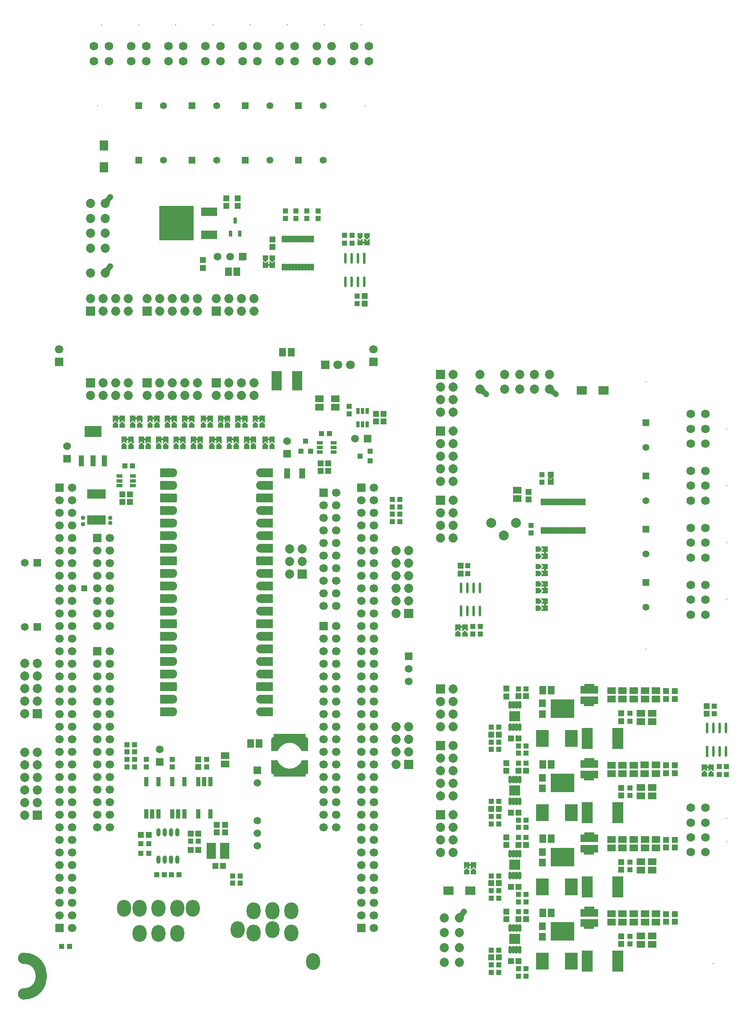
<source format=gts>
G04*
G04 #@! TF.GenerationSoftware,Altium Limited,Altium Designer,25.8.1 (18)*
G04*
G04 Layer_Color=8388736*
%FSLAX25Y25*%
%MOIN*%
G70*
G04*
G04 #@! TF.SameCoordinates,F384F0F7-549D-428C-8488-93E715E2066E*
G04*
G04*
G04 #@! TF.FilePolarity,Negative*
G04*
G01*
G75*
%ADD31R,0.05000X0.05000*%
G04:AMPARAMS|DCode=35|XSize=85.59mil|YSize=21.74mil|CornerRadius=10.87mil|HoleSize=0mil|Usage=FLASHONLY|Rotation=270.000|XOffset=0mil|YOffset=0mil|HoleType=Round|Shape=RoundedRectangle|*
%AMROUNDEDRECTD35*
21,1,0.08559,0.00000,0,0,270.0*
21,1,0.06386,0.02174,0,0,270.0*
1,1,0.02174,0.00000,-0.03193*
1,1,0.02174,0.00000,0.03193*
1,1,0.02174,0.00000,0.03193*
1,1,0.02174,0.00000,-0.03193*
%
%ADD35ROUNDEDRECTD35*%
%ADD41R,0.07087X0.08268*%
%ADD44R,0.08268X0.07087*%
%ADD49R,0.07874X0.15748*%
%ADD51R,0.02174X0.08559*%
%ADD62C,0.09074*%
%ADD63C,0.02953*%
%ADD64R,0.08437X0.03341*%
%ADD65R,0.25591X0.05704*%
%ADD66R,0.04345X0.09074*%
%ADD67R,0.34584X0.04781*%
%ADD68R,0.24705X0.04724*%
%ADD69R,0.03359X0.07296*%
%ADD70R,0.04737X0.04540*%
%ADD71R,0.04540X0.04737*%
%ADD72R,0.06509X0.05721*%
%ADD73R,0.04147X0.04343*%
G04:AMPARAMS|DCode=74|XSize=23.75mil|YSize=55.24mil|CornerRadius=5.97mil|HoleSize=0mil|Usage=FLASHONLY|Rotation=180.000|XOffset=0mil|YOffset=0mil|HoleType=Round|Shape=RoundedRectangle|*
%AMROUNDEDRECTD74*
21,1,0.02375,0.04331,0,0,180.0*
21,1,0.01181,0.05524,0,0,180.0*
1,1,0.01194,-0.00591,0.02165*
1,1,0.01194,0.00591,0.02165*
1,1,0.01194,0.00591,-0.02165*
1,1,0.01194,-0.00591,-0.02165*
%
%ADD74ROUNDEDRECTD74*%
%ADD75R,0.03162X0.04934*%
%ADD76R,0.27178X0.27178*%
%ADD77R,0.05721X0.06509*%
%ADD78R,0.04934X0.03162*%
%ADD79O,0.02769X0.06115*%
%ADD80R,0.08674X0.08202*%
%ADD81R,0.04343X0.04147*%
%ADD82R,0.04343X0.03950*%
%ADD83R,0.09068X0.16548*%
%ADD84R,0.14186X0.05918*%
%ADD85R,0.19134X0.14961*%
%ADD86R,0.05276X0.06299*%
%ADD87R,0.09855X0.13792*%
%ADD88R,0.03950X0.04343*%
%ADD89R,0.04343X0.09068*%
%ADD90R,0.13398X0.09068*%
%ADD91R,0.14580X0.07808*%
%ADD92R,0.07296X0.12611*%
%ADD93O,0.03162X0.06509*%
%ADD94R,0.04737X0.08280*%
%ADD95R,0.12611X0.07099*%
%ADD96R,0.07296X0.07296*%
%ADD97C,0.07296*%
%ADD98R,0.07296X0.07296*%
%ADD99R,0.06181X0.06181*%
%ADD100C,0.06181*%
%ADD101C,0.05871*%
%ADD102C,0.06800*%
%ADD103C,0.07119*%
%ADD104C,0.05524*%
%ADD105C,0.06693*%
%ADD106R,0.06693X0.06693*%
%ADD107R,0.06693X0.06693*%
%ADD108C,0.07099*%
%ADD109C,0.07874*%
%ADD110R,0.07119X0.07119*%
%ADD111R,0.06181X0.06181*%
%ADD112C,0.00800*%
%ADD113C,0.04816*%
%ADD114C,0.04800*%
%ADD115R,0.05524X0.05524*%
%ADD116R,0.05871X0.05871*%
%ADD117O,0.11024X0.13386*%
%ADD118O,0.11024X0.13780*%
%ADD119R,0.05524X0.05524*%
%ADD120C,0.03600*%
G36*
X283011Y618167D02*
X283041Y618158D01*
X283068Y618143D01*
X283092Y618124D01*
X283112Y618100D01*
X283126Y618072D01*
X283136Y618043D01*
X283138Y618012D01*
X283138Y616634D01*
Y615162D01*
X283138Y615162D01*
X283136Y615131D01*
X283126Y615102D01*
X283112Y615074D01*
X283092Y615050D01*
X281124Y613082D01*
X281100Y613062D01*
X281086Y613055D01*
X281072Y613048D01*
X281043Y613038D01*
X281012Y613035D01*
X281012D01*
X280981Y613038D01*
X280951Y613048D01*
X280924Y613062D01*
X280900Y613082D01*
X278931Y615050D01*
X278912Y615074D01*
X278904Y615088D01*
X278897Y615102D01*
X278888Y615131D01*
X278885Y615162D01*
Y618012D01*
X278888Y618043D01*
X278897Y618072D01*
X278912Y618100D01*
X278931Y618124D01*
X278955Y618143D01*
X278983Y618158D01*
X279012Y618167D01*
X279043Y618170D01*
X282980D01*
X283011Y618167D01*
D02*
G37*
G36*
X277499D02*
X277529Y618158D01*
X277556Y618143D01*
X277580Y618124D01*
X277600Y618100D01*
X277615Y618072D01*
X277624Y618043D01*
X277627Y618012D01*
X277627Y616634D01*
Y615162D01*
X277627Y615162D01*
X277624Y615131D01*
X277615Y615102D01*
X277600Y615074D01*
X277580Y615050D01*
X275612Y613082D01*
X275588Y613062D01*
X275574Y613055D01*
X275561Y613048D01*
X275531Y613038D01*
X275500Y613035D01*
X275500D01*
X275469Y613038D01*
X275439Y613048D01*
X275412Y613062D01*
X275388Y613082D01*
X273420Y615050D01*
X273400Y615074D01*
X273393Y615088D01*
X273385Y615102D01*
X273376Y615131D01*
X273373Y615162D01*
Y618012D01*
X273376Y618043D01*
X273385Y618072D01*
X273400Y618100D01*
X273420Y618124D01*
X273444Y618143D01*
X273471Y618158D01*
X273501Y618167D01*
X273532Y618170D01*
X277468D01*
X277499Y618167D01*
D02*
G37*
G36*
X283011Y613930D02*
X283041Y613921D01*
X283068Y613906D01*
X283092Y613887D01*
X283112Y613863D01*
X283126Y613835D01*
X283136Y613806D01*
X283138Y613775D01*
Y608563D01*
X283136Y608532D01*
X283126Y608502D01*
X283112Y608475D01*
X283092Y608451D01*
X283068Y608431D01*
X283041Y608417D01*
X283011Y608408D01*
X282980Y608405D01*
X279043D01*
X279012Y608408D01*
X278983Y608417D01*
X278955Y608431D01*
X278931Y608451D01*
X278912Y608475D01*
X278897Y608502D01*
X278888Y608532D01*
X278885Y608563D01*
Y609788D01*
X277627D01*
Y608563D01*
X277624Y608532D01*
X277615Y608502D01*
X277600Y608475D01*
X277580Y608451D01*
X277556Y608431D01*
X277529Y608417D01*
X277499Y608408D01*
X277468Y608405D01*
X273532D01*
X273501Y608408D01*
X273471Y608417D01*
X273444Y608431D01*
X273420Y608451D01*
X273400Y608475D01*
X273385Y608502D01*
X273376Y608532D01*
X273373Y608563D01*
Y613775D01*
X273376Y613806D01*
X273385Y613835D01*
X273393Y613849D01*
X273400Y613863D01*
X273420Y613887D01*
X273444Y613906D01*
X273457Y613914D01*
X273471Y613921D01*
X273501Y613930D01*
X273532Y613933D01*
X273562Y613930D01*
X273592Y613921D01*
X273619Y613906D01*
X273643Y613887D01*
X275500Y612030D01*
X277357Y613887D01*
X277381Y613906D01*
X277408Y613921D01*
X277438Y613930D01*
X277468Y613933D01*
X277499Y613930D01*
X277529Y613921D01*
X277556Y613906D01*
X277580Y613887D01*
X277600Y613863D01*
X277615Y613835D01*
X277624Y613806D01*
X277627Y613775D01*
Y611353D01*
X278885D01*
Y613775D01*
X278888Y613806D01*
X278897Y613835D01*
X278912Y613863D01*
X278931Y613887D01*
X278955Y613906D01*
X278983Y613921D01*
X279012Y613930D01*
X279043Y613933D01*
X279074Y613930D01*
X279104Y613921D01*
X279131Y613906D01*
X279155Y613887D01*
X281012Y612030D01*
X282868Y613887D01*
X282892Y613906D01*
X282920Y613921D01*
X282949Y613930D01*
X282980Y613933D01*
X283011Y613930D01*
D02*
G37*
G36*
X207708Y600352D02*
X207738Y600343D01*
X207765Y600328D01*
X207789Y600309D01*
X207809Y600285D01*
X207823Y600257D01*
X207832Y600228D01*
X207835Y600197D01*
X207835Y598819D01*
Y597347D01*
X207835Y597347D01*
X207832Y597316D01*
X207823Y597287D01*
X207809Y597259D01*
X207789Y597235D01*
X205820Y595267D01*
X205797Y595247D01*
X205783Y595240D01*
X205769Y595232D01*
X205739Y595224D01*
X205709Y595221D01*
X205709D01*
X205678Y595224D01*
X205648Y595232D01*
X205621Y595247D01*
X205597Y595267D01*
X203628Y597235D01*
X203609Y597259D01*
X203601Y597273D01*
X203594Y597287D01*
X203585Y597316D01*
X203582Y597347D01*
Y600197D01*
X203585Y600228D01*
X203594Y600257D01*
X203609Y600285D01*
X203628Y600309D01*
X203652Y600328D01*
X203680Y600343D01*
X203709Y600352D01*
X203740Y600355D01*
X207677D01*
X207708Y600352D01*
D02*
G37*
G36*
X202196D02*
X202226Y600343D01*
X202253Y600328D01*
X202277Y600309D01*
X202297Y600285D01*
X202311Y600257D01*
X202321Y600228D01*
X202324Y600197D01*
X202324Y598819D01*
Y597347D01*
X202324Y597347D01*
X202321Y597316D01*
X202311Y597287D01*
X202297Y597259D01*
X202277Y597235D01*
X200309Y595267D01*
X200285Y595247D01*
X200271Y595240D01*
X200257Y595232D01*
X200228Y595224D01*
X200197Y595221D01*
X200197D01*
X200166Y595224D01*
X200136Y595232D01*
X200109Y595247D01*
X200085Y595267D01*
X198117Y597235D01*
X198097Y597259D01*
X198090Y597273D01*
X198082Y597287D01*
X198073Y597316D01*
X198070Y597347D01*
Y600197D01*
X198073Y600228D01*
X198082Y600257D01*
X198097Y600285D01*
X198117Y600309D01*
X198140Y600328D01*
X198168Y600343D01*
X198197Y600352D01*
X198228Y600355D01*
X202165D01*
X202196Y600352D01*
D02*
G37*
G36*
X207708Y596115D02*
X207738Y596106D01*
X207765Y596091D01*
X207789Y596072D01*
X207809Y596048D01*
X207823Y596020D01*
X207832Y595991D01*
X207835Y595960D01*
Y590748D01*
X207832Y590717D01*
X207823Y590688D01*
X207809Y590660D01*
X207789Y590636D01*
X207765Y590617D01*
X207738Y590602D01*
X207708Y590593D01*
X207677Y590590D01*
X203740D01*
X203709Y590593D01*
X203680Y590602D01*
X203652Y590617D01*
X203628Y590636D01*
X203609Y590660D01*
X203594Y590688D01*
X203585Y590717D01*
X203582Y590748D01*
Y591973D01*
X202324D01*
Y590748D01*
X202321Y590717D01*
X202311Y590688D01*
X202297Y590660D01*
X202277Y590636D01*
X202253Y590617D01*
X202226Y590602D01*
X202196Y590593D01*
X202165Y590590D01*
X198228D01*
X198197Y590593D01*
X198168Y590602D01*
X198140Y590617D01*
X198117Y590636D01*
X198097Y590660D01*
X198082Y590688D01*
X198073Y590717D01*
X198070Y590748D01*
Y595960D01*
X198073Y595991D01*
X198082Y596020D01*
X198090Y596034D01*
X198097Y596048D01*
X198117Y596072D01*
X198140Y596091D01*
X198154Y596099D01*
X198168Y596106D01*
X198197Y596115D01*
X198228Y596118D01*
X198259Y596115D01*
X198289Y596106D01*
X198316Y596091D01*
X198340Y596072D01*
X200197Y594215D01*
X202053Y596072D01*
X202077Y596091D01*
X202105Y596106D01*
X202134Y596115D01*
X202165Y596118D01*
X202196Y596115D01*
X202226Y596106D01*
X202253Y596091D01*
X202277Y596072D01*
X202297Y596048D01*
X202311Y596020D01*
X202321Y595991D01*
X202324Y595960D01*
Y593538D01*
X203582D01*
Y595960D01*
X203585Y595991D01*
X203594Y596020D01*
X203609Y596048D01*
X203628Y596072D01*
X203652Y596091D01*
X203680Y596106D01*
X203709Y596115D01*
X203740Y596118D01*
X203771Y596115D01*
X203801Y596106D01*
X203828Y596091D01*
X203852Y596072D01*
X205709Y594215D01*
X207565Y596072D01*
X207589Y596091D01*
X207617Y596106D01*
X207646Y596115D01*
X207677Y596118D01*
X207708Y596115D01*
D02*
G37*
G36*
X199637Y473088D02*
X199667Y473079D01*
X199694Y473065D01*
X199718Y473045D01*
X199738Y473021D01*
X199752Y472994D01*
X199761Y472964D01*
X199765Y472933D01*
Y467721D01*
X199761Y467690D01*
X199752Y467661D01*
X199745Y467647D01*
X199738Y467633D01*
X199718Y467609D01*
X199694Y467590D01*
X199680Y467582D01*
X199667Y467575D01*
X199637Y467566D01*
X199606Y467563D01*
X199575Y467566D01*
X199546Y467575D01*
X199518Y467590D01*
X199494Y467609D01*
X197638Y469466D01*
X195781Y467609D01*
X195757Y467590D01*
X195730Y467575D01*
X195700Y467566D01*
X195669Y467563D01*
X195638Y467566D01*
X195609Y467575D01*
X195581Y467590D01*
X195557Y467609D01*
X195538Y467633D01*
X195523Y467661D01*
X195514Y467690D01*
X195511Y467721D01*
Y470143D01*
X194253D01*
Y467721D01*
X194250Y467690D01*
X194241Y467661D01*
X194226Y467633D01*
X194206Y467609D01*
X194182Y467590D01*
X194155Y467575D01*
X194125Y467566D01*
X194095Y467563D01*
X194064Y467566D01*
X194034Y467575D01*
X194007Y467590D01*
X193983Y467609D01*
X192126Y469466D01*
X190269Y467609D01*
X190245Y467590D01*
X190218Y467575D01*
X190188Y467566D01*
X190157Y467563D01*
X190127Y467566D01*
X190097Y467575D01*
X190070Y467590D01*
X190046Y467609D01*
X190026Y467633D01*
X190011Y467661D01*
X190002Y467690D01*
X189999Y467721D01*
Y472933D01*
X190002Y472964D01*
X190011Y472994D01*
X190026Y473021D01*
X190046Y473045D01*
X190070Y473065D01*
X190097Y473079D01*
X190127Y473088D01*
X190157Y473091D01*
X194095D01*
X194125Y473088D01*
X194155Y473079D01*
X194182Y473065D01*
X194206Y473045D01*
X194226Y473021D01*
X194241Y472994D01*
X194250Y472964D01*
X194253Y472933D01*
Y471708D01*
X195511D01*
Y472933D01*
X195514Y472964D01*
X195523Y472994D01*
X195538Y473021D01*
X195557Y473045D01*
X195581Y473065D01*
X195609Y473079D01*
X195638Y473088D01*
X195669Y473091D01*
X199606D01*
X199637Y473088D01*
D02*
G37*
G36*
X185858D02*
X185887Y473079D01*
X185915Y473065D01*
X185939Y473045D01*
X185958Y473021D01*
X185973Y472994D01*
X185982Y472964D01*
X185985Y472933D01*
Y467721D01*
X185982Y467690D01*
X185973Y467661D01*
X185966Y467647D01*
X185958Y467633D01*
X185939Y467609D01*
X185915Y467590D01*
X185901Y467582D01*
X185887Y467575D01*
X185858Y467566D01*
X185827Y467563D01*
X185796Y467566D01*
X185766Y467575D01*
X185739Y467590D01*
X185715Y467609D01*
X183858Y469466D01*
X182002Y467609D01*
X181978Y467590D01*
X181950Y467575D01*
X181921Y467566D01*
X181890Y467563D01*
X181859Y467566D01*
X181829Y467575D01*
X181802Y467590D01*
X181778Y467609D01*
X181758Y467633D01*
X181744Y467661D01*
X181735Y467690D01*
X181731Y467721D01*
Y470143D01*
X180473D01*
Y467721D01*
X180470Y467690D01*
X180461Y467661D01*
X180447Y467633D01*
X180427Y467609D01*
X180403Y467590D01*
X180376Y467575D01*
X180346Y467566D01*
X180315Y467563D01*
X180284Y467566D01*
X180254Y467575D01*
X180227Y467590D01*
X180203Y467609D01*
X178346Y469466D01*
X176490Y467609D01*
X176466Y467590D01*
X176438Y467575D01*
X176409Y467566D01*
X176378Y467563D01*
X176347Y467566D01*
X176317Y467575D01*
X176290Y467590D01*
X176266Y467609D01*
X176246Y467633D01*
X176232Y467661D01*
X176223Y467690D01*
X176220Y467721D01*
Y472933D01*
X176223Y472964D01*
X176232Y472994D01*
X176246Y473021D01*
X176266Y473045D01*
X176290Y473065D01*
X176317Y473079D01*
X176347Y473088D01*
X176378Y473091D01*
X180315D01*
X180346Y473088D01*
X180376Y473079D01*
X180403Y473065D01*
X180427Y473045D01*
X180447Y473021D01*
X180461Y472994D01*
X180470Y472964D01*
X180473Y472933D01*
Y471708D01*
X181731D01*
Y472933D01*
X181735Y472964D01*
X181744Y472994D01*
X181758Y473021D01*
X181778Y473045D01*
X181802Y473065D01*
X181829Y473079D01*
X181859Y473088D01*
X181890Y473091D01*
X185827D01*
X185858Y473088D01*
D02*
G37*
G36*
X172078D02*
X172108Y473079D01*
X172135Y473065D01*
X172159Y473045D01*
X172179Y473021D01*
X172193Y472994D01*
X172202Y472964D01*
X172205Y472933D01*
Y467721D01*
X172202Y467690D01*
X172193Y467661D01*
X172186Y467647D01*
X172179Y467633D01*
X172159Y467609D01*
X172135Y467590D01*
X172122Y467582D01*
X172108Y467575D01*
X172078Y467566D01*
X172047Y467563D01*
X172016Y467566D01*
X171987Y467575D01*
X171959Y467590D01*
X171935Y467609D01*
X170079Y469466D01*
X168222Y467609D01*
X168198Y467590D01*
X168171Y467575D01*
X168141Y467566D01*
X168110Y467563D01*
X168079Y467566D01*
X168050Y467575D01*
X168022Y467590D01*
X167998Y467609D01*
X167979Y467633D01*
X167964Y467661D01*
X167955Y467690D01*
X167952Y467721D01*
Y470143D01*
X166694D01*
Y467721D01*
X166691Y467690D01*
X166682Y467661D01*
X166667Y467633D01*
X166647Y467609D01*
X166623Y467590D01*
X166596Y467575D01*
X166566Y467566D01*
X166535Y467563D01*
X166505Y467566D01*
X166475Y467575D01*
X166447Y467590D01*
X166423Y467609D01*
X164567Y469466D01*
X162710Y467609D01*
X162686Y467590D01*
X162659Y467575D01*
X162629Y467566D01*
X162598Y467563D01*
X162568Y467566D01*
X162538Y467575D01*
X162511Y467590D01*
X162487Y467609D01*
X162467Y467633D01*
X162452Y467661D01*
X162443Y467690D01*
X162440Y467721D01*
Y472933D01*
X162443Y472964D01*
X162452Y472994D01*
X162467Y473021D01*
X162487Y473045D01*
X162511Y473065D01*
X162538Y473079D01*
X162568Y473088D01*
X162598Y473091D01*
X166535D01*
X166566Y473088D01*
X166596Y473079D01*
X166623Y473065D01*
X166647Y473045D01*
X166667Y473021D01*
X166682Y472994D01*
X166691Y472964D01*
X166694Y472933D01*
Y471708D01*
X167952D01*
Y472933D01*
X167955Y472964D01*
X167964Y472994D01*
X167979Y473021D01*
X167998Y473045D01*
X168022Y473065D01*
X168050Y473079D01*
X168079Y473088D01*
X168110Y473091D01*
X172047D01*
X172078Y473088D01*
D02*
G37*
G36*
X158299D02*
X158328Y473079D01*
X158356Y473065D01*
X158380Y473045D01*
X158399Y473021D01*
X158414Y472994D01*
X158423Y472964D01*
X158426Y472933D01*
Y467721D01*
X158423Y467690D01*
X158414Y467661D01*
X158407Y467647D01*
X158399Y467633D01*
X158380Y467609D01*
X158356Y467590D01*
X158342Y467582D01*
X158328Y467575D01*
X158299Y467566D01*
X158268Y467563D01*
X158237Y467566D01*
X158207Y467575D01*
X158180Y467590D01*
X158156Y467609D01*
X156299Y469466D01*
X154443Y467609D01*
X154419Y467590D01*
X154391Y467575D01*
X154362Y467566D01*
X154331Y467563D01*
X154300Y467566D01*
X154270Y467575D01*
X154243Y467590D01*
X154219Y467609D01*
X154199Y467633D01*
X154184Y467661D01*
X154175Y467690D01*
X154173Y467721D01*
Y470143D01*
X152914D01*
Y467721D01*
X152911Y467690D01*
X152902Y467661D01*
X152887Y467633D01*
X152868Y467609D01*
X152844Y467590D01*
X152816Y467575D01*
X152787Y467566D01*
X152756Y467563D01*
X152725Y467566D01*
X152695Y467575D01*
X152668Y467590D01*
X152644Y467609D01*
X150787Y469466D01*
X148931Y467609D01*
X148907Y467590D01*
X148879Y467575D01*
X148850Y467566D01*
X148819Y467563D01*
X148788Y467566D01*
X148758Y467575D01*
X148731Y467590D01*
X148707Y467609D01*
X148687Y467633D01*
X148673Y467661D01*
X148664Y467690D01*
X148661Y467721D01*
Y472933D01*
X148664Y472964D01*
X148673Y472994D01*
X148687Y473021D01*
X148707Y473045D01*
X148731Y473065D01*
X148758Y473079D01*
X148788Y473088D01*
X148819Y473091D01*
X152756D01*
X152787Y473088D01*
X152816Y473079D01*
X152844Y473065D01*
X152868Y473045D01*
X152887Y473021D01*
X152902Y472994D01*
X152911Y472964D01*
X152914Y472933D01*
Y471708D01*
X154173D01*
Y472933D01*
X154175Y472964D01*
X154184Y472994D01*
X154199Y473021D01*
X154219Y473045D01*
X154243Y473065D01*
X154270Y473079D01*
X154300Y473088D01*
X154331Y473091D01*
X158268D01*
X158299Y473088D01*
D02*
G37*
G36*
X143535D02*
X143564Y473079D01*
X143592Y473065D01*
X143616Y473045D01*
X143635Y473021D01*
X143650Y472994D01*
X143659Y472964D01*
X143662Y472933D01*
Y467721D01*
X143659Y467690D01*
X143650Y467661D01*
X143643Y467647D01*
X143635Y467633D01*
X143616Y467609D01*
X143592Y467590D01*
X143578Y467582D01*
X143564Y467575D01*
X143535Y467566D01*
X143504Y467563D01*
X143473Y467566D01*
X143443Y467575D01*
X143416Y467590D01*
X143392Y467609D01*
X141535Y469466D01*
X139679Y467609D01*
X139655Y467590D01*
X139628Y467575D01*
X139598Y467566D01*
X139567Y467563D01*
X139536Y467566D01*
X139506Y467575D01*
X139479Y467590D01*
X139455Y467609D01*
X139435Y467633D01*
X139421Y467661D01*
X139412Y467690D01*
X139409Y467721D01*
Y470143D01*
X138150D01*
Y467721D01*
X138147Y467690D01*
X138138Y467661D01*
X138124Y467633D01*
X138104Y467609D01*
X138080Y467590D01*
X138053Y467575D01*
X138023Y467566D01*
X137992Y467563D01*
X137961Y467566D01*
X137932Y467575D01*
X137904Y467590D01*
X137880Y467609D01*
X136024Y469466D01*
X134167Y467609D01*
X134143Y467590D01*
X134116Y467575D01*
X134086Y467566D01*
X134055Y467563D01*
X134024Y467566D01*
X133995Y467575D01*
X133967Y467590D01*
X133943Y467609D01*
X133923Y467633D01*
X133909Y467661D01*
X133900Y467690D01*
X133897Y467721D01*
Y472933D01*
X133900Y472964D01*
X133909Y472994D01*
X133923Y473021D01*
X133943Y473045D01*
X133967Y473065D01*
X133995Y473079D01*
X134024Y473088D01*
X134055Y473091D01*
X137992D01*
X138023Y473088D01*
X138053Y473079D01*
X138080Y473065D01*
X138104Y473045D01*
X138124Y473021D01*
X138138Y472994D01*
X138147Y472964D01*
X138150Y472933D01*
Y471708D01*
X139409D01*
Y472933D01*
X139412Y472964D01*
X139421Y472994D01*
X139435Y473021D01*
X139455Y473045D01*
X139479Y473065D01*
X139506Y473079D01*
X139536Y473088D01*
X139567Y473091D01*
X143504D01*
X143535Y473088D01*
D02*
G37*
G36*
X129755D02*
X129785Y473079D01*
X129812Y473065D01*
X129836Y473045D01*
X129856Y473021D01*
X129871Y472994D01*
X129880Y472964D01*
X129883Y472933D01*
Y467721D01*
X129880Y467690D01*
X129871Y467661D01*
X129863Y467647D01*
X129856Y467633D01*
X129836Y467609D01*
X129812Y467590D01*
X129799Y467582D01*
X129785Y467575D01*
X129755Y467566D01*
X129724Y467563D01*
X129693Y467566D01*
X129664Y467575D01*
X129637Y467590D01*
X129613Y467609D01*
X127756Y469466D01*
X125899Y467609D01*
X125875Y467590D01*
X125848Y467575D01*
X125818Y467566D01*
X125787Y467563D01*
X125757Y467566D01*
X125727Y467575D01*
X125699Y467590D01*
X125675Y467609D01*
X125656Y467633D01*
X125641Y467661D01*
X125632Y467690D01*
X125629Y467721D01*
Y470143D01*
X124371D01*
Y467721D01*
X124368Y467690D01*
X124359Y467661D01*
X124344Y467633D01*
X124325Y467609D01*
X124301Y467590D01*
X124273Y467575D01*
X124243Y467566D01*
X124213Y467563D01*
X124182Y467566D01*
X124152Y467575D01*
X124125Y467590D01*
X124101Y467609D01*
X122244Y469466D01*
X120387Y467609D01*
X120363Y467590D01*
X120336Y467575D01*
X120306Y467566D01*
X120276Y467563D01*
X120245Y467566D01*
X120215Y467575D01*
X120188Y467590D01*
X120164Y467609D01*
X120144Y467633D01*
X120129Y467661D01*
X120120Y467690D01*
X120117Y467721D01*
Y472933D01*
X120120Y472964D01*
X120129Y472994D01*
X120144Y473021D01*
X120164Y473045D01*
X120188Y473065D01*
X120215Y473079D01*
X120245Y473088D01*
X120276Y473091D01*
X124213D01*
X124243Y473088D01*
X124273Y473079D01*
X124301Y473065D01*
X124325Y473045D01*
X124344Y473021D01*
X124359Y472994D01*
X124368Y472964D01*
X124371Y472933D01*
Y471708D01*
X125629D01*
Y472933D01*
X125632Y472964D01*
X125641Y472994D01*
X125656Y473021D01*
X125675Y473045D01*
X125699Y473065D01*
X125727Y473079D01*
X125757Y473088D01*
X125787Y473091D01*
X129724D01*
X129755Y473088D01*
D02*
G37*
G36*
X115976D02*
X116005Y473079D01*
X116033Y473065D01*
X116057Y473045D01*
X116076Y473021D01*
X116091Y472994D01*
X116100Y472964D01*
X116103Y472933D01*
Y467721D01*
X116100Y467690D01*
X116091Y467661D01*
X116084Y467647D01*
X116076Y467633D01*
X116057Y467609D01*
X116033Y467590D01*
X116019Y467582D01*
X116005Y467575D01*
X115976Y467566D01*
X115945Y467563D01*
X115914Y467566D01*
X115884Y467575D01*
X115857Y467590D01*
X115833Y467609D01*
X113976Y469466D01*
X112120Y467609D01*
X112096Y467590D01*
X112068Y467575D01*
X112039Y467566D01*
X112008Y467563D01*
X111977Y467566D01*
X111947Y467575D01*
X111920Y467590D01*
X111896Y467609D01*
X111876Y467633D01*
X111862Y467661D01*
X111853Y467690D01*
X111850Y467721D01*
Y470143D01*
X110591D01*
Y467721D01*
X110588Y467690D01*
X110579Y467661D01*
X110565Y467633D01*
X110545Y467609D01*
X110521Y467590D01*
X110494Y467575D01*
X110464Y467566D01*
X110433Y467563D01*
X110402Y467566D01*
X110372Y467575D01*
X110345Y467590D01*
X110321Y467609D01*
X108465Y469466D01*
X106608Y467609D01*
X106584Y467590D01*
X106557Y467575D01*
X106527Y467566D01*
X106496Y467563D01*
X106465Y467566D01*
X106436Y467575D01*
X106408Y467590D01*
X106384Y467609D01*
X106365Y467633D01*
X106350Y467661D01*
X106341Y467690D01*
X106338Y467721D01*
Y472933D01*
X106341Y472964D01*
X106350Y472994D01*
X106365Y473021D01*
X106384Y473045D01*
X106408Y473065D01*
X106436Y473079D01*
X106465Y473088D01*
X106496Y473091D01*
X110433D01*
X110464Y473088D01*
X110494Y473079D01*
X110521Y473065D01*
X110545Y473045D01*
X110565Y473021D01*
X110579Y472994D01*
X110588Y472964D01*
X110591Y472933D01*
Y471708D01*
X111850D01*
Y472933D01*
X111853Y472964D01*
X111862Y472994D01*
X111876Y473021D01*
X111896Y473045D01*
X111920Y473065D01*
X111947Y473079D01*
X111977Y473088D01*
X112008Y473091D01*
X115945D01*
X115976Y473088D01*
D02*
G37*
G36*
X102196D02*
X102226Y473079D01*
X102253Y473065D01*
X102277Y473045D01*
X102297Y473021D01*
X102312Y472994D01*
X102321Y472964D01*
X102324Y472933D01*
Y467721D01*
X102321Y467690D01*
X102312Y467661D01*
X102304Y467647D01*
X102297Y467633D01*
X102277Y467609D01*
X102253Y467590D01*
X102240Y467582D01*
X102226Y467575D01*
X102196Y467566D01*
X102165Y467563D01*
X102135Y467566D01*
X102105Y467575D01*
X102077Y467590D01*
X102053Y467609D01*
X100197Y469466D01*
X98340Y467609D01*
X98316Y467590D01*
X98289Y467575D01*
X98259Y467566D01*
X98228Y467563D01*
X98198Y467566D01*
X98168Y467575D01*
X98140Y467590D01*
X98116Y467609D01*
X98097Y467633D01*
X98082Y467661D01*
X98073Y467690D01*
X98070Y467721D01*
Y470143D01*
X96812D01*
Y467721D01*
X96809Y467690D01*
X96800Y467661D01*
X96785Y467633D01*
X96765Y467609D01*
X96741Y467590D01*
X96714Y467575D01*
X96684Y467566D01*
X96653Y467563D01*
X96623Y467566D01*
X96593Y467575D01*
X96566Y467590D01*
X96542Y467609D01*
X94685Y469466D01*
X92828Y467609D01*
X92804Y467590D01*
X92777Y467575D01*
X92747Y467566D01*
X92716Y467563D01*
X92686Y467566D01*
X92656Y467575D01*
X92629Y467590D01*
X92605Y467609D01*
X92585Y467633D01*
X92570Y467661D01*
X92561Y467690D01*
X92558Y467721D01*
Y472933D01*
X92561Y472964D01*
X92570Y472994D01*
X92585Y473021D01*
X92605Y473045D01*
X92629Y473065D01*
X92656Y473079D01*
X92686Y473088D01*
X92716Y473091D01*
X96653D01*
X96684Y473088D01*
X96714Y473079D01*
X96741Y473065D01*
X96765Y473045D01*
X96785Y473021D01*
X96800Y472994D01*
X96809Y472964D01*
X96812Y472933D01*
Y471708D01*
X98070D01*
Y472933D01*
X98073Y472964D01*
X98082Y472994D01*
X98097Y473021D01*
X98116Y473045D01*
X98140Y473065D01*
X98168Y473079D01*
X98198Y473088D01*
X98228Y473091D01*
X102165D01*
X102196Y473088D01*
D02*
G37*
G36*
X88417D02*
X88446Y473079D01*
X88474Y473065D01*
X88498Y473045D01*
X88517Y473021D01*
X88532Y472994D01*
X88541Y472964D01*
X88544Y472933D01*
Y467721D01*
X88541Y467690D01*
X88532Y467661D01*
X88525Y467647D01*
X88517Y467633D01*
X88498Y467609D01*
X88474Y467590D01*
X88460Y467582D01*
X88446Y467575D01*
X88417Y467566D01*
X88386Y467563D01*
X88355Y467566D01*
X88325Y467575D01*
X88298Y467590D01*
X88274Y467609D01*
X86417Y469466D01*
X84561Y467609D01*
X84537Y467590D01*
X84509Y467575D01*
X84480Y467566D01*
X84449Y467563D01*
X84418Y467566D01*
X84388Y467575D01*
X84361Y467590D01*
X84337Y467609D01*
X84317Y467633D01*
X84303Y467661D01*
X84294Y467690D01*
X84291Y467721D01*
Y470143D01*
X83032D01*
Y467721D01*
X83029Y467690D01*
X83020Y467661D01*
X83006Y467633D01*
X82986Y467609D01*
X82962Y467590D01*
X82935Y467575D01*
X82905Y467566D01*
X82874Y467563D01*
X82843Y467566D01*
X82814Y467575D01*
X82786Y467590D01*
X82762Y467609D01*
X80905Y469466D01*
X79049Y467609D01*
X79025Y467590D01*
X78998Y467575D01*
X78968Y467566D01*
X78937Y467563D01*
X78906Y467566D01*
X78876Y467575D01*
X78849Y467590D01*
X78825Y467609D01*
X78805Y467633D01*
X78791Y467661D01*
X78782Y467690D01*
X78779Y467721D01*
Y472933D01*
X78782Y472964D01*
X78791Y472994D01*
X78805Y473021D01*
X78825Y473045D01*
X78849Y473065D01*
X78876Y473079D01*
X78906Y473088D01*
X78937Y473091D01*
X82874D01*
X82905Y473088D01*
X82935Y473079D01*
X82962Y473065D01*
X82986Y473045D01*
X83006Y473021D01*
X83020Y472994D01*
X83029Y472964D01*
X83032Y472933D01*
Y471708D01*
X84291D01*
Y472933D01*
X84294Y472964D01*
X84303Y472994D01*
X84317Y473021D01*
X84337Y473045D01*
X84361Y473065D01*
X84388Y473079D01*
X84418Y473088D01*
X84449Y473091D01*
X88386D01*
X88417Y473088D01*
D02*
G37*
G36*
X197669Y468458D02*
X197698Y468449D01*
X197726Y468434D01*
X197750Y468414D01*
X199718Y466446D01*
X199738Y466422D01*
X199745Y466408D01*
X199752Y466394D01*
X199761Y466365D01*
X199765Y466334D01*
Y463484D01*
X199761Y463453D01*
X199752Y463424D01*
X199738Y463396D01*
X199718Y463372D01*
X199694Y463353D01*
X199667Y463338D01*
X199637Y463329D01*
X199606Y463326D01*
X195669D01*
X195638Y463329D01*
X195609Y463338D01*
X195581Y463353D01*
X195557Y463372D01*
X195538Y463396D01*
X195523Y463424D01*
X195514Y463453D01*
X195511Y463484D01*
X195511Y464862D01*
Y466334D01*
X195511Y466334D01*
X195514Y466365D01*
X195523Y466394D01*
X195538Y466422D01*
X195557Y466446D01*
X197526Y468414D01*
X197550Y468434D01*
X197564Y468441D01*
X197577Y468449D01*
X197607Y468458D01*
X197638Y468461D01*
X197638D01*
X197669Y468458D01*
D02*
G37*
G36*
X192157D02*
X192187Y468449D01*
X192214Y468434D01*
X192238Y468414D01*
X194206Y466446D01*
X194226Y466422D01*
X194233Y466408D01*
X194241Y466395D01*
X194250Y466365D01*
X194253Y466334D01*
Y463484D01*
X194250Y463453D01*
X194241Y463424D01*
X194226Y463396D01*
X194206Y463372D01*
X194182Y463353D01*
X194155Y463338D01*
X194125Y463329D01*
X194095Y463326D01*
X190157D01*
X190127Y463329D01*
X190097Y463338D01*
X190070Y463353D01*
X190046Y463372D01*
X190026Y463396D01*
X190011Y463424D01*
X190002Y463453D01*
X189999Y463484D01*
X189999Y464862D01*
Y466334D01*
X189999Y466334D01*
X190002Y466365D01*
X190011Y466394D01*
X190026Y466422D01*
X190046Y466446D01*
X192014Y468414D01*
X192038Y468434D01*
X192052Y468441D01*
X192065Y468449D01*
X192095Y468458D01*
X192126Y468461D01*
X192126D01*
X192157Y468458D01*
D02*
G37*
G36*
X183889D02*
X183919Y468449D01*
X183946Y468434D01*
X183970Y468414D01*
X185939Y466446D01*
X185958Y466422D01*
X185966Y466408D01*
X185973Y466394D01*
X185982Y466365D01*
X185985Y466334D01*
Y463484D01*
X185982Y463453D01*
X185973Y463424D01*
X185958Y463396D01*
X185939Y463372D01*
X185915Y463353D01*
X185887Y463338D01*
X185858Y463329D01*
X185827Y463326D01*
X181890D01*
X181859Y463329D01*
X181829Y463338D01*
X181802Y463353D01*
X181778Y463372D01*
X181758Y463396D01*
X181744Y463424D01*
X181735Y463453D01*
X181731Y463484D01*
X181731Y464862D01*
Y466334D01*
X181731Y466334D01*
X181735Y466365D01*
X181744Y466394D01*
X181758Y466422D01*
X181778Y466446D01*
X183746Y468414D01*
X183770Y468434D01*
X183784Y468441D01*
X183798Y468449D01*
X183827Y468458D01*
X183858Y468461D01*
X183858D01*
X183889Y468458D01*
D02*
G37*
G36*
X178377D02*
X178407Y468449D01*
X178434Y468434D01*
X178458Y468414D01*
X180427Y466446D01*
X180447Y466422D01*
X180454Y466408D01*
X180461Y466395D01*
X180470Y466365D01*
X180473Y466334D01*
Y463484D01*
X180470Y463453D01*
X180461Y463424D01*
X180447Y463396D01*
X180427Y463372D01*
X180403Y463353D01*
X180376Y463338D01*
X180346Y463329D01*
X180315Y463326D01*
X176378D01*
X176347Y463329D01*
X176317Y463338D01*
X176290Y463353D01*
X176266Y463372D01*
X176246Y463396D01*
X176232Y463424D01*
X176223Y463453D01*
X176220Y463484D01*
X176220Y464862D01*
Y466334D01*
X176220Y466334D01*
X176223Y466365D01*
X176232Y466394D01*
X176246Y466422D01*
X176266Y466446D01*
X178235Y468414D01*
X178259Y468434D01*
X178272Y468441D01*
X178286Y468449D01*
X178316Y468458D01*
X178347Y468461D01*
X178347D01*
X178377Y468458D01*
D02*
G37*
G36*
X170110D02*
X170139Y468449D01*
X170167Y468434D01*
X170191Y468414D01*
X172159Y466446D01*
X172179Y466422D01*
X172186Y466408D01*
X172193Y466394D01*
X172202Y466365D01*
X172205Y466334D01*
Y463484D01*
X172202Y463453D01*
X172193Y463424D01*
X172179Y463396D01*
X172159Y463372D01*
X172135Y463353D01*
X172108Y463338D01*
X172078Y463329D01*
X172047Y463326D01*
X168110D01*
X168079Y463329D01*
X168050Y463338D01*
X168022Y463353D01*
X167998Y463372D01*
X167979Y463396D01*
X167964Y463424D01*
X167955Y463453D01*
X167952Y463484D01*
X167952Y464862D01*
Y466334D01*
X167952Y466334D01*
X167955Y466365D01*
X167964Y466394D01*
X167979Y466422D01*
X167998Y466446D01*
X169967Y468414D01*
X169991Y468434D01*
X170004Y468441D01*
X170018Y468449D01*
X170048Y468458D01*
X170079Y468461D01*
X170079D01*
X170110Y468458D01*
D02*
G37*
G36*
X164598D02*
X164628Y468449D01*
X164655Y468434D01*
X164679Y468414D01*
X166647Y466446D01*
X166667Y466422D01*
X166674Y466408D01*
X166682Y466395D01*
X166691Y466365D01*
X166694Y466334D01*
Y463484D01*
X166691Y463453D01*
X166682Y463424D01*
X166667Y463396D01*
X166647Y463372D01*
X166623Y463353D01*
X166596Y463338D01*
X166566Y463329D01*
X166535Y463326D01*
X162598D01*
X162568Y463329D01*
X162538Y463338D01*
X162511Y463353D01*
X162487Y463372D01*
X162467Y463396D01*
X162452Y463424D01*
X162443Y463453D01*
X162440Y463484D01*
X162440Y464862D01*
Y466334D01*
X162440Y466334D01*
X162443Y466365D01*
X162452Y466394D01*
X162467Y466422D01*
X162487Y466446D01*
X164455Y468414D01*
X164479Y468434D01*
X164493Y468441D01*
X164506Y468449D01*
X164536Y468458D01*
X164567Y468461D01*
X164567D01*
X164598Y468458D01*
D02*
G37*
G36*
X156330D02*
X156360Y468449D01*
X156387Y468434D01*
X156411Y468414D01*
X158380Y466446D01*
X158399Y466422D01*
X158407Y466408D01*
X158414Y466394D01*
X158423Y466365D01*
X158426Y466334D01*
Y463484D01*
X158423Y463453D01*
X158414Y463424D01*
X158399Y463396D01*
X158380Y463372D01*
X158356Y463353D01*
X158328Y463338D01*
X158299Y463329D01*
X158268Y463326D01*
X154331D01*
X154300Y463329D01*
X154270Y463338D01*
X154243Y463353D01*
X154219Y463372D01*
X154199Y463396D01*
X154184Y463424D01*
X154175Y463453D01*
X154173Y463484D01*
X154173Y464862D01*
Y466334D01*
X154173Y466334D01*
X154175Y466365D01*
X154184Y466394D01*
X154199Y466422D01*
X154219Y466446D01*
X156187Y468414D01*
X156211Y468434D01*
X156225Y468441D01*
X156239Y468449D01*
X156268Y468458D01*
X156299Y468461D01*
X156299D01*
X156330Y468458D01*
D02*
G37*
G36*
X150818D02*
X150848Y468449D01*
X150875Y468434D01*
X150899Y468414D01*
X152868Y466446D01*
X152887Y466422D01*
X152895Y466408D01*
X152902Y466395D01*
X152911Y466365D01*
X152914Y466334D01*
Y463484D01*
X152911Y463453D01*
X152902Y463424D01*
X152887Y463396D01*
X152868Y463372D01*
X152844Y463353D01*
X152816Y463338D01*
X152787Y463329D01*
X152756Y463326D01*
X148819D01*
X148788Y463329D01*
X148758Y463338D01*
X148731Y463353D01*
X148707Y463372D01*
X148687Y463396D01*
X148673Y463424D01*
X148664Y463453D01*
X148661Y463484D01*
X148661Y464862D01*
Y466334D01*
X148661Y466334D01*
X148664Y466365D01*
X148673Y466394D01*
X148687Y466422D01*
X148707Y466446D01*
X150675Y468414D01*
X150699Y468434D01*
X150713Y468441D01*
X150727Y468449D01*
X150757Y468458D01*
X150787Y468461D01*
X150787D01*
X150818Y468458D01*
D02*
G37*
G36*
X141566D02*
X141596Y468449D01*
X141623Y468434D01*
X141647Y468414D01*
X143616Y466446D01*
X143635Y466422D01*
X143643Y466408D01*
X143650Y466394D01*
X143659Y466365D01*
X143662Y466334D01*
Y463484D01*
X143659Y463453D01*
X143650Y463424D01*
X143635Y463396D01*
X143616Y463372D01*
X143592Y463353D01*
X143564Y463338D01*
X143535Y463329D01*
X143504Y463326D01*
X139567D01*
X139536Y463329D01*
X139506Y463338D01*
X139479Y463353D01*
X139455Y463372D01*
X139435Y463396D01*
X139421Y463424D01*
X139412Y463453D01*
X139409Y463484D01*
X139409Y464862D01*
Y466334D01*
X139409Y466334D01*
X139412Y466365D01*
X139421Y466394D01*
X139435Y466422D01*
X139455Y466446D01*
X141423Y468414D01*
X141447Y468434D01*
X141461Y468441D01*
X141475Y468449D01*
X141505Y468458D01*
X141535Y468461D01*
X141535D01*
X141566Y468458D01*
D02*
G37*
G36*
X136055D02*
X136084Y468449D01*
X136111Y468434D01*
X136135Y468414D01*
X138104Y466446D01*
X138124Y466422D01*
X138131Y466408D01*
X138138Y466395D01*
X138147Y466365D01*
X138150Y466334D01*
Y463484D01*
X138147Y463453D01*
X138138Y463424D01*
X138124Y463396D01*
X138104Y463372D01*
X138080Y463353D01*
X138053Y463338D01*
X138023Y463329D01*
X137992Y463326D01*
X134055D01*
X134024Y463329D01*
X133995Y463338D01*
X133967Y463353D01*
X133943Y463372D01*
X133923Y463396D01*
X133909Y463424D01*
X133900Y463453D01*
X133897Y463484D01*
X133897Y464862D01*
Y466334D01*
X133897Y466334D01*
X133900Y466365D01*
X133909Y466394D01*
X133923Y466422D01*
X133943Y466446D01*
X135912Y468414D01*
X135936Y468434D01*
X135949Y468441D01*
X135963Y468449D01*
X135993Y468458D01*
X136024Y468461D01*
X136024D01*
X136055Y468458D01*
D02*
G37*
G36*
X127787D02*
X127816Y468449D01*
X127844Y468434D01*
X127868Y468414D01*
X129836Y466446D01*
X129856Y466422D01*
X129863Y466408D01*
X129871Y466394D01*
X129880Y466365D01*
X129883Y466334D01*
Y463484D01*
X129880Y463453D01*
X129871Y463424D01*
X129856Y463396D01*
X129836Y463372D01*
X129812Y463353D01*
X129785Y463338D01*
X129755Y463329D01*
X129724Y463326D01*
X125787D01*
X125757Y463329D01*
X125727Y463338D01*
X125699Y463353D01*
X125675Y463372D01*
X125656Y463396D01*
X125641Y463424D01*
X125632Y463453D01*
X125629Y463484D01*
X125629Y464862D01*
Y466334D01*
X125629Y466334D01*
X125632Y466365D01*
X125641Y466394D01*
X125656Y466422D01*
X125675Y466446D01*
X127644Y468414D01*
X127668Y468434D01*
X127682Y468441D01*
X127695Y468449D01*
X127725Y468458D01*
X127756Y468461D01*
X127756D01*
X127787Y468458D01*
D02*
G37*
G36*
X122275D02*
X122305Y468449D01*
X122332Y468434D01*
X122356Y468414D01*
X124325Y466446D01*
X124344Y466422D01*
X124352Y466408D01*
X124359Y466395D01*
X124368Y466365D01*
X124371Y466334D01*
Y463484D01*
X124368Y463453D01*
X124359Y463424D01*
X124344Y463396D01*
X124325Y463372D01*
X124301Y463353D01*
X124273Y463338D01*
X124243Y463329D01*
X124213Y463326D01*
X120276D01*
X120245Y463329D01*
X120215Y463338D01*
X120188Y463353D01*
X120164Y463372D01*
X120144Y463396D01*
X120129Y463424D01*
X120120Y463453D01*
X120117Y463484D01*
X120117Y464862D01*
Y466334D01*
X120117Y466334D01*
X120120Y466365D01*
X120129Y466394D01*
X120144Y466422D01*
X120164Y466446D01*
X122132Y468414D01*
X122156Y468434D01*
X122170Y468441D01*
X122184Y468449D01*
X122213Y468458D01*
X122244Y468461D01*
X122244D01*
X122275Y468458D01*
D02*
G37*
G36*
X114007D02*
X114037Y468449D01*
X114064Y468434D01*
X114088Y468414D01*
X116057Y466446D01*
X116076Y466422D01*
X116084Y466408D01*
X116091Y466394D01*
X116100Y466365D01*
X116103Y466334D01*
Y463484D01*
X116100Y463453D01*
X116091Y463424D01*
X116076Y463396D01*
X116057Y463372D01*
X116033Y463353D01*
X116005Y463338D01*
X115976Y463329D01*
X115945Y463326D01*
X112008D01*
X111977Y463329D01*
X111947Y463338D01*
X111920Y463353D01*
X111896Y463372D01*
X111876Y463396D01*
X111862Y463424D01*
X111853Y463453D01*
X111850Y463484D01*
X111850Y464862D01*
Y466334D01*
X111850Y466334D01*
X111853Y466365D01*
X111862Y466394D01*
X111876Y466422D01*
X111896Y466446D01*
X113865Y468414D01*
X113888Y468434D01*
X113902Y468441D01*
X113916Y468449D01*
X113945Y468458D01*
X113976Y468461D01*
X113976D01*
X114007Y468458D01*
D02*
G37*
G36*
X108495D02*
X108525Y468449D01*
X108553Y468434D01*
X108577Y468414D01*
X110545Y466446D01*
X110565Y466422D01*
X110572Y466408D01*
X110579Y466395D01*
X110588Y466365D01*
X110591Y466334D01*
Y463484D01*
X110588Y463453D01*
X110579Y463424D01*
X110565Y463396D01*
X110545Y463372D01*
X110521Y463353D01*
X110494Y463338D01*
X110464Y463329D01*
X110433Y463326D01*
X106496D01*
X106465Y463329D01*
X106436Y463338D01*
X106408Y463353D01*
X106384Y463372D01*
X106365Y463396D01*
X106350Y463424D01*
X106341Y463453D01*
X106338Y463484D01*
X106338Y464862D01*
Y466334D01*
X106338Y466334D01*
X106341Y466365D01*
X106350Y466394D01*
X106365Y466422D01*
X106384Y466446D01*
X108353Y468414D01*
X108377Y468434D01*
X108390Y468441D01*
X108404Y468449D01*
X108434Y468458D01*
X108465Y468461D01*
X108465D01*
X108495Y468458D01*
D02*
G37*
G36*
X100228D02*
X100257Y468449D01*
X100285Y468434D01*
X100309Y468414D01*
X102277Y466446D01*
X102297Y466422D01*
X102304Y466408D01*
X102312Y466394D01*
X102321Y466365D01*
X102324Y466334D01*
Y463484D01*
X102321Y463453D01*
X102312Y463424D01*
X102297Y463396D01*
X102277Y463372D01*
X102253Y463353D01*
X102226Y463338D01*
X102196Y463329D01*
X102165Y463326D01*
X98228D01*
X98198Y463329D01*
X98168Y463338D01*
X98140Y463353D01*
X98116Y463372D01*
X98097Y463396D01*
X98082Y463424D01*
X98073Y463453D01*
X98070Y463484D01*
X98070Y464862D01*
Y466334D01*
X98070Y466334D01*
X98073Y466365D01*
X98082Y466394D01*
X98097Y466422D01*
X98116Y466446D01*
X100085Y468414D01*
X100109Y468434D01*
X100123Y468441D01*
X100136Y468449D01*
X100166Y468458D01*
X100197Y468461D01*
X100197D01*
X100228Y468458D01*
D02*
G37*
G36*
X94716D02*
X94746Y468449D01*
X94773Y468434D01*
X94797Y468414D01*
X96765Y466446D01*
X96785Y466422D01*
X96792Y466408D01*
X96800Y466395D01*
X96809Y466365D01*
X96812Y466334D01*
Y463484D01*
X96809Y463453D01*
X96800Y463424D01*
X96785Y463396D01*
X96765Y463372D01*
X96741Y463353D01*
X96714Y463338D01*
X96684Y463329D01*
X96653Y463326D01*
X92716D01*
X92686Y463329D01*
X92656Y463338D01*
X92629Y463353D01*
X92605Y463372D01*
X92585Y463396D01*
X92570Y463424D01*
X92561Y463453D01*
X92558Y463484D01*
X92558Y464862D01*
Y466334D01*
X92558Y466334D01*
X92561Y466365D01*
X92570Y466394D01*
X92585Y466422D01*
X92605Y466446D01*
X94573Y468414D01*
X94597Y468434D01*
X94611Y468441D01*
X94625Y468449D01*
X94654Y468458D01*
X94685Y468461D01*
X94685D01*
X94716Y468458D01*
D02*
G37*
G36*
X86448D02*
X86478Y468449D01*
X86505Y468434D01*
X86529Y468414D01*
X88498Y466446D01*
X88517Y466422D01*
X88525Y466408D01*
X88532Y466394D01*
X88541Y466365D01*
X88544Y466334D01*
Y463484D01*
X88541Y463453D01*
X88532Y463424D01*
X88517Y463396D01*
X88498Y463372D01*
X88474Y463353D01*
X88446Y463338D01*
X88417Y463329D01*
X88386Y463326D01*
X84449D01*
X84418Y463329D01*
X84388Y463338D01*
X84361Y463353D01*
X84337Y463372D01*
X84317Y463396D01*
X84303Y463424D01*
X84294Y463453D01*
X84291Y463484D01*
X84291Y464862D01*
Y466334D01*
X84291Y466334D01*
X84294Y466365D01*
X84303Y466394D01*
X84317Y466422D01*
X84337Y466446D01*
X86305Y468414D01*
X86329Y468434D01*
X86343Y468441D01*
X86357Y468449D01*
X86386Y468458D01*
X86417Y468461D01*
X86417D01*
X86448Y468458D01*
D02*
G37*
G36*
X80936D02*
X80966Y468449D01*
X80993Y468434D01*
X81017Y468414D01*
X82986Y466446D01*
X83006Y466422D01*
X83013Y466408D01*
X83020Y466395D01*
X83029Y466365D01*
X83032Y466334D01*
Y463484D01*
X83029Y463453D01*
X83020Y463424D01*
X83006Y463396D01*
X82986Y463372D01*
X82962Y463353D01*
X82935Y463338D01*
X82905Y463329D01*
X82874Y463326D01*
X78937D01*
X78906Y463329D01*
X78876Y463338D01*
X78849Y463353D01*
X78825Y463372D01*
X78805Y463396D01*
X78791Y463424D01*
X78782Y463453D01*
X78779Y463484D01*
X78779Y464862D01*
Y466334D01*
X78779Y466334D01*
X78782Y466365D01*
X78791Y466394D01*
X78805Y466422D01*
X78825Y466446D01*
X80794Y468414D01*
X80818Y468434D01*
X80831Y468441D01*
X80845Y468449D01*
X80875Y468458D01*
X80905Y468461D01*
X80905D01*
X80936Y468458D01*
D02*
G37*
G36*
X207511Y456356D02*
X207541Y456347D01*
X207568Y456332D01*
X207592Y456313D01*
X207612Y456289D01*
X207627Y456261D01*
X207635Y456232D01*
X207639Y456201D01*
Y450989D01*
X207635Y450958D01*
X207627Y450928D01*
X207619Y450915D01*
X207612Y450901D01*
X207592Y450877D01*
X207568Y450857D01*
X207555Y450850D01*
X207541Y450843D01*
X207511Y450834D01*
X207480Y450831D01*
X207449Y450834D01*
X207420Y450843D01*
X207392Y450857D01*
X207368Y450877D01*
X205512Y452734D01*
X203655Y450877D01*
X203631Y450857D01*
X203604Y450843D01*
X203574Y450834D01*
X203543Y450831D01*
X203512Y450834D01*
X203483Y450843D01*
X203455Y450857D01*
X203431Y450877D01*
X203412Y450901D01*
X203397Y450928D01*
X203388Y450958D01*
X203385Y450989D01*
Y453411D01*
X202127D01*
Y450989D01*
X202124Y450958D01*
X202115Y450928D01*
X202100Y450901D01*
X202080Y450877D01*
X202056Y450857D01*
X202029Y450843D01*
X201999Y450834D01*
X201969Y450831D01*
X201938Y450834D01*
X201908Y450843D01*
X201881Y450857D01*
X201857Y450877D01*
X200000Y452734D01*
X198143Y450877D01*
X198119Y450857D01*
X198092Y450843D01*
X198062Y450834D01*
X198031Y450831D01*
X198001Y450834D01*
X197971Y450843D01*
X197944Y450857D01*
X197920Y450877D01*
X197900Y450901D01*
X197885Y450928D01*
X197876Y450958D01*
X197873Y450989D01*
Y456201D01*
X197876Y456232D01*
X197885Y456261D01*
X197900Y456289D01*
X197920Y456313D01*
X197944Y456332D01*
X197971Y456347D01*
X198001Y456356D01*
X198031Y456359D01*
X201969D01*
X201999Y456356D01*
X202029Y456347D01*
X202056Y456332D01*
X202080Y456313D01*
X202100Y456289D01*
X202115Y456261D01*
X202124Y456232D01*
X202127Y456201D01*
Y454976D01*
X203385D01*
Y456201D01*
X203388Y456232D01*
X203397Y456261D01*
X203412Y456289D01*
X203431Y456313D01*
X203455Y456332D01*
X203483Y456347D01*
X203512Y456356D01*
X203543Y456359D01*
X207480D01*
X207511Y456356D01*
D02*
G37*
G36*
X192747D02*
X192777Y456347D01*
X192804Y456332D01*
X192828Y456313D01*
X192848Y456289D01*
X192863Y456261D01*
X192872Y456232D01*
X192875Y456201D01*
Y450989D01*
X192872Y450958D01*
X192863Y450928D01*
X192855Y450915D01*
X192848Y450901D01*
X192828Y450877D01*
X192804Y450857D01*
X192791Y450850D01*
X192777Y450843D01*
X192747Y450834D01*
X192717Y450831D01*
X192686Y450834D01*
X192656Y450843D01*
X192629Y450857D01*
X192605Y450877D01*
X190748Y452734D01*
X188891Y450877D01*
X188867Y450857D01*
X188840Y450843D01*
X188810Y450834D01*
X188779Y450831D01*
X188749Y450834D01*
X188719Y450843D01*
X188692Y450857D01*
X188668Y450877D01*
X188648Y450901D01*
X188633Y450928D01*
X188624Y450958D01*
X188621Y450989D01*
Y453411D01*
X187363D01*
Y450989D01*
X187360Y450958D01*
X187351Y450928D01*
X187336Y450901D01*
X187317Y450877D01*
X187293Y450857D01*
X187265Y450843D01*
X187236Y450834D01*
X187205Y450831D01*
X187174Y450834D01*
X187144Y450843D01*
X187117Y450857D01*
X187093Y450877D01*
X185236Y452734D01*
X183380Y450877D01*
X183356Y450857D01*
X183328Y450843D01*
X183299Y450834D01*
X183268Y450831D01*
X183237Y450834D01*
X183207Y450843D01*
X183180Y450857D01*
X183156Y450877D01*
X183136Y450901D01*
X183122Y450928D01*
X183113Y450958D01*
X183109Y450989D01*
Y456201D01*
X183113Y456232D01*
X183122Y456261D01*
X183136Y456289D01*
X183156Y456313D01*
X183180Y456332D01*
X183207Y456347D01*
X183237Y456356D01*
X183268Y456359D01*
X187205D01*
X187236Y456356D01*
X187265Y456347D01*
X187293Y456332D01*
X187317Y456313D01*
X187336Y456289D01*
X187351Y456261D01*
X187360Y456232D01*
X187363Y456201D01*
Y454976D01*
X188621D01*
Y456201D01*
X188624Y456232D01*
X188633Y456261D01*
X188648Y456289D01*
X188668Y456313D01*
X188692Y456332D01*
X188719Y456347D01*
X188749Y456356D01*
X188779Y456359D01*
X192717D01*
X192747Y456356D01*
D02*
G37*
G36*
X178968D02*
X178998Y456347D01*
X179025Y456332D01*
X179049Y456313D01*
X179069Y456289D01*
X179083Y456261D01*
X179092Y456232D01*
X179095Y456201D01*
Y450989D01*
X179092Y450958D01*
X179083Y450928D01*
X179076Y450915D01*
X179069Y450901D01*
X179049Y450877D01*
X179025Y450857D01*
X179011Y450850D01*
X178998Y450843D01*
X178968Y450834D01*
X178937Y450831D01*
X178906Y450834D01*
X178876Y450843D01*
X178849Y450857D01*
X178825Y450877D01*
X176969Y452734D01*
X175112Y450877D01*
X175088Y450857D01*
X175060Y450843D01*
X175031Y450834D01*
X175000Y450831D01*
X174969Y450834D01*
X174939Y450843D01*
X174912Y450857D01*
X174888Y450877D01*
X174868Y450901D01*
X174854Y450928D01*
X174845Y450958D01*
X174842Y450989D01*
Y453411D01*
X173583D01*
Y450989D01*
X173580Y450958D01*
X173571Y450928D01*
X173557Y450901D01*
X173537Y450877D01*
X173513Y450857D01*
X173486Y450843D01*
X173456Y450834D01*
X173425Y450831D01*
X173394Y450834D01*
X173365Y450843D01*
X173337Y450857D01*
X173313Y450877D01*
X171457Y452734D01*
X169600Y450877D01*
X169576Y450857D01*
X169549Y450843D01*
X169519Y450834D01*
X169488Y450831D01*
X169457Y450834D01*
X169428Y450843D01*
X169400Y450857D01*
X169376Y450877D01*
X169357Y450901D01*
X169342Y450928D01*
X169333Y450958D01*
X169330Y450989D01*
Y456201D01*
X169333Y456232D01*
X169342Y456261D01*
X169357Y456289D01*
X169376Y456313D01*
X169400Y456332D01*
X169428Y456347D01*
X169457Y456356D01*
X169488Y456359D01*
X173425D01*
X173456Y456356D01*
X173486Y456347D01*
X173513Y456332D01*
X173537Y456313D01*
X173557Y456289D01*
X173571Y456261D01*
X173580Y456232D01*
X173583Y456201D01*
Y454976D01*
X174842D01*
Y456201D01*
X174845Y456232D01*
X174854Y456261D01*
X174868Y456289D01*
X174888Y456313D01*
X174912Y456332D01*
X174939Y456347D01*
X174969Y456356D01*
X175000Y456359D01*
X178937D01*
X178968Y456356D01*
D02*
G37*
G36*
X165188D02*
X165218Y456347D01*
X165245Y456332D01*
X165269Y456313D01*
X165289Y456289D01*
X165304Y456261D01*
X165313Y456232D01*
X165316Y456201D01*
Y450989D01*
X165313Y450958D01*
X165304Y450928D01*
X165296Y450915D01*
X165289Y450901D01*
X165269Y450877D01*
X165245Y450857D01*
X165232Y450850D01*
X165218Y450843D01*
X165188Y450834D01*
X165157Y450831D01*
X165127Y450834D01*
X165097Y450843D01*
X165070Y450857D01*
X165046Y450877D01*
X163189Y452734D01*
X161332Y450877D01*
X161308Y450857D01*
X161281Y450843D01*
X161251Y450834D01*
X161221Y450831D01*
X161190Y450834D01*
X161160Y450843D01*
X161133Y450857D01*
X161109Y450877D01*
X161089Y450901D01*
X161074Y450928D01*
X161065Y450958D01*
X161062Y450989D01*
Y453411D01*
X159804D01*
Y450989D01*
X159801Y450958D01*
X159792Y450928D01*
X159777Y450901D01*
X159757Y450877D01*
X159734Y450857D01*
X159706Y450843D01*
X159677Y450834D01*
X159646Y450831D01*
X159615Y450834D01*
X159585Y450843D01*
X159558Y450857D01*
X159534Y450877D01*
X157677Y452734D01*
X155821Y450877D01*
X155797Y450857D01*
X155769Y450843D01*
X155739Y450834D01*
X155709Y450831D01*
X155678Y450834D01*
X155648Y450843D01*
X155621Y450857D01*
X155597Y450877D01*
X155577Y450901D01*
X155562Y450928D01*
X155553Y450958D01*
X155550Y450989D01*
Y456201D01*
X155553Y456232D01*
X155562Y456261D01*
X155577Y456289D01*
X155597Y456313D01*
X155621Y456332D01*
X155648Y456347D01*
X155678Y456356D01*
X155709Y456359D01*
X159646D01*
X159677Y456356D01*
X159706Y456347D01*
X159734Y456332D01*
X159757Y456313D01*
X159777Y456289D01*
X159792Y456261D01*
X159801Y456232D01*
X159804Y456201D01*
Y454976D01*
X161062D01*
Y456201D01*
X161065Y456232D01*
X161074Y456261D01*
X161089Y456289D01*
X161109Y456313D01*
X161133Y456332D01*
X161160Y456347D01*
X161190Y456356D01*
X161221Y456359D01*
X165157D01*
X165188Y456356D01*
D02*
G37*
G36*
X150425D02*
X150454Y456347D01*
X150482Y456332D01*
X150506Y456313D01*
X150525Y456289D01*
X150540Y456261D01*
X150549Y456232D01*
X150552Y456201D01*
Y450989D01*
X150549Y450958D01*
X150540Y450928D01*
X150533Y450915D01*
X150525Y450901D01*
X150506Y450877D01*
X150482Y450857D01*
X150468Y450850D01*
X150454Y450843D01*
X150425Y450834D01*
X150394Y450831D01*
X150363Y450834D01*
X150333Y450843D01*
X150306Y450857D01*
X150282Y450877D01*
X148425Y452734D01*
X146569Y450877D01*
X146545Y450857D01*
X146517Y450843D01*
X146488Y450834D01*
X146457Y450831D01*
X146426Y450834D01*
X146396Y450843D01*
X146369Y450857D01*
X146345Y450877D01*
X146325Y450901D01*
X146310Y450928D01*
X146301Y450958D01*
X146298Y450989D01*
Y453411D01*
X145040D01*
Y450989D01*
X145037Y450958D01*
X145028Y450928D01*
X145013Y450901D01*
X144994Y450877D01*
X144970Y450857D01*
X144942Y450843D01*
X144913Y450834D01*
X144882Y450831D01*
X144851Y450834D01*
X144821Y450843D01*
X144794Y450857D01*
X144770Y450877D01*
X142913Y452734D01*
X141057Y450877D01*
X141033Y450857D01*
X141005Y450843D01*
X140976Y450834D01*
X140945Y450831D01*
X140914Y450834D01*
X140884Y450843D01*
X140857Y450857D01*
X140833Y450877D01*
X140813Y450901D01*
X140799Y450928D01*
X140790Y450958D01*
X140787Y450989D01*
Y456201D01*
X140790Y456232D01*
X140799Y456261D01*
X140813Y456289D01*
X140833Y456313D01*
X140857Y456332D01*
X140884Y456347D01*
X140914Y456356D01*
X140945Y456359D01*
X144882D01*
X144913Y456356D01*
X144942Y456347D01*
X144970Y456332D01*
X144994Y456313D01*
X145013Y456289D01*
X145028Y456261D01*
X145037Y456232D01*
X145040Y456201D01*
Y454976D01*
X146298D01*
Y456201D01*
X146301Y456232D01*
X146310Y456261D01*
X146325Y456289D01*
X146345Y456313D01*
X146369Y456332D01*
X146396Y456347D01*
X146426Y456356D01*
X146457Y456359D01*
X150394D01*
X150425Y456356D01*
D02*
G37*
G36*
X136645D02*
X136675Y456347D01*
X136702Y456332D01*
X136726Y456313D01*
X136746Y456289D01*
X136760Y456261D01*
X136769Y456232D01*
X136772Y456201D01*
Y450989D01*
X136769Y450958D01*
X136760Y450928D01*
X136753Y450915D01*
X136746Y450901D01*
X136726Y450877D01*
X136702Y450857D01*
X136688Y450850D01*
X136675Y450843D01*
X136645Y450834D01*
X136614Y450831D01*
X136583Y450834D01*
X136554Y450843D01*
X136526Y450857D01*
X136502Y450877D01*
X134646Y452734D01*
X132789Y450877D01*
X132765Y450857D01*
X132738Y450843D01*
X132708Y450834D01*
X132677Y450831D01*
X132646Y450834D01*
X132617Y450843D01*
X132589Y450857D01*
X132565Y450877D01*
X132546Y450901D01*
X132531Y450928D01*
X132522Y450958D01*
X132519Y450989D01*
Y453411D01*
X131261D01*
Y450989D01*
X131257Y450958D01*
X131249Y450928D01*
X131234Y450901D01*
X131214Y450877D01*
X131190Y450857D01*
X131163Y450843D01*
X131133Y450834D01*
X131102Y450831D01*
X131071Y450834D01*
X131042Y450843D01*
X131014Y450857D01*
X130991Y450877D01*
X129134Y452734D01*
X127277Y450877D01*
X127253Y450857D01*
X127226Y450843D01*
X127196Y450834D01*
X127165Y450831D01*
X127135Y450834D01*
X127105Y450843D01*
X127077Y450857D01*
X127053Y450877D01*
X127034Y450901D01*
X127019Y450928D01*
X127010Y450958D01*
X127007Y450989D01*
Y456201D01*
X127010Y456232D01*
X127019Y456261D01*
X127034Y456289D01*
X127053Y456313D01*
X127077Y456332D01*
X127105Y456347D01*
X127135Y456356D01*
X127165Y456359D01*
X131102D01*
X131133Y456356D01*
X131163Y456347D01*
X131190Y456332D01*
X131214Y456313D01*
X131234Y456289D01*
X131248Y456261D01*
X131257Y456232D01*
X131261Y456201D01*
Y454976D01*
X132519D01*
Y456201D01*
X132522Y456232D01*
X132531Y456261D01*
X132546Y456289D01*
X132565Y456313D01*
X132589Y456332D01*
X132617Y456347D01*
X132646Y456356D01*
X132677Y456359D01*
X136614D01*
X136645Y456356D01*
D02*
G37*
G36*
X122865D02*
X122895Y456347D01*
X122923Y456332D01*
X122947Y456313D01*
X122966Y456289D01*
X122981Y456261D01*
X122990Y456232D01*
X122993Y456201D01*
Y450989D01*
X122990Y450958D01*
X122981Y450928D01*
X122974Y450915D01*
X122966Y450901D01*
X122947Y450877D01*
X122923Y450857D01*
X122909Y450850D01*
X122895Y450843D01*
X122865Y450834D01*
X122835Y450831D01*
X122804Y450834D01*
X122774Y450843D01*
X122747Y450857D01*
X122723Y450877D01*
X120866Y452734D01*
X119009Y450877D01*
X118985Y450857D01*
X118958Y450843D01*
X118929Y450834D01*
X118898Y450831D01*
X118867Y450834D01*
X118837Y450843D01*
X118810Y450857D01*
X118786Y450877D01*
X118766Y450901D01*
X118751Y450928D01*
X118742Y450958D01*
X118739Y450989D01*
Y453411D01*
X117481D01*
Y450989D01*
X117478Y450958D01*
X117469Y450928D01*
X117454Y450901D01*
X117435Y450877D01*
X117411Y450857D01*
X117383Y450843D01*
X117354Y450834D01*
X117323Y450831D01*
X117292Y450834D01*
X117262Y450843D01*
X117235Y450857D01*
X117211Y450877D01*
X115354Y452734D01*
X113498Y450877D01*
X113474Y450857D01*
X113446Y450843D01*
X113417Y450834D01*
X113386Y450831D01*
X113355Y450834D01*
X113325Y450843D01*
X113298Y450857D01*
X113274Y450877D01*
X113254Y450901D01*
X113240Y450928D01*
X113231Y450958D01*
X113228Y450989D01*
Y456201D01*
X113231Y456232D01*
X113240Y456261D01*
X113254Y456289D01*
X113274Y456313D01*
X113298Y456332D01*
X113325Y456347D01*
X113355Y456356D01*
X113386Y456359D01*
X117323D01*
X117354Y456356D01*
X117383Y456347D01*
X117411Y456332D01*
X117435Y456313D01*
X117454Y456289D01*
X117469Y456261D01*
X117478Y456232D01*
X117481Y456201D01*
Y454976D01*
X118739D01*
Y456201D01*
X118742Y456232D01*
X118751Y456261D01*
X118766Y456289D01*
X118786Y456313D01*
X118810Y456332D01*
X118837Y456347D01*
X118867Y456356D01*
X118898Y456359D01*
X122835D01*
X122865Y456356D01*
D02*
G37*
G36*
X109086D02*
X109116Y456347D01*
X109143Y456332D01*
X109167Y456313D01*
X109187Y456289D01*
X109201Y456261D01*
X109210Y456232D01*
X109213Y456201D01*
Y450989D01*
X109210Y450958D01*
X109201Y450928D01*
X109194Y450915D01*
X109187Y450901D01*
X109167Y450877D01*
X109143Y450857D01*
X109129Y450850D01*
X109116Y450843D01*
X109086Y450834D01*
X109055Y450831D01*
X109024Y450834D01*
X108994Y450843D01*
X108967Y450857D01*
X108943Y450877D01*
X107087Y452734D01*
X105230Y450877D01*
X105206Y450857D01*
X105179Y450843D01*
X105149Y450834D01*
X105118Y450831D01*
X105087Y450834D01*
X105058Y450843D01*
X105030Y450857D01*
X105006Y450877D01*
X104987Y450901D01*
X104972Y450928D01*
X104963Y450958D01*
X104960Y450989D01*
Y453411D01*
X103701D01*
Y450989D01*
X103699Y450958D01*
X103690Y450928D01*
X103675Y450901D01*
X103655Y450877D01*
X103631Y450857D01*
X103604Y450843D01*
X103574Y450834D01*
X103543Y450831D01*
X103512Y450834D01*
X103483Y450843D01*
X103455Y450857D01*
X103431Y450877D01*
X101575Y452734D01*
X99718Y450877D01*
X99694Y450857D01*
X99667Y450843D01*
X99637Y450834D01*
X99606Y450831D01*
X99575Y450834D01*
X99546Y450843D01*
X99518Y450857D01*
X99494Y450877D01*
X99475Y450901D01*
X99460Y450928D01*
X99451Y450958D01*
X99448Y450989D01*
Y456201D01*
X99451Y456232D01*
X99460Y456261D01*
X99475Y456289D01*
X99494Y456313D01*
X99518Y456332D01*
X99546Y456347D01*
X99575Y456356D01*
X99606Y456359D01*
X103543D01*
X103574Y456356D01*
X103604Y456347D01*
X103631Y456332D01*
X103655Y456313D01*
X103675Y456289D01*
X103690Y456261D01*
X103699Y456232D01*
X103701Y456201D01*
Y454976D01*
X104960D01*
Y456201D01*
X104963Y456232D01*
X104972Y456261D01*
X104987Y456289D01*
X105006Y456313D01*
X105030Y456332D01*
X105058Y456347D01*
X105087Y456356D01*
X105118Y456359D01*
X109055D01*
X109086Y456356D01*
D02*
G37*
G36*
X95306D02*
X95336Y456347D01*
X95363Y456332D01*
X95388Y456313D01*
X95407Y456289D01*
X95422Y456261D01*
X95431Y456232D01*
X95434Y456201D01*
Y450989D01*
X95431Y450958D01*
X95422Y450928D01*
X95414Y450915D01*
X95407Y450901D01*
X95388Y450877D01*
X95363Y450857D01*
X95350Y450850D01*
X95336Y450843D01*
X95306Y450834D01*
X95276Y450831D01*
X95245Y450834D01*
X95215Y450843D01*
X95188Y450857D01*
X95164Y450877D01*
X93307Y452734D01*
X91451Y450877D01*
X91426Y450857D01*
X91399Y450843D01*
X91369Y450834D01*
X91339Y450831D01*
X91308Y450834D01*
X91278Y450843D01*
X91251Y450857D01*
X91227Y450877D01*
X91207Y450901D01*
X91192Y450928D01*
X91183Y450958D01*
X91180Y450989D01*
Y453411D01*
X89922D01*
Y450989D01*
X89919Y450958D01*
X89910Y450928D01*
X89895Y450901D01*
X89876Y450877D01*
X89852Y450857D01*
X89824Y450843D01*
X89795Y450834D01*
X89764Y450831D01*
X89733Y450834D01*
X89703Y450843D01*
X89676Y450857D01*
X89652Y450877D01*
X87795Y452734D01*
X85939Y450877D01*
X85915Y450857D01*
X85887Y450843D01*
X85858Y450834D01*
X85827Y450831D01*
X85796Y450834D01*
X85766Y450843D01*
X85739Y450857D01*
X85715Y450877D01*
X85695Y450901D01*
X85681Y450928D01*
X85672Y450958D01*
X85668Y450989D01*
Y456201D01*
X85672Y456232D01*
X85681Y456261D01*
X85695Y456289D01*
X85715Y456313D01*
X85739Y456332D01*
X85766Y456347D01*
X85796Y456356D01*
X85827Y456359D01*
X89764D01*
X89795Y456356D01*
X89824Y456347D01*
X89852Y456332D01*
X89876Y456313D01*
X89895Y456289D01*
X89910Y456261D01*
X89919Y456232D01*
X89922Y456201D01*
Y454976D01*
X91180D01*
Y456201D01*
X91183Y456232D01*
X91192Y456261D01*
X91207Y456289D01*
X91227Y456313D01*
X91251Y456332D01*
X91278Y456347D01*
X91308Y456356D01*
X91339Y456359D01*
X95276D01*
X95306Y456356D01*
D02*
G37*
G36*
X205543Y451725D02*
X205572Y451716D01*
X205600Y451702D01*
X205624Y451682D01*
X207592Y449714D01*
X207612Y449689D01*
X207619Y449676D01*
X207627Y449662D01*
X207635Y449633D01*
X207639Y449602D01*
Y446752D01*
X207635Y446721D01*
X207627Y446691D01*
X207612Y446664D01*
X207592Y446640D01*
X207568Y446620D01*
X207541Y446606D01*
X207511Y446597D01*
X207480Y446594D01*
X203543D01*
X203512Y446597D01*
X203483Y446606D01*
X203455Y446620D01*
X203431Y446640D01*
X203412Y446664D01*
X203397Y446691D01*
X203388Y446721D01*
X203385Y446752D01*
X203385Y448130D01*
Y449602D01*
X203385Y449602D01*
X203388Y449633D01*
X203397Y449662D01*
X203412Y449689D01*
X203431Y449714D01*
X205400Y451682D01*
X205424Y451702D01*
X205438Y451709D01*
X205451Y451716D01*
X205481Y451725D01*
X205512Y451728D01*
X205512D01*
X205543Y451725D01*
D02*
G37*
G36*
X200031D02*
X200061Y451716D01*
X200088Y451702D01*
X200112Y451682D01*
X202080Y449714D01*
X202100Y449689D01*
X202107Y449676D01*
X202115Y449662D01*
X202124Y449633D01*
X202127Y449602D01*
Y446752D01*
X202124Y446721D01*
X202115Y446691D01*
X202100Y446664D01*
X202080Y446640D01*
X202056Y446620D01*
X202029Y446606D01*
X201999Y446597D01*
X201969Y446594D01*
X198031D01*
X198001Y446597D01*
X197971Y446606D01*
X197944Y446620D01*
X197920Y446640D01*
X197900Y446664D01*
X197885Y446691D01*
X197876Y446721D01*
X197873Y446752D01*
X197873Y448130D01*
Y449602D01*
X197873Y449602D01*
X197876Y449633D01*
X197885Y449662D01*
X197900Y449689D01*
X197920Y449714D01*
X199888Y451682D01*
X199912Y451702D01*
X199926Y451709D01*
X199939Y451716D01*
X199969Y451725D01*
X200000Y451728D01*
X200000D01*
X200031Y451725D01*
D02*
G37*
G36*
X190779D02*
X190809Y451716D01*
X190836Y451702D01*
X190860Y451682D01*
X192828Y449714D01*
X192848Y449689D01*
X192855Y449676D01*
X192863Y449662D01*
X192872Y449633D01*
X192875Y449602D01*
Y446752D01*
X192872Y446721D01*
X192863Y446691D01*
X192848Y446664D01*
X192828Y446640D01*
X192804Y446620D01*
X192777Y446606D01*
X192747Y446597D01*
X192717Y446594D01*
X188779D01*
X188749Y446597D01*
X188719Y446606D01*
X188692Y446620D01*
X188668Y446640D01*
X188648Y446664D01*
X188633Y446691D01*
X188624Y446721D01*
X188621Y446752D01*
X188621Y448130D01*
Y449602D01*
X188621Y449602D01*
X188624Y449633D01*
X188633Y449662D01*
X188648Y449689D01*
X188668Y449714D01*
X190636Y451682D01*
X190660Y451702D01*
X190674Y451709D01*
X190687Y451716D01*
X190717Y451725D01*
X190748Y451728D01*
X190748D01*
X190779Y451725D01*
D02*
G37*
G36*
X185267D02*
X185297Y451716D01*
X185324Y451702D01*
X185348Y451682D01*
X187317Y449714D01*
X187336Y449689D01*
X187344Y449676D01*
X187351Y449662D01*
X187360Y449633D01*
X187363Y449602D01*
Y446752D01*
X187360Y446721D01*
X187351Y446691D01*
X187336Y446664D01*
X187317Y446640D01*
X187293Y446620D01*
X187265Y446606D01*
X187236Y446597D01*
X187205Y446594D01*
X183268D01*
X183237Y446597D01*
X183207Y446606D01*
X183180Y446620D01*
X183156Y446640D01*
X183136Y446664D01*
X183122Y446691D01*
X183113Y446721D01*
X183109Y446752D01*
X183109Y448130D01*
Y449602D01*
X183109Y449602D01*
X183113Y449633D01*
X183122Y449662D01*
X183136Y449689D01*
X183156Y449714D01*
X185124Y451682D01*
X185148Y451702D01*
X185162Y451709D01*
X185176Y451716D01*
X185205Y451725D01*
X185236Y451728D01*
X185236D01*
X185267Y451725D01*
D02*
G37*
G36*
X176999D02*
X177029Y451716D01*
X177056Y451702D01*
X177080Y451682D01*
X179049Y449714D01*
X179069Y449689D01*
X179076Y449676D01*
X179083Y449662D01*
X179092Y449633D01*
X179095Y449602D01*
Y446752D01*
X179092Y446721D01*
X179083Y446691D01*
X179069Y446664D01*
X179049Y446640D01*
X179025Y446620D01*
X178998Y446606D01*
X178968Y446597D01*
X178937Y446594D01*
X175000D01*
X174969Y446597D01*
X174939Y446606D01*
X174912Y446620D01*
X174888Y446640D01*
X174868Y446664D01*
X174854Y446691D01*
X174845Y446721D01*
X174842Y446752D01*
X174842Y448130D01*
Y449602D01*
X174842Y449602D01*
X174845Y449633D01*
X174854Y449662D01*
X174868Y449689D01*
X174888Y449714D01*
X176857Y451682D01*
X176881Y451702D01*
X176894Y451709D01*
X176908Y451716D01*
X176938Y451725D01*
X176969Y451728D01*
X176969D01*
X176999Y451725D01*
D02*
G37*
G36*
X171488D02*
X171517Y451716D01*
X171545Y451702D01*
X171569Y451682D01*
X173537Y449714D01*
X173557Y449689D01*
X173564Y449676D01*
X173571Y449662D01*
X173580Y449633D01*
X173583Y449602D01*
Y446752D01*
X173580Y446721D01*
X173571Y446691D01*
X173557Y446664D01*
X173537Y446640D01*
X173513Y446620D01*
X173486Y446606D01*
X173456Y446597D01*
X173425Y446594D01*
X169488D01*
X169457Y446597D01*
X169428Y446606D01*
X169400Y446620D01*
X169376Y446640D01*
X169357Y446664D01*
X169342Y446691D01*
X169333Y446721D01*
X169330Y446752D01*
X169330Y448130D01*
Y449602D01*
X169330Y449602D01*
X169333Y449633D01*
X169342Y449662D01*
X169357Y449689D01*
X169376Y449714D01*
X171345Y451682D01*
X171369Y451702D01*
X171382Y451709D01*
X171396Y451716D01*
X171426Y451725D01*
X171457Y451728D01*
X171457D01*
X171488Y451725D01*
D02*
G37*
G36*
X163220D02*
X163250Y451716D01*
X163277Y451702D01*
X163301Y451682D01*
X165269Y449714D01*
X165289Y449689D01*
X165296Y449676D01*
X165304Y449662D01*
X165313Y449633D01*
X165316Y449602D01*
Y446752D01*
X165313Y446721D01*
X165304Y446691D01*
X165289Y446664D01*
X165269Y446640D01*
X165245Y446620D01*
X165218Y446606D01*
X165188Y446597D01*
X165157Y446594D01*
X161221D01*
X161190Y446597D01*
X161160Y446606D01*
X161133Y446620D01*
X161109Y446640D01*
X161089Y446664D01*
X161074Y446691D01*
X161065Y446721D01*
X161062Y446752D01*
X161062Y448130D01*
Y449602D01*
X161062Y449602D01*
X161065Y449633D01*
X161074Y449662D01*
X161089Y449689D01*
X161109Y449714D01*
X163077Y451682D01*
X163101Y451702D01*
X163115Y451709D01*
X163128Y451716D01*
X163158Y451725D01*
X163189Y451728D01*
X163189D01*
X163220Y451725D01*
D02*
G37*
G36*
X157708D02*
X157738Y451716D01*
X157765Y451702D01*
X157789Y451682D01*
X159757Y449714D01*
X159777Y449689D01*
X159784Y449676D01*
X159792Y449662D01*
X159801Y449633D01*
X159804Y449602D01*
Y446752D01*
X159801Y446721D01*
X159792Y446691D01*
X159777Y446664D01*
X159757Y446640D01*
X159734Y446620D01*
X159706Y446606D01*
X159677Y446597D01*
X159646Y446594D01*
X155709D01*
X155678Y446597D01*
X155648Y446606D01*
X155621Y446620D01*
X155597Y446640D01*
X155577Y446664D01*
X155562Y446691D01*
X155553Y446721D01*
X155550Y446752D01*
X155550Y448130D01*
Y449602D01*
X155550Y449602D01*
X155553Y449633D01*
X155562Y449662D01*
X155577Y449689D01*
X155597Y449714D01*
X157565Y451682D01*
X157589Y451702D01*
X157603Y451709D01*
X157617Y451716D01*
X157646Y451725D01*
X157677Y451728D01*
X157677D01*
X157708Y451725D01*
D02*
G37*
G36*
X148456D02*
X148486Y451716D01*
X148513Y451702D01*
X148537Y451682D01*
X150506Y449714D01*
X150525Y449689D01*
X150533Y449676D01*
X150540Y449662D01*
X150549Y449633D01*
X150552Y449602D01*
Y446752D01*
X150549Y446721D01*
X150540Y446691D01*
X150525Y446664D01*
X150506Y446640D01*
X150482Y446620D01*
X150454Y446606D01*
X150425Y446597D01*
X150394Y446594D01*
X146457D01*
X146426Y446597D01*
X146396Y446606D01*
X146369Y446620D01*
X146345Y446640D01*
X146325Y446664D01*
X146310Y446691D01*
X146301Y446721D01*
X146298Y446752D01*
X146299Y448130D01*
Y449602D01*
X146298Y449602D01*
X146301Y449633D01*
X146310Y449662D01*
X146325Y449689D01*
X146345Y449714D01*
X148313Y451682D01*
X148337Y451702D01*
X148351Y451709D01*
X148365Y451716D01*
X148394Y451725D01*
X148425Y451728D01*
X148425D01*
X148456Y451725D01*
D02*
G37*
G36*
X142944D02*
X142974Y451716D01*
X143001Y451702D01*
X143025Y451682D01*
X144994Y449714D01*
X145013Y449689D01*
X145021Y449676D01*
X145028Y449662D01*
X145037Y449633D01*
X145040Y449602D01*
Y446752D01*
X145037Y446721D01*
X145028Y446691D01*
X145013Y446664D01*
X144994Y446640D01*
X144970Y446620D01*
X144942Y446606D01*
X144913Y446597D01*
X144882Y446594D01*
X140945D01*
X140914Y446597D01*
X140884Y446606D01*
X140857Y446620D01*
X140833Y446640D01*
X140813Y446664D01*
X140799Y446691D01*
X140790Y446721D01*
X140787Y446752D01*
X140787Y448130D01*
Y449602D01*
X140787Y449602D01*
X140790Y449633D01*
X140799Y449662D01*
X140813Y449689D01*
X140833Y449714D01*
X142801Y451682D01*
X142825Y451702D01*
X142839Y451709D01*
X142853Y451716D01*
X142883Y451725D01*
X142913Y451728D01*
X142913D01*
X142944Y451725D01*
D02*
G37*
G36*
X134677D02*
X134706Y451716D01*
X134734Y451702D01*
X134757Y451682D01*
X136726Y449714D01*
X136746Y449689D01*
X136753Y449676D01*
X136760Y449662D01*
X136769Y449633D01*
X136772Y449602D01*
Y446752D01*
X136769Y446721D01*
X136760Y446691D01*
X136746Y446664D01*
X136726Y446640D01*
X136702Y446620D01*
X136675Y446606D01*
X136645Y446597D01*
X136614Y446594D01*
X132677D01*
X132646Y446597D01*
X132617Y446606D01*
X132589Y446620D01*
X132565Y446640D01*
X132546Y446664D01*
X132531Y446691D01*
X132522Y446721D01*
X132519Y446752D01*
X132519Y448130D01*
Y449602D01*
X132519Y449602D01*
X132522Y449633D01*
X132531Y449662D01*
X132546Y449689D01*
X132565Y449714D01*
X134534Y451682D01*
X134558Y451702D01*
X134571Y451709D01*
X134585Y451716D01*
X134615Y451725D01*
X134646Y451728D01*
X134646D01*
X134677Y451725D01*
D02*
G37*
G36*
X129165D02*
X129194Y451716D01*
X129222Y451702D01*
X129246Y451682D01*
X131214Y449714D01*
X131234Y449689D01*
X131241Y449676D01*
X131248Y449662D01*
X131257Y449633D01*
X131261Y449602D01*
Y446752D01*
X131257Y446721D01*
X131248Y446691D01*
X131234Y446664D01*
X131214Y446640D01*
X131190Y446620D01*
X131163Y446606D01*
X131133Y446597D01*
X131102Y446594D01*
X127165D01*
X127135Y446597D01*
X127105Y446606D01*
X127077Y446620D01*
X127053Y446640D01*
X127034Y446664D01*
X127019Y446691D01*
X127010Y446721D01*
X127007Y446752D01*
X127007Y448130D01*
Y449602D01*
X127007Y449602D01*
X127010Y449633D01*
X127019Y449662D01*
X127034Y449689D01*
X127053Y449714D01*
X129022Y451682D01*
X129046Y451702D01*
X129060Y451709D01*
X129073Y451716D01*
X129103Y451725D01*
X129134Y451728D01*
X129134D01*
X129165Y451725D01*
D02*
G37*
G36*
X120897D02*
X120927Y451716D01*
X120954Y451702D01*
X120978Y451682D01*
X122947Y449714D01*
X122966Y449689D01*
X122974Y449676D01*
X122981Y449662D01*
X122990Y449633D01*
X122993Y449602D01*
Y446752D01*
X122990Y446721D01*
X122981Y446691D01*
X122966Y446664D01*
X122947Y446640D01*
X122923Y446620D01*
X122895Y446606D01*
X122865Y446597D01*
X122835Y446594D01*
X118898D01*
X118867Y446597D01*
X118837Y446606D01*
X118810Y446620D01*
X118786Y446640D01*
X118766Y446664D01*
X118751Y446691D01*
X118742Y446721D01*
X118739Y446752D01*
X118739Y448130D01*
Y449602D01*
X118739Y449602D01*
X118742Y449633D01*
X118751Y449662D01*
X118766Y449689D01*
X118786Y449714D01*
X120754Y451682D01*
X120778Y451702D01*
X120792Y451709D01*
X120806Y451716D01*
X120835Y451725D01*
X120866Y451728D01*
X120866D01*
X120897Y451725D01*
D02*
G37*
G36*
X115385D02*
X115415Y451716D01*
X115442Y451702D01*
X115466Y451682D01*
X117435Y449714D01*
X117454Y449689D01*
X117462Y449676D01*
X117469Y449662D01*
X117478Y449633D01*
X117481Y449602D01*
Y446752D01*
X117478Y446721D01*
X117469Y446691D01*
X117454Y446664D01*
X117435Y446640D01*
X117411Y446620D01*
X117383Y446606D01*
X117354Y446597D01*
X117323Y446594D01*
X113386D01*
X113355Y446597D01*
X113325Y446606D01*
X113298Y446620D01*
X113274Y446640D01*
X113254Y446664D01*
X113240Y446691D01*
X113231Y446721D01*
X113228Y446752D01*
X113228Y448130D01*
Y449602D01*
X113228Y449602D01*
X113231Y449633D01*
X113240Y449662D01*
X113254Y449689D01*
X113274Y449714D01*
X115242Y451682D01*
X115266Y451702D01*
X115280Y451709D01*
X115294Y451716D01*
X115323Y451725D01*
X115354Y451728D01*
X115354D01*
X115385Y451725D01*
D02*
G37*
G36*
X107117D02*
X107147Y451716D01*
X107175Y451702D01*
X107199Y451682D01*
X109167Y449714D01*
X109187Y449689D01*
X109194Y449676D01*
X109201Y449662D01*
X109210Y449633D01*
X109213Y449602D01*
Y446752D01*
X109210Y446721D01*
X109201Y446691D01*
X109187Y446664D01*
X109167Y446640D01*
X109143Y446620D01*
X109116Y446606D01*
X109086Y446597D01*
X109055Y446594D01*
X105118D01*
X105087Y446597D01*
X105058Y446606D01*
X105030Y446620D01*
X105006Y446640D01*
X104987Y446664D01*
X104972Y446691D01*
X104963Y446721D01*
X104960Y446752D01*
X104960Y448130D01*
Y449602D01*
X104960Y449602D01*
X104963Y449633D01*
X104972Y449662D01*
X104987Y449689D01*
X105006Y449714D01*
X106975Y451682D01*
X106999Y451702D01*
X107012Y451709D01*
X107026Y451716D01*
X107056Y451725D01*
X107087Y451728D01*
X107087D01*
X107117Y451725D01*
D02*
G37*
G36*
X101606D02*
X101635Y451716D01*
X101663Y451702D01*
X101687Y451682D01*
X103655Y449714D01*
X103675Y449689D01*
X103682Y449676D01*
X103690Y449662D01*
X103699Y449633D01*
X103701Y449602D01*
Y446752D01*
X103699Y446721D01*
X103690Y446691D01*
X103675Y446664D01*
X103655Y446640D01*
X103631Y446620D01*
X103604Y446606D01*
X103574Y446597D01*
X103543Y446594D01*
X99606D01*
X99575Y446597D01*
X99546Y446606D01*
X99518Y446620D01*
X99494Y446640D01*
X99475Y446664D01*
X99460Y446691D01*
X99451Y446721D01*
X99448Y446752D01*
X99448Y448130D01*
Y449602D01*
X99448Y449602D01*
X99451Y449633D01*
X99460Y449662D01*
X99475Y449689D01*
X99494Y449714D01*
X101463Y451682D01*
X101487Y451702D01*
X101501Y451709D01*
X101514Y451716D01*
X101544Y451725D01*
X101575Y451728D01*
X101575D01*
X101606Y451725D01*
D02*
G37*
G36*
X93338D02*
X93368Y451716D01*
X93395Y451702D01*
X93419Y451682D01*
X95388Y449714D01*
X95407Y449689D01*
X95414Y449676D01*
X95422Y449662D01*
X95431Y449633D01*
X95434Y449602D01*
Y446752D01*
X95431Y446721D01*
X95422Y446691D01*
X95407Y446664D01*
X95388Y446640D01*
X95363Y446620D01*
X95336Y446606D01*
X95306Y446597D01*
X95276Y446594D01*
X91339D01*
X91308Y446597D01*
X91278Y446606D01*
X91251Y446620D01*
X91227Y446640D01*
X91207Y446664D01*
X91192Y446691D01*
X91183Y446721D01*
X91180Y446752D01*
X91180Y448130D01*
Y449602D01*
X91180Y449602D01*
X91183Y449633D01*
X91192Y449662D01*
X91207Y449689D01*
X91227Y449714D01*
X93195Y451682D01*
X93219Y451702D01*
X93233Y451709D01*
X93247Y451716D01*
X93276Y451725D01*
X93307Y451728D01*
X93307D01*
X93338Y451725D01*
D02*
G37*
G36*
X87826D02*
X87856Y451716D01*
X87883Y451702D01*
X87907Y451682D01*
X89876Y449714D01*
X89895Y449689D01*
X89903Y449676D01*
X89910Y449662D01*
X89919Y449633D01*
X89922Y449602D01*
Y446752D01*
X89919Y446721D01*
X89910Y446691D01*
X89895Y446664D01*
X89876Y446640D01*
X89852Y446620D01*
X89824Y446606D01*
X89795Y446597D01*
X89764Y446594D01*
X85827D01*
X85796Y446597D01*
X85766Y446606D01*
X85739Y446620D01*
X85715Y446640D01*
X85695Y446664D01*
X85681Y446691D01*
X85672Y446721D01*
X85668Y446752D01*
X85668Y448130D01*
Y449602D01*
X85668Y449602D01*
X85672Y449633D01*
X85681Y449662D01*
X85695Y449689D01*
X85715Y449714D01*
X87683Y451682D01*
X87707Y451702D01*
X87721Y451709D01*
X87735Y451716D01*
X87764Y451725D01*
X87795Y451728D01*
X87795D01*
X87826Y451725D01*
D02*
G37*
G36*
X206260Y424134D02*
X196417D01*
X196232Y424138D01*
X196047Y424154D01*
X195862Y424177D01*
X195681Y424213D01*
X195500Y424256D01*
X195323Y424307D01*
X195146Y424370D01*
X194976Y424441D01*
X194807Y424520D01*
X194646Y424610D01*
X194488Y424705D01*
X194335Y424811D01*
X194189Y424925D01*
X194047Y425043D01*
X193913Y425173D01*
X193783Y425307D01*
X193665Y425449D01*
X193551Y425595D01*
X193445Y425748D01*
X193350Y425906D01*
X193260Y426067D01*
X193181Y426236D01*
X193110Y426405D01*
X193047Y426583D01*
X192996Y426760D01*
X192953Y426941D01*
X192917Y427122D01*
X192894Y427307D01*
X192878Y427492D01*
X192874Y427677D01*
X192878Y427862D01*
X192894Y428047D01*
X192917Y428232D01*
X192953Y428413D01*
X192996Y428594D01*
X193047Y428772D01*
X193110Y428949D01*
X193181Y429118D01*
X193260Y429287D01*
X193350Y429449D01*
X193445Y429606D01*
X193551Y429760D01*
X193665Y429906D01*
X193783Y430047D01*
X193913Y430181D01*
X194047Y430311D01*
X194189Y430429D01*
X194335Y430543D01*
X194488Y430650D01*
X194646Y430744D01*
X194807Y430835D01*
X194976Y430913D01*
X195146Y430984D01*
X195323Y431047D01*
X195500Y431098D01*
X195681Y431142D01*
X195862Y431177D01*
X196047Y431201D01*
X196232Y431216D01*
X196417Y431220D01*
X206260D01*
Y424134D01*
D02*
G37*
G36*
X126602Y431216D02*
X126787Y431201D01*
X126972Y431177D01*
X127154Y431142D01*
X127335Y431098D01*
X127512Y431047D01*
X127689Y430984D01*
X127858Y430913D01*
X128027Y430835D01*
X128189Y430744D01*
X128346Y430650D01*
X128500Y430543D01*
X128646Y430429D01*
X128787Y430311D01*
X128921Y430181D01*
X129051Y430047D01*
X129169Y429906D01*
X129283Y429760D01*
X129390Y429606D01*
X129484Y429449D01*
X129575Y429287D01*
X129654Y429118D01*
X129724Y428949D01*
X129787Y428772D01*
X129839Y428594D01*
X129882Y428413D01*
X129917Y428232D01*
X129941Y428047D01*
X129957Y427862D01*
X129961Y427677D01*
X129957Y427492D01*
X129941Y427307D01*
X129917Y427122D01*
X129882Y426941D01*
X129839Y426760D01*
X129787Y426583D01*
X129724Y426405D01*
X129654Y426236D01*
X129575Y426067D01*
X129484Y425906D01*
X129390Y425748D01*
X129283Y425595D01*
X129169Y425449D01*
X129051Y425307D01*
X128921Y425173D01*
X128787Y425043D01*
X128646Y424925D01*
X128500Y424811D01*
X128346Y424705D01*
X128189Y424610D01*
X128027Y424520D01*
X127858Y424441D01*
X127689Y424370D01*
X127512Y424307D01*
X127335Y424256D01*
X127154Y424213D01*
X126972Y424177D01*
X126787Y424154D01*
X126602Y424138D01*
X126417Y424134D01*
X116575D01*
Y431220D01*
X126417D01*
X126602Y431216D01*
D02*
G37*
G36*
X429186Y428350D02*
X429238Y428340D01*
X429287Y428323D01*
X429334Y428300D01*
X429378Y428271D01*
X429417Y428236D01*
X429452Y428197D01*
X429481Y428153D01*
X429504Y428106D01*
X429521Y428056D01*
X429531Y428005D01*
X429535Y427953D01*
X429535Y425197D01*
X429531Y425144D01*
X429521Y425093D01*
X429504Y425043D01*
X429481Y424996D01*
X429452Y424953D01*
X429417Y424913D01*
X427449Y422945D01*
X427409Y422910D01*
X427366Y422881D01*
X427334Y422866D01*
X427319Y422858D01*
X427269Y422841D01*
X427218Y422831D01*
X427165Y422827D01*
X427113Y422831D01*
X427062Y422841D01*
X427012Y422858D01*
X426965Y422881D01*
X426921Y422910D01*
X426882Y422945D01*
X424913Y424913D01*
X424879Y424953D01*
X424850Y424996D01*
X424826Y425043D01*
X424810Y425093D01*
X424799Y425144D01*
X424796Y425197D01*
Y427953D01*
X424799Y428005D01*
X424810Y428056D01*
X424826Y428106D01*
X424850Y428153D01*
X424879Y428197D01*
X424913Y428236D01*
X424953Y428271D01*
X424996Y428300D01*
X425043Y428323D01*
X425093Y428340D01*
X425144Y428350D01*
X425197Y428354D01*
X429134D01*
X429186Y428350D01*
D02*
G37*
G36*
X425249Y423823D02*
X425301Y423812D01*
X425350Y423796D01*
X425397Y423772D01*
X425441Y423743D01*
X425480Y423709D01*
X427165Y422024D01*
X428850Y423709D01*
X428890Y423743D01*
X428933Y423772D01*
X428980Y423796D01*
X429030Y423812D01*
X429081Y423823D01*
X429134Y423826D01*
X429186Y423823D01*
X429238Y423812D01*
X429287Y423796D01*
X429334Y423772D01*
X429378Y423743D01*
X429417Y423709D01*
X429452Y423669D01*
X429481Y423626D01*
X429504Y423579D01*
X429521Y423529D01*
X429531Y423478D01*
X429535Y423425D01*
Y418504D01*
X429531Y418452D01*
X429521Y418400D01*
X429504Y418351D01*
X429481Y418303D01*
X429452Y418260D01*
X429417Y418221D01*
X429378Y418186D01*
X429334Y418157D01*
X429287Y418134D01*
X429238Y418117D01*
X429186Y418107D01*
X429134Y418103D01*
X425197D01*
X425144Y418107D01*
X425093Y418117D01*
X425043Y418134D01*
X424996Y418157D01*
X424953Y418186D01*
X424913Y418221D01*
X424879Y418260D01*
X424850Y418303D01*
X424826Y418351D01*
X424810Y418400D01*
X424799Y418452D01*
X424796Y418504D01*
Y423425D01*
X424799Y423478D01*
X424810Y423529D01*
X424826Y423579D01*
X424850Y423626D01*
X424879Y423669D01*
X424913Y423709D01*
X424953Y423743D01*
X424996Y423772D01*
X425043Y423796D01*
X425093Y423812D01*
X425144Y423823D01*
X425197Y423826D01*
X425249Y423823D01*
D02*
G37*
G36*
X206260Y414134D02*
X196417D01*
X196232Y414138D01*
X196047Y414153D01*
X195862Y414177D01*
X195681Y414213D01*
X195500Y414256D01*
X195323Y414307D01*
X195146Y414370D01*
X194976Y414441D01*
X194807Y414520D01*
X194646Y414610D01*
X194488Y414705D01*
X194335Y414811D01*
X194189Y414925D01*
X194047Y415043D01*
X193913Y415173D01*
X193783Y415307D01*
X193665Y415449D01*
X193551Y415594D01*
X193445Y415748D01*
X193350Y415906D01*
X193260Y416067D01*
X193181Y416236D01*
X193110Y416405D01*
X193047Y416583D01*
X192996Y416760D01*
X192953Y416941D01*
X192917Y417122D01*
X192894Y417307D01*
X192878Y417492D01*
X192874Y417677D01*
X192878Y417862D01*
X192894Y418047D01*
X192917Y418232D01*
X192953Y418413D01*
X192996Y418595D01*
X193047Y418772D01*
X193110Y418949D01*
X193181Y419118D01*
X193260Y419287D01*
X193350Y419449D01*
X193445Y419606D01*
X193551Y419760D01*
X193665Y419906D01*
X193783Y420047D01*
X193913Y420181D01*
X194047Y420311D01*
X194189Y420429D01*
X194335Y420543D01*
X194488Y420650D01*
X194646Y420744D01*
X194807Y420835D01*
X194976Y420913D01*
X195146Y420984D01*
X195323Y421047D01*
X195500Y421098D01*
X195681Y421142D01*
X195862Y421177D01*
X196047Y421201D01*
X196232Y421216D01*
X196417Y421220D01*
X206260D01*
Y414134D01*
D02*
G37*
G36*
X126602Y421216D02*
X126787Y421201D01*
X126972Y421177D01*
X127154Y421142D01*
X127335Y421098D01*
X127512Y421047D01*
X127689Y420984D01*
X127858Y420913D01*
X128027Y420835D01*
X128189Y420744D01*
X128346Y420650D01*
X128500Y420543D01*
X128646Y420429D01*
X128787Y420311D01*
X128921Y420181D01*
X129051Y420047D01*
X129169Y419906D01*
X129283Y419760D01*
X129390Y419606D01*
X129484Y419449D01*
X129575Y419287D01*
X129654Y419118D01*
X129724Y418949D01*
X129787Y418772D01*
X129839Y418595D01*
X129882Y418413D01*
X129917Y418232D01*
X129941Y418047D01*
X129957Y417862D01*
X129961Y417677D01*
X129957Y417492D01*
X129941Y417307D01*
X129917Y417122D01*
X129882Y416941D01*
X129839Y416760D01*
X129787Y416583D01*
X129724Y416405D01*
X129654Y416236D01*
X129575Y416067D01*
X129484Y415906D01*
X129390Y415748D01*
X129283Y415594D01*
X129169Y415449D01*
X129051Y415307D01*
X128921Y415173D01*
X128787Y415043D01*
X128646Y414925D01*
X128500Y414811D01*
X128346Y414705D01*
X128189Y414610D01*
X128027Y414520D01*
X127858Y414441D01*
X127689Y414370D01*
X127512Y414307D01*
X127335Y414256D01*
X127154Y414213D01*
X126972Y414177D01*
X126787Y414153D01*
X126602Y414138D01*
X126417Y414134D01*
X116575D01*
Y421220D01*
X126417D01*
X126602Y421216D01*
D02*
G37*
G36*
X206260Y404134D02*
X193992D01*
X193933Y404142D01*
X193870Y404150D01*
X193811Y404161D01*
X193748Y404173D01*
X193689Y404193D01*
X193630Y404213D01*
X193575Y404236D01*
X193520Y404264D01*
X193465Y404291D01*
X193413Y404323D01*
X193362Y404358D01*
X193311Y404398D01*
X193264Y404437D01*
X193220Y404480D01*
X193177Y404524D01*
X193138Y404571D01*
X193098Y404622D01*
X193063Y404673D01*
X193032Y404724D01*
X193004Y404779D01*
X192976Y404835D01*
X192953Y404890D01*
X192933Y404949D01*
X192913Y405008D01*
X192902Y405071D01*
X192890Y405130D01*
X192882Y405193D01*
X192874Y405252D01*
Y405315D01*
Y410039D01*
Y410102D01*
X192882Y410161D01*
X192890Y410224D01*
X192902Y410284D01*
X192913Y410347D01*
X192933Y410405D01*
X192953Y410465D01*
X192976Y410520D01*
X193004Y410575D01*
X193032Y410630D01*
X193063Y410681D01*
X193098Y410732D01*
X193138Y410783D01*
X193177Y410831D01*
X193220Y410874D01*
X193264Y410917D01*
X193311Y410957D01*
X193362Y410996D01*
X193413Y411031D01*
X193465Y411063D01*
X193520Y411091D01*
X193575Y411118D01*
X193630Y411142D01*
X193689Y411161D01*
X193748Y411181D01*
X193811Y411193D01*
X193870Y411205D01*
X193933Y411213D01*
X193992Y411221D01*
X206260D01*
Y404134D01*
D02*
G37*
G36*
X128902Y411213D02*
X128965Y411205D01*
X129024Y411193D01*
X129087Y411181D01*
X129146Y411161D01*
X129205Y411142D01*
X129260Y411118D01*
X129315Y411091D01*
X129370Y411063D01*
X129421Y411031D01*
X129472Y410996D01*
X129524Y410957D01*
X129571Y410917D01*
X129614Y410874D01*
X129657Y410831D01*
X129697Y410783D01*
X129736Y410732D01*
X129772Y410681D01*
X129803Y410630D01*
X129831Y410575D01*
X129858Y410520D01*
X129882Y410465D01*
X129902Y410405D01*
X129921Y410347D01*
X129933Y410284D01*
X129945Y410224D01*
X129953Y410161D01*
X129961Y410102D01*
Y410039D01*
Y405315D01*
Y405252D01*
X129953Y405193D01*
X129945Y405130D01*
X129933Y405071D01*
X129921Y405008D01*
X129902Y404949D01*
X129882Y404890D01*
X129858Y404835D01*
X129831Y404779D01*
X129803Y404724D01*
X129772Y404673D01*
X129736Y404622D01*
X129697Y404571D01*
X129657Y404524D01*
X129614Y404480D01*
X129571Y404437D01*
X129524Y404398D01*
X129472Y404358D01*
X129421Y404323D01*
X129370Y404291D01*
X129315Y404264D01*
X129260Y404236D01*
X129205Y404213D01*
X129146Y404193D01*
X129087Y404173D01*
X129024Y404161D01*
X128965Y404150D01*
X128902Y404142D01*
X128842Y404134D01*
X116575D01*
Y411221D01*
X128842D01*
X128902Y411213D01*
D02*
G37*
G36*
X206260Y394134D02*
X196417D01*
X196232Y394138D01*
X196047Y394153D01*
X195862Y394177D01*
X195681Y394213D01*
X195500Y394256D01*
X195323Y394307D01*
X195146Y394370D01*
X194976Y394441D01*
X194807Y394520D01*
X194646Y394610D01*
X194488Y394705D01*
X194335Y394811D01*
X194189Y394925D01*
X194047Y395043D01*
X193913Y395173D01*
X193783Y395307D01*
X193665Y395449D01*
X193551Y395595D01*
X193445Y395748D01*
X193350Y395905D01*
X193260Y396067D01*
X193181Y396236D01*
X193110Y396406D01*
X193047Y396583D01*
X192996Y396760D01*
X192953Y396941D01*
X192917Y397122D01*
X192894Y397307D01*
X192878Y397492D01*
X192874Y397677D01*
X192878Y397862D01*
X192894Y398047D01*
X192917Y398232D01*
X192953Y398413D01*
X192996Y398594D01*
X193047Y398772D01*
X193110Y398949D01*
X193181Y399118D01*
X193260Y399287D01*
X193350Y399449D01*
X193445Y399606D01*
X193551Y399760D01*
X193665Y399905D01*
X193783Y400047D01*
X193913Y400181D01*
X194047Y400311D01*
X194189Y400429D01*
X194335Y400543D01*
X194488Y400650D01*
X194646Y400744D01*
X194807Y400835D01*
X194976Y400913D01*
X195146Y400984D01*
X195323Y401047D01*
X195500Y401098D01*
X195681Y401142D01*
X195862Y401177D01*
X196047Y401201D01*
X196232Y401217D01*
X196417Y401221D01*
X206260D01*
Y394134D01*
D02*
G37*
G36*
X126602Y401217D02*
X126787Y401201D01*
X126972Y401177D01*
X127154Y401142D01*
X127335Y401098D01*
X127512Y401047D01*
X127689Y400984D01*
X127858Y400913D01*
X128027Y400835D01*
X128189Y400744D01*
X128346Y400650D01*
X128500Y400543D01*
X128646Y400429D01*
X128787Y400311D01*
X128921Y400181D01*
X129051Y400047D01*
X129169Y399905D01*
X129283Y399760D01*
X129390Y399606D01*
X129484Y399449D01*
X129575Y399287D01*
X129654Y399118D01*
X129724Y398949D01*
X129787Y398772D01*
X129839Y398594D01*
X129882Y398413D01*
X129917Y398232D01*
X129941Y398047D01*
X129957Y397862D01*
X129961Y397677D01*
X129957Y397492D01*
X129941Y397307D01*
X129917Y397122D01*
X129882Y396941D01*
X129839Y396760D01*
X129787Y396583D01*
X129724Y396406D01*
X129654Y396236D01*
X129575Y396067D01*
X129484Y395905D01*
X129390Y395748D01*
X129283Y395595D01*
X129169Y395449D01*
X129051Y395307D01*
X128921Y395173D01*
X128787Y395043D01*
X128646Y394925D01*
X128500Y394811D01*
X128346Y394705D01*
X128189Y394610D01*
X128027Y394520D01*
X127858Y394441D01*
X127689Y394370D01*
X127512Y394307D01*
X127335Y394256D01*
X127154Y394213D01*
X126972Y394177D01*
X126787Y394153D01*
X126602Y394138D01*
X126417Y394134D01*
X116575D01*
Y401221D01*
X126417D01*
X126602Y401217D01*
D02*
G37*
G36*
X206260Y384134D02*
X196417D01*
X196232Y384138D01*
X196047Y384154D01*
X195862Y384177D01*
X195681Y384213D01*
X195500Y384256D01*
X195323Y384307D01*
X195146Y384370D01*
X194976Y384441D01*
X194807Y384520D01*
X194646Y384610D01*
X194488Y384705D01*
X194335Y384811D01*
X194189Y384925D01*
X194047Y385043D01*
X193913Y385173D01*
X193783Y385307D01*
X193665Y385449D01*
X193551Y385595D01*
X193445Y385748D01*
X193350Y385906D01*
X193260Y386067D01*
X193181Y386236D01*
X193110Y386405D01*
X193047Y386583D01*
X192996Y386760D01*
X192953Y386941D01*
X192917Y387122D01*
X192894Y387307D01*
X192878Y387492D01*
X192874Y387677D01*
X192878Y387862D01*
X192894Y388047D01*
X192917Y388232D01*
X192953Y388413D01*
X192996Y388595D01*
X193047Y388772D01*
X193110Y388949D01*
X193181Y389118D01*
X193260Y389287D01*
X193350Y389449D01*
X193445Y389606D01*
X193551Y389760D01*
X193665Y389906D01*
X193783Y390047D01*
X193913Y390181D01*
X194047Y390311D01*
X194189Y390429D01*
X194335Y390543D01*
X194488Y390650D01*
X194646Y390744D01*
X194807Y390835D01*
X194976Y390913D01*
X195146Y390984D01*
X195323Y391047D01*
X195500Y391098D01*
X195681Y391142D01*
X195862Y391177D01*
X196047Y391201D01*
X196232Y391216D01*
X196417Y391220D01*
X206260D01*
Y384134D01*
D02*
G37*
G36*
X126602Y391216D02*
X126787Y391201D01*
X126972Y391177D01*
X127154Y391142D01*
X127335Y391098D01*
X127512Y391047D01*
X127689Y390984D01*
X127858Y390913D01*
X128027Y390835D01*
X128189Y390744D01*
X128346Y390650D01*
X128500Y390543D01*
X128646Y390429D01*
X128787Y390311D01*
X128921Y390181D01*
X129051Y390047D01*
X129169Y389906D01*
X129283Y389760D01*
X129390Y389606D01*
X129484Y389449D01*
X129575Y389287D01*
X129654Y389118D01*
X129724Y388949D01*
X129787Y388772D01*
X129839Y388595D01*
X129882Y388413D01*
X129917Y388232D01*
X129941Y388047D01*
X129957Y387862D01*
X129961Y387677D01*
X129957Y387492D01*
X129941Y387307D01*
X129917Y387122D01*
X129882Y386941D01*
X129839Y386760D01*
X129787Y386583D01*
X129724Y386405D01*
X129654Y386236D01*
X129575Y386067D01*
X129484Y385906D01*
X129390Y385748D01*
X129283Y385595D01*
X129169Y385449D01*
X129051Y385307D01*
X128921Y385173D01*
X128787Y385043D01*
X128646Y384925D01*
X128500Y384811D01*
X128346Y384705D01*
X128189Y384610D01*
X128027Y384520D01*
X127858Y384441D01*
X127689Y384370D01*
X127512Y384307D01*
X127335Y384256D01*
X127154Y384213D01*
X126972Y384177D01*
X126787Y384154D01*
X126602Y384138D01*
X126417Y384134D01*
X116575D01*
Y391220D01*
X126417D01*
X126602Y391216D01*
D02*
G37*
G36*
X206260Y374134D02*
X196417D01*
X196232Y374138D01*
X196047Y374153D01*
X195862Y374177D01*
X195681Y374213D01*
X195500Y374256D01*
X195323Y374307D01*
X195146Y374370D01*
X194976Y374441D01*
X194807Y374520D01*
X194646Y374610D01*
X194488Y374705D01*
X194335Y374811D01*
X194189Y374925D01*
X194047Y375043D01*
X193913Y375173D01*
X193783Y375307D01*
X193665Y375449D01*
X193551Y375594D01*
X193445Y375748D01*
X193350Y375905D01*
X193260Y376067D01*
X193181Y376236D01*
X193110Y376406D01*
X193047Y376583D01*
X192996Y376760D01*
X192953Y376941D01*
X192917Y377122D01*
X192894Y377307D01*
X192878Y377492D01*
X192874Y377677D01*
X192878Y377862D01*
X192894Y378047D01*
X192917Y378232D01*
X192953Y378413D01*
X192996Y378594D01*
X193047Y378772D01*
X193110Y378949D01*
X193181Y379118D01*
X193260Y379287D01*
X193350Y379449D01*
X193445Y379606D01*
X193551Y379760D01*
X193665Y379906D01*
X193783Y380047D01*
X193913Y380181D01*
X194047Y380311D01*
X194189Y380429D01*
X194335Y380543D01*
X194488Y380650D01*
X194646Y380744D01*
X194807Y380835D01*
X194976Y380913D01*
X195146Y380984D01*
X195323Y381047D01*
X195500Y381098D01*
X195681Y381142D01*
X195862Y381177D01*
X196047Y381201D01*
X196232Y381217D01*
X196417Y381221D01*
X206260D01*
Y374134D01*
D02*
G37*
G36*
X126602Y381217D02*
X126787Y381201D01*
X126972Y381177D01*
X127154Y381142D01*
X127335Y381098D01*
X127512Y381047D01*
X127689Y380984D01*
X127858Y380913D01*
X128027Y380835D01*
X128189Y380744D01*
X128346Y380650D01*
X128500Y380543D01*
X128646Y380429D01*
X128787Y380311D01*
X128921Y380181D01*
X129051Y380047D01*
X129169Y379906D01*
X129283Y379760D01*
X129390Y379606D01*
X129484Y379449D01*
X129575Y379287D01*
X129654Y379118D01*
X129724Y378949D01*
X129787Y378772D01*
X129839Y378594D01*
X129882Y378413D01*
X129917Y378232D01*
X129941Y378047D01*
X129957Y377862D01*
X129961Y377677D01*
X129957Y377492D01*
X129941Y377307D01*
X129917Y377122D01*
X129882Y376941D01*
X129839Y376760D01*
X129787Y376583D01*
X129724Y376406D01*
X129654Y376236D01*
X129575Y376067D01*
X129484Y375905D01*
X129390Y375748D01*
X129283Y375594D01*
X129169Y375449D01*
X129051Y375307D01*
X128921Y375173D01*
X128787Y375043D01*
X128646Y374925D01*
X128500Y374811D01*
X128346Y374705D01*
X128189Y374610D01*
X128027Y374520D01*
X127858Y374441D01*
X127689Y374370D01*
X127512Y374307D01*
X127335Y374256D01*
X127154Y374213D01*
X126972Y374177D01*
X126787Y374153D01*
X126602Y374138D01*
X126417Y374134D01*
X116575D01*
Y381221D01*
X126417D01*
X126602Y381217D01*
D02*
G37*
G36*
X418136Y369053D02*
X418166Y369044D01*
X418193Y369029D01*
X418217Y369009D01*
X420186Y367041D01*
X420206Y367017D01*
X420213Y367003D01*
X420220Y366990D01*
X420229Y366960D01*
X420232Y366929D01*
Y366929D01*
X420229Y366898D01*
X420220Y366869D01*
X420206Y366841D01*
X420186Y366817D01*
X418217Y364849D01*
X418193Y364829D01*
X418180Y364822D01*
X418166Y364814D01*
X418136Y364805D01*
X418106Y364802D01*
X415256D01*
X415225Y364805D01*
X415195Y364814D01*
X415168Y364829D01*
X415144Y364849D01*
X415124Y364873D01*
X415110Y364900D01*
X415101Y364930D01*
X415098Y364961D01*
Y368898D01*
X415101Y368929D01*
X415110Y368958D01*
X415124Y368986D01*
X415144Y369009D01*
X415168Y369029D01*
X415195Y369044D01*
X415225Y369053D01*
X415256Y369056D01*
X416634Y369056D01*
X418105D01*
X418106Y369056D01*
X418136Y369053D01*
D02*
G37*
G36*
X206260Y364134D02*
X196417D01*
X196232Y364138D01*
X196047Y364154D01*
X195862Y364177D01*
X195681Y364213D01*
X195500Y364256D01*
X195323Y364307D01*
X195146Y364370D01*
X194976Y364441D01*
X194807Y364520D01*
X194646Y364610D01*
X194488Y364705D01*
X194335Y364811D01*
X194189Y364925D01*
X194047Y365043D01*
X193913Y365173D01*
X193783Y365307D01*
X193665Y365449D01*
X193551Y365595D01*
X193445Y365748D01*
X193350Y365905D01*
X193260Y366067D01*
X193181Y366236D01*
X193110Y366406D01*
X193047Y366583D01*
X192996Y366760D01*
X192953Y366941D01*
X192917Y367122D01*
X192894Y367307D01*
X192878Y367492D01*
X192874Y367677D01*
X192878Y367862D01*
X192894Y368047D01*
X192917Y368232D01*
X192953Y368413D01*
X192996Y368595D01*
X193047Y368772D01*
X193110Y368949D01*
X193181Y369118D01*
X193260Y369287D01*
X193350Y369449D01*
X193445Y369606D01*
X193551Y369760D01*
X193665Y369905D01*
X193783Y370047D01*
X193913Y370181D01*
X194047Y370311D01*
X194189Y370429D01*
X194335Y370543D01*
X194488Y370650D01*
X194646Y370744D01*
X194807Y370835D01*
X194976Y370913D01*
X195146Y370984D01*
X195323Y371047D01*
X195500Y371098D01*
X195681Y371142D01*
X195862Y371177D01*
X196047Y371201D01*
X196232Y371217D01*
X196417Y371220D01*
X206260D01*
Y364134D01*
D02*
G37*
G36*
X126602Y371217D02*
X126787Y371201D01*
X126972Y371177D01*
X127154Y371142D01*
X127335Y371098D01*
X127512Y371047D01*
X127689Y370984D01*
X127858Y370913D01*
X128027Y370835D01*
X128189Y370744D01*
X128346Y370650D01*
X128500Y370543D01*
X128646Y370429D01*
X128787Y370311D01*
X128921Y370181D01*
X129051Y370047D01*
X129169Y369905D01*
X129283Y369760D01*
X129390Y369606D01*
X129484Y369449D01*
X129575Y369287D01*
X129654Y369118D01*
X129724Y368949D01*
X129787Y368772D01*
X129839Y368595D01*
X129882Y368413D01*
X129917Y368232D01*
X129941Y368047D01*
X129957Y367862D01*
X129961Y367677D01*
X129957Y367492D01*
X129941Y367307D01*
X129917Y367122D01*
X129882Y366941D01*
X129839Y366760D01*
X129787Y366583D01*
X129724Y366406D01*
X129654Y366236D01*
X129575Y366067D01*
X129484Y365905D01*
X129390Y365748D01*
X129283Y365595D01*
X129169Y365449D01*
X129051Y365307D01*
X128921Y365173D01*
X128787Y365043D01*
X128646Y364925D01*
X128500Y364811D01*
X128346Y364705D01*
X128189Y364610D01*
X128027Y364520D01*
X127858Y364441D01*
X127689Y364370D01*
X127512Y364307D01*
X127335Y364256D01*
X127154Y364213D01*
X126972Y364177D01*
X126787Y364154D01*
X126602Y364138D01*
X126417Y364134D01*
X116575D01*
Y371220D01*
X126417D01*
X126602Y371217D01*
D02*
G37*
G36*
X418136Y363541D02*
X418166Y363532D01*
X418193Y363517D01*
X418217Y363498D01*
X420186Y361529D01*
X420206Y361505D01*
X420213Y361492D01*
X420220Y361478D01*
X420229Y361448D01*
X420232Y361417D01*
Y361417D01*
X420229Y361386D01*
X420220Y361357D01*
X420206Y361329D01*
X420186Y361305D01*
X418217Y359337D01*
X418193Y359317D01*
X418180Y359310D01*
X418166Y359303D01*
X418136Y359294D01*
X418106Y359291D01*
X415256D01*
X415225Y359294D01*
X415195Y359303D01*
X415168Y359317D01*
X415144Y359337D01*
X415124Y359361D01*
X415110Y359388D01*
X415101Y359418D01*
X415098Y359449D01*
Y363386D01*
X415101Y363417D01*
X415110Y363446D01*
X415124Y363474D01*
X415144Y363498D01*
X415168Y363517D01*
X415195Y363532D01*
X415225Y363541D01*
X415256Y363544D01*
X416634Y363544D01*
X418106D01*
X418106Y363544D01*
X418136Y363541D01*
D02*
G37*
G36*
X424736Y369053D02*
X424765Y369044D01*
X424793Y369029D01*
X424817Y369009D01*
X424836Y368986D01*
X424851Y368958D01*
X424860Y368929D01*
X424863Y368898D01*
Y364961D01*
X424860Y364930D01*
X424851Y364900D01*
X424836Y364873D01*
X424817Y364849D01*
X424793Y364829D01*
X424765Y364814D01*
X424736Y364805D01*
X424705Y364802D01*
X423480D01*
Y363544D01*
X424705D01*
X424736Y363541D01*
X424765Y363532D01*
X424793Y363517D01*
X424817Y363498D01*
X424836Y363474D01*
X424851Y363446D01*
X424860Y363417D01*
X424863Y363386D01*
Y359449D01*
X424860Y359418D01*
X424851Y359388D01*
X424836Y359361D01*
X424817Y359337D01*
X424793Y359317D01*
X424765Y359303D01*
X424736Y359294D01*
X424705Y359291D01*
X419493D01*
X419462Y359294D01*
X419432Y359303D01*
X419419Y359310D01*
X419405Y359317D01*
X419381Y359337D01*
X419361Y359361D01*
X419354Y359375D01*
X419347Y359388D01*
X419338Y359418D01*
X419335Y359449D01*
X419338Y359480D01*
X419347Y359509D01*
X419361Y359537D01*
X419381Y359561D01*
X421238Y361417D01*
X419381Y363274D01*
X419361Y363298D01*
X419347Y363325D01*
X419338Y363355D01*
X419335Y363386D01*
X419338Y363417D01*
X419347Y363446D01*
X419361Y363474D01*
X419381Y363498D01*
X419405Y363517D01*
X419432Y363532D01*
X419462Y363541D01*
X419493Y363544D01*
X421915D01*
Y364802D01*
X419493D01*
X419462Y364805D01*
X419432Y364814D01*
X419405Y364829D01*
X419381Y364849D01*
X419361Y364873D01*
X419347Y364900D01*
X419338Y364930D01*
X419335Y364961D01*
X419338Y364991D01*
X419347Y365021D01*
X419361Y365049D01*
X419381Y365072D01*
X421238Y366929D01*
X419381Y368786D01*
X419361Y368810D01*
X419347Y368837D01*
X419338Y368867D01*
X419335Y368898D01*
X419338Y368929D01*
X419347Y368958D01*
X419361Y368986D01*
X419381Y369009D01*
X419405Y369029D01*
X419432Y369044D01*
X419462Y369053D01*
X419493Y369056D01*
X424705D01*
X424736Y369053D01*
D02*
G37*
G36*
X418136Y355273D02*
X418166Y355264D01*
X418193Y355250D01*
X418217Y355230D01*
X420186Y353261D01*
X420206Y353238D01*
X420213Y353224D01*
X420220Y353210D01*
X420229Y353181D01*
X420232Y353150D01*
Y353150D01*
X420229Y353119D01*
X420220Y353089D01*
X420206Y353062D01*
X420186Y353038D01*
X418217Y351069D01*
X418193Y351049D01*
X418180Y351042D01*
X418166Y351035D01*
X418136Y351026D01*
X418106Y351023D01*
X415256D01*
X415225Y351026D01*
X415195Y351035D01*
X415168Y351049D01*
X415144Y351069D01*
X415124Y351093D01*
X415110Y351121D01*
X415101Y351150D01*
X415098Y351181D01*
Y355118D01*
X415101Y355149D01*
X415110Y355179D01*
X415124Y355206D01*
X415144Y355230D01*
X415168Y355250D01*
X415195Y355264D01*
X415225Y355273D01*
X415256Y355276D01*
X416634Y355276D01*
X418105D01*
X418106Y355276D01*
X418136Y355273D01*
D02*
G37*
G36*
X206260Y354134D02*
X193992D01*
X193933Y354142D01*
X193870Y354150D01*
X193811Y354161D01*
X193748Y354173D01*
X193689Y354193D01*
X193630Y354213D01*
X193575Y354236D01*
X193520Y354264D01*
X193465Y354291D01*
X193413Y354323D01*
X193362Y354358D01*
X193311Y354398D01*
X193264Y354437D01*
X193220Y354480D01*
X193177Y354524D01*
X193138Y354571D01*
X193098Y354622D01*
X193063Y354673D01*
X193032Y354724D01*
X193004Y354780D01*
X192976Y354835D01*
X192953Y354890D01*
X192933Y354949D01*
X192913Y355008D01*
X192902Y355071D01*
X192890Y355130D01*
X192882Y355193D01*
X192874Y355252D01*
Y355315D01*
Y360039D01*
Y360102D01*
X192882Y360161D01*
X192890Y360224D01*
X192902Y360283D01*
X192913Y360347D01*
X192933Y360405D01*
X192953Y360465D01*
X192976Y360520D01*
X193004Y360575D01*
X193032Y360630D01*
X193063Y360681D01*
X193098Y360732D01*
X193138Y360784D01*
X193177Y360831D01*
X193220Y360874D01*
X193264Y360917D01*
X193311Y360957D01*
X193362Y360996D01*
X193413Y361032D01*
X193465Y361063D01*
X193520Y361091D01*
X193575Y361118D01*
X193630Y361142D01*
X193689Y361161D01*
X193748Y361181D01*
X193811Y361193D01*
X193870Y361205D01*
X193933Y361213D01*
X193992Y361221D01*
X206260D01*
Y354134D01*
D02*
G37*
G36*
X128902Y361213D02*
X128965Y361205D01*
X129024Y361193D01*
X129087Y361181D01*
X129146Y361161D01*
X129205Y361142D01*
X129260Y361118D01*
X129315Y361091D01*
X129370Y361063D01*
X129421Y361032D01*
X129472Y360996D01*
X129524Y360957D01*
X129571Y360917D01*
X129614Y360874D01*
X129657Y360831D01*
X129697Y360784D01*
X129736Y360732D01*
X129772Y360681D01*
X129803Y360630D01*
X129831Y360575D01*
X129858Y360520D01*
X129882Y360465D01*
X129902Y360405D01*
X129921Y360347D01*
X129933Y360283D01*
X129945Y360224D01*
X129953Y360161D01*
X129961Y360102D01*
Y360039D01*
Y355315D01*
Y355252D01*
X129953Y355193D01*
X129945Y355130D01*
X129933Y355071D01*
X129921Y355008D01*
X129902Y354949D01*
X129882Y354890D01*
X129858Y354835D01*
X129831Y354780D01*
X129803Y354724D01*
X129772Y354673D01*
X129736Y354622D01*
X129697Y354571D01*
X129657Y354524D01*
X129614Y354480D01*
X129571Y354437D01*
X129524Y354398D01*
X129472Y354358D01*
X129421Y354323D01*
X129370Y354291D01*
X129315Y354264D01*
X129260Y354236D01*
X129205Y354213D01*
X129146Y354193D01*
X129087Y354173D01*
X129024Y354161D01*
X128965Y354150D01*
X128902Y354142D01*
X128842Y354134D01*
X116575D01*
Y361221D01*
X128842D01*
X128902Y361213D01*
D02*
G37*
G36*
X418136Y349762D02*
X418166Y349752D01*
X418193Y349738D01*
X418217Y349718D01*
X420186Y347750D01*
X420206Y347726D01*
X420213Y347712D01*
X420220Y347698D01*
X420229Y347669D01*
X420232Y347638D01*
Y347638D01*
X420229Y347607D01*
X420220Y347577D01*
X420206Y347550D01*
X420186Y347526D01*
X418217Y345557D01*
X418193Y345538D01*
X418180Y345530D01*
X418166Y345523D01*
X418136Y345514D01*
X418106Y345511D01*
X415256D01*
X415225Y345514D01*
X415195Y345523D01*
X415168Y345538D01*
X415144Y345557D01*
X415124Y345581D01*
X415110Y345609D01*
X415101Y345638D01*
X415098Y345669D01*
Y349606D01*
X415101Y349637D01*
X415110Y349667D01*
X415124Y349694D01*
X415144Y349718D01*
X415168Y349738D01*
X415195Y349752D01*
X415225Y349762D01*
X415256Y349764D01*
X416634Y349764D01*
X418106D01*
X418106Y349764D01*
X418136Y349762D01*
D02*
G37*
G36*
X424736Y355273D02*
X424765Y355264D01*
X424793Y355250D01*
X424817Y355230D01*
X424836Y355206D01*
X424851Y355179D01*
X424860Y355149D01*
X424863Y355118D01*
Y351181D01*
X424860Y351150D01*
X424851Y351121D01*
X424836Y351093D01*
X424817Y351069D01*
X424793Y351049D01*
X424765Y351035D01*
X424736Y351026D01*
X424705Y351023D01*
X423480D01*
Y349764D01*
X424705D01*
X424736Y349762D01*
X424765Y349752D01*
X424793Y349738D01*
X424817Y349718D01*
X424836Y349694D01*
X424851Y349667D01*
X424860Y349637D01*
X424863Y349606D01*
Y345669D01*
X424860Y345638D01*
X424851Y345609D01*
X424836Y345581D01*
X424817Y345557D01*
X424793Y345538D01*
X424765Y345523D01*
X424736Y345514D01*
X424705Y345511D01*
X419493D01*
X419462Y345514D01*
X419432Y345523D01*
X419419Y345530D01*
X419405Y345538D01*
X419381Y345557D01*
X419361Y345581D01*
X419354Y345595D01*
X419347Y345609D01*
X419338Y345638D01*
X419335Y345669D01*
X419338Y345700D01*
X419347Y345730D01*
X419361Y345757D01*
X419381Y345781D01*
X421238Y347638D01*
X419381Y349494D01*
X419361Y349518D01*
X419347Y349546D01*
X419338Y349575D01*
X419335Y349606D01*
X419338Y349637D01*
X419347Y349667D01*
X419361Y349694D01*
X419381Y349718D01*
X419405Y349738D01*
X419432Y349752D01*
X419462Y349762D01*
X419493Y349764D01*
X421915D01*
Y351023D01*
X419493D01*
X419462Y351026D01*
X419432Y351035D01*
X419405Y351049D01*
X419381Y351069D01*
X419361Y351093D01*
X419347Y351121D01*
X419338Y351150D01*
X419335Y351181D01*
X419338Y351212D01*
X419347Y351242D01*
X419361Y351269D01*
X419381Y351293D01*
X421238Y353150D01*
X419381Y355006D01*
X419361Y355030D01*
X419347Y355058D01*
X419338Y355087D01*
X419335Y355118D01*
X419338Y355149D01*
X419347Y355179D01*
X419361Y355206D01*
X419381Y355230D01*
X419405Y355250D01*
X419432Y355264D01*
X419462Y355273D01*
X419493Y355276D01*
X424705D01*
X424736Y355273D01*
D02*
G37*
G36*
X206260Y344134D02*
X196417D01*
X196232Y344138D01*
X196047Y344153D01*
X195862Y344177D01*
X195681Y344213D01*
X195500Y344256D01*
X195323Y344307D01*
X195146Y344370D01*
X194976Y344441D01*
X194807Y344520D01*
X194646Y344610D01*
X194488Y344705D01*
X194335Y344811D01*
X194189Y344925D01*
X194047Y345043D01*
X193913Y345173D01*
X193783Y345307D01*
X193665Y345449D01*
X193551Y345595D01*
X193445Y345748D01*
X193350Y345905D01*
X193260Y346067D01*
X193181Y346236D01*
X193110Y346406D01*
X193047Y346583D01*
X192996Y346760D01*
X192953Y346941D01*
X192917Y347122D01*
X192894Y347307D01*
X192878Y347492D01*
X192874Y347677D01*
X192878Y347862D01*
X192894Y348047D01*
X192917Y348232D01*
X192953Y348413D01*
X192996Y348594D01*
X193047Y348772D01*
X193110Y348949D01*
X193181Y349118D01*
X193260Y349287D01*
X193350Y349449D01*
X193445Y349606D01*
X193551Y349760D01*
X193665Y349905D01*
X193783Y350047D01*
X193913Y350181D01*
X194047Y350311D01*
X194189Y350429D01*
X194335Y350543D01*
X194488Y350650D01*
X194646Y350744D01*
X194807Y350835D01*
X194976Y350913D01*
X195146Y350984D01*
X195323Y351047D01*
X195500Y351098D01*
X195681Y351142D01*
X195862Y351177D01*
X196047Y351201D01*
X196232Y351217D01*
X196417Y351220D01*
X206260D01*
Y344134D01*
D02*
G37*
G36*
X126602Y351217D02*
X126787Y351201D01*
X126972Y351177D01*
X127154Y351142D01*
X127335Y351098D01*
X127512Y351047D01*
X127689Y350984D01*
X127858Y350913D01*
X128027Y350835D01*
X128189Y350744D01*
X128346Y350650D01*
X128500Y350543D01*
X128646Y350429D01*
X128787Y350311D01*
X128921Y350181D01*
X129051Y350047D01*
X129169Y349905D01*
X129283Y349760D01*
X129390Y349606D01*
X129484Y349449D01*
X129575Y349287D01*
X129654Y349118D01*
X129724Y348949D01*
X129787Y348772D01*
X129839Y348594D01*
X129882Y348413D01*
X129917Y348232D01*
X129941Y348047D01*
X129957Y347862D01*
X129961Y347677D01*
X129957Y347492D01*
X129941Y347307D01*
X129917Y347122D01*
X129882Y346941D01*
X129839Y346760D01*
X129787Y346583D01*
X129724Y346406D01*
X129654Y346236D01*
X129575Y346067D01*
X129484Y345905D01*
X129390Y345748D01*
X129283Y345595D01*
X129169Y345449D01*
X129051Y345307D01*
X128921Y345173D01*
X128787Y345043D01*
X128646Y344925D01*
X128500Y344811D01*
X128346Y344705D01*
X128189Y344610D01*
X128027Y344520D01*
X127858Y344441D01*
X127689Y344370D01*
X127512Y344307D01*
X127335Y344256D01*
X127154Y344213D01*
X126972Y344177D01*
X126787Y344153D01*
X126602Y344138D01*
X126417Y344134D01*
X116575D01*
Y351220D01*
X126417D01*
X126602Y351217D01*
D02*
G37*
G36*
X418136Y341494D02*
X418166Y341485D01*
X418193Y341470D01*
X418217Y341451D01*
X420186Y339482D01*
X420206Y339458D01*
X420213Y339444D01*
X420220Y339431D01*
X420229Y339401D01*
X420232Y339370D01*
Y339370D01*
X420229Y339339D01*
X420220Y339310D01*
X420206Y339282D01*
X420186Y339258D01*
X418217Y337290D01*
X418193Y337270D01*
X418180Y337263D01*
X418166Y337255D01*
X418136Y337246D01*
X418106Y337243D01*
X415256D01*
X415225Y337246D01*
X415195Y337255D01*
X415168Y337270D01*
X415144Y337290D01*
X415124Y337314D01*
X415110Y337341D01*
X415101Y337371D01*
X415098Y337402D01*
Y341339D01*
X415101Y341370D01*
X415110Y341399D01*
X415124Y341426D01*
X415144Y341451D01*
X415168Y341470D01*
X415195Y341485D01*
X415225Y341494D01*
X415256Y341497D01*
X416634Y341497D01*
X418105D01*
X418106Y341497D01*
X418136Y341494D01*
D02*
G37*
G36*
X418136Y335982D02*
X418166Y335973D01*
X418193Y335958D01*
X418217Y335939D01*
X420186Y333970D01*
X420206Y333946D01*
X420213Y333932D01*
X420220Y333919D01*
X420229Y333889D01*
X420232Y333858D01*
Y333858D01*
X420229Y333827D01*
X420220Y333798D01*
X420206Y333770D01*
X420186Y333746D01*
X418217Y331778D01*
X418193Y331758D01*
X418180Y331751D01*
X418166Y331744D01*
X418136Y331735D01*
X418106Y331732D01*
X415256D01*
X415225Y331735D01*
X415195Y331744D01*
X415168Y331758D01*
X415144Y331778D01*
X415124Y331802D01*
X415110Y331829D01*
X415101Y331859D01*
X415098Y331890D01*
Y335827D01*
X415101Y335858D01*
X415110Y335887D01*
X415124Y335915D01*
X415144Y335939D01*
X415168Y335958D01*
X415195Y335973D01*
X415225Y335982D01*
X415256Y335985D01*
X416634Y335985D01*
X418106D01*
X418106Y335985D01*
X418136Y335982D01*
D02*
G37*
G36*
X206260Y334134D02*
X196417D01*
X196232Y334138D01*
X196047Y334154D01*
X195862Y334177D01*
X195681Y334213D01*
X195500Y334256D01*
X195323Y334307D01*
X195146Y334370D01*
X194976Y334441D01*
X194807Y334520D01*
X194646Y334610D01*
X194488Y334705D01*
X194335Y334811D01*
X194189Y334925D01*
X194047Y335043D01*
X193913Y335173D01*
X193783Y335307D01*
X193665Y335449D01*
X193551Y335595D01*
X193445Y335748D01*
X193350Y335906D01*
X193260Y336067D01*
X193181Y336236D01*
X193110Y336405D01*
X193047Y336583D01*
X192996Y336760D01*
X192953Y336941D01*
X192917Y337122D01*
X192894Y337307D01*
X192878Y337492D01*
X192874Y337677D01*
X192878Y337862D01*
X192894Y338047D01*
X192917Y338232D01*
X192953Y338413D01*
X192996Y338595D01*
X193047Y338772D01*
X193110Y338949D01*
X193181Y339118D01*
X193260Y339287D01*
X193350Y339449D01*
X193445Y339606D01*
X193551Y339760D01*
X193665Y339906D01*
X193783Y340047D01*
X193913Y340181D01*
X194047Y340311D01*
X194189Y340429D01*
X194335Y340543D01*
X194488Y340650D01*
X194646Y340744D01*
X194807Y340835D01*
X194976Y340913D01*
X195146Y340984D01*
X195323Y341047D01*
X195500Y341098D01*
X195681Y341142D01*
X195862Y341177D01*
X196047Y341201D01*
X196232Y341216D01*
X196417Y341220D01*
X206260D01*
Y334134D01*
D02*
G37*
G36*
X126602Y341216D02*
X126787Y341201D01*
X126972Y341177D01*
X127154Y341142D01*
X127335Y341098D01*
X127512Y341047D01*
X127689Y340984D01*
X127858Y340913D01*
X128027Y340835D01*
X128189Y340744D01*
X128346Y340650D01*
X128500Y340543D01*
X128646Y340429D01*
X128787Y340311D01*
X128921Y340181D01*
X129051Y340047D01*
X129169Y339906D01*
X129283Y339760D01*
X129390Y339606D01*
X129484Y339449D01*
X129575Y339287D01*
X129654Y339118D01*
X129724Y338949D01*
X129787Y338772D01*
X129839Y338595D01*
X129882Y338413D01*
X129917Y338232D01*
X129941Y338047D01*
X129957Y337862D01*
X129961Y337677D01*
X129957Y337492D01*
X129941Y337307D01*
X129917Y337122D01*
X129882Y336941D01*
X129839Y336760D01*
X129787Y336583D01*
X129724Y336405D01*
X129654Y336236D01*
X129575Y336067D01*
X129484Y335906D01*
X129390Y335748D01*
X129283Y335595D01*
X129169Y335449D01*
X129051Y335307D01*
X128921Y335173D01*
X128787Y335043D01*
X128646Y334925D01*
X128500Y334811D01*
X128346Y334705D01*
X128189Y334610D01*
X128027Y334520D01*
X127858Y334441D01*
X127689Y334370D01*
X127512Y334307D01*
X127335Y334256D01*
X127154Y334213D01*
X126972Y334177D01*
X126787Y334154D01*
X126602Y334138D01*
X126417Y334134D01*
X116575D01*
Y341220D01*
X126417D01*
X126602Y341216D01*
D02*
G37*
G36*
X424736Y341494D02*
X424765Y341485D01*
X424793Y341470D01*
X424817Y341451D01*
X424836Y341426D01*
X424851Y341399D01*
X424860Y341370D01*
X424863Y341339D01*
Y337402D01*
X424860Y337371D01*
X424851Y337341D01*
X424836Y337314D01*
X424817Y337290D01*
X424793Y337270D01*
X424765Y337255D01*
X424736Y337246D01*
X424705Y337243D01*
X423480D01*
Y335985D01*
X424705D01*
X424736Y335982D01*
X424765Y335973D01*
X424793Y335958D01*
X424817Y335939D01*
X424836Y335915D01*
X424851Y335887D01*
X424860Y335858D01*
X424863Y335827D01*
Y331890D01*
X424860Y331859D01*
X424851Y331829D01*
X424836Y331802D01*
X424817Y331778D01*
X424793Y331758D01*
X424765Y331744D01*
X424736Y331735D01*
X424705Y331732D01*
X419493D01*
X419462Y331735D01*
X419432Y331744D01*
X419419Y331751D01*
X419405Y331758D01*
X419381Y331778D01*
X419361Y331802D01*
X419354Y331816D01*
X419347Y331829D01*
X419338Y331859D01*
X419335Y331890D01*
X419338Y331921D01*
X419347Y331950D01*
X419361Y331978D01*
X419381Y332002D01*
X421238Y333858D01*
X419381Y335715D01*
X419361Y335739D01*
X419347Y335766D01*
X419338Y335796D01*
X419335Y335827D01*
X419338Y335858D01*
X419347Y335887D01*
X419361Y335915D01*
X419381Y335939D01*
X419405Y335958D01*
X419432Y335973D01*
X419462Y335982D01*
X419493Y335985D01*
X421915D01*
Y337243D01*
X419493D01*
X419462Y337246D01*
X419432Y337255D01*
X419405Y337270D01*
X419381Y337290D01*
X419361Y337314D01*
X419347Y337341D01*
X419338Y337371D01*
X419335Y337402D01*
X419338Y337433D01*
X419347Y337462D01*
X419361Y337490D01*
X419381Y337513D01*
X421238Y339370D01*
X419381Y341227D01*
X419361Y341251D01*
X419347Y341278D01*
X419338Y341308D01*
X419335Y341339D01*
X419338Y341370D01*
X419347Y341399D01*
X419361Y341426D01*
X419381Y341451D01*
X419405Y341470D01*
X419432Y341485D01*
X419462Y341494D01*
X419493Y341497D01*
X424705D01*
X424736Y341494D01*
D02*
G37*
G36*
X418136Y327714D02*
X418166Y327705D01*
X418193Y327691D01*
X418217Y327671D01*
X420186Y325702D01*
X420206Y325678D01*
X420213Y325665D01*
X420220Y325651D01*
X420229Y325621D01*
X420232Y325590D01*
Y325590D01*
X420229Y325560D01*
X420220Y325530D01*
X420206Y325503D01*
X420186Y325479D01*
X418217Y323510D01*
X418193Y323491D01*
X418180Y323483D01*
X418166Y323476D01*
X418136Y323467D01*
X418106Y323464D01*
X415256D01*
X415225Y323467D01*
X415195Y323476D01*
X415168Y323491D01*
X415144Y323510D01*
X415124Y323534D01*
X415110Y323562D01*
X415101Y323591D01*
X415098Y323622D01*
Y327559D01*
X415101Y327590D01*
X415110Y327620D01*
X415124Y327647D01*
X415144Y327671D01*
X415168Y327691D01*
X415195Y327705D01*
X415225Y327714D01*
X415256Y327717D01*
X416634Y327717D01*
X418105D01*
X418106Y327717D01*
X418136Y327714D01*
D02*
G37*
G36*
X206260Y324134D02*
X196417D01*
X196232Y324138D01*
X196047Y324153D01*
X195862Y324177D01*
X195681Y324213D01*
X195500Y324256D01*
X195323Y324307D01*
X195146Y324370D01*
X194976Y324441D01*
X194807Y324520D01*
X194646Y324610D01*
X194488Y324705D01*
X194335Y324811D01*
X194189Y324925D01*
X194047Y325043D01*
X193913Y325173D01*
X193783Y325307D01*
X193665Y325449D01*
X193551Y325594D01*
X193445Y325748D01*
X193350Y325905D01*
X193260Y326067D01*
X193181Y326236D01*
X193110Y326406D01*
X193047Y326583D01*
X192996Y326760D01*
X192953Y326941D01*
X192917Y327122D01*
X192894Y327307D01*
X192878Y327492D01*
X192874Y327677D01*
X192878Y327862D01*
X192894Y328047D01*
X192917Y328232D01*
X192953Y328413D01*
X192996Y328594D01*
X193047Y328772D01*
X193110Y328949D01*
X193181Y329118D01*
X193260Y329287D01*
X193350Y329449D01*
X193445Y329606D01*
X193551Y329760D01*
X193665Y329906D01*
X193783Y330047D01*
X193913Y330181D01*
X194047Y330311D01*
X194189Y330429D01*
X194335Y330543D01*
X194488Y330650D01*
X194646Y330744D01*
X194807Y330835D01*
X194976Y330913D01*
X195146Y330984D01*
X195323Y331047D01*
X195500Y331098D01*
X195681Y331142D01*
X195862Y331177D01*
X196047Y331201D01*
X196232Y331217D01*
X196417Y331221D01*
X206260D01*
Y324134D01*
D02*
G37*
G36*
X126602Y331217D02*
X126787Y331201D01*
X126972Y331177D01*
X127154Y331142D01*
X127335Y331098D01*
X127512Y331047D01*
X127689Y330984D01*
X127858Y330913D01*
X128027Y330835D01*
X128189Y330744D01*
X128346Y330650D01*
X128500Y330543D01*
X128646Y330429D01*
X128787Y330311D01*
X128921Y330181D01*
X129051Y330047D01*
X129169Y329906D01*
X129283Y329760D01*
X129390Y329606D01*
X129484Y329449D01*
X129575Y329287D01*
X129654Y329118D01*
X129724Y328949D01*
X129787Y328772D01*
X129839Y328594D01*
X129882Y328413D01*
X129917Y328232D01*
X129941Y328047D01*
X129957Y327862D01*
X129961Y327677D01*
X129957Y327492D01*
X129941Y327307D01*
X129917Y327122D01*
X129882Y326941D01*
X129839Y326760D01*
X129787Y326583D01*
X129724Y326406D01*
X129654Y326236D01*
X129575Y326067D01*
X129484Y325905D01*
X129390Y325748D01*
X129283Y325594D01*
X129169Y325449D01*
X129051Y325307D01*
X128921Y325173D01*
X128787Y325043D01*
X128646Y324925D01*
X128500Y324811D01*
X128346Y324705D01*
X128189Y324610D01*
X128027Y324520D01*
X127858Y324441D01*
X127689Y324370D01*
X127512Y324307D01*
X127335Y324256D01*
X127154Y324213D01*
X126972Y324177D01*
X126787Y324153D01*
X126602Y324138D01*
X126417Y324134D01*
X116575D01*
Y331221D01*
X126417D01*
X126602Y331217D01*
D02*
G37*
G36*
X418136Y322202D02*
X418166Y322193D01*
X418193Y322179D01*
X418217Y322159D01*
X420186Y320191D01*
X420206Y320167D01*
X420213Y320153D01*
X420220Y320139D01*
X420229Y320110D01*
X420232Y320079D01*
Y320079D01*
X420229Y320048D01*
X420220Y320018D01*
X420206Y319991D01*
X420186Y319967D01*
X418217Y317998D01*
X418193Y317979D01*
X418180Y317971D01*
X418166Y317964D01*
X418136Y317955D01*
X418106Y317952D01*
X415256D01*
X415225Y317955D01*
X415195Y317964D01*
X415168Y317979D01*
X415144Y317998D01*
X415124Y318022D01*
X415110Y318050D01*
X415101Y318079D01*
X415098Y318110D01*
Y322047D01*
X415101Y322078D01*
X415110Y322108D01*
X415124Y322135D01*
X415144Y322159D01*
X415168Y322179D01*
X415195Y322193D01*
X415225Y322202D01*
X415256Y322205D01*
X416634Y322205D01*
X418106D01*
X418106Y322205D01*
X418136Y322202D01*
D02*
G37*
G36*
X424736Y327714D02*
X424765Y327705D01*
X424793Y327691D01*
X424817Y327671D01*
X424836Y327647D01*
X424851Y327620D01*
X424860Y327590D01*
X424863Y327559D01*
Y323622D01*
X424860Y323591D01*
X424851Y323562D01*
X424836Y323534D01*
X424817Y323510D01*
X424793Y323491D01*
X424765Y323476D01*
X424736Y323467D01*
X424705Y323464D01*
X423480D01*
Y322205D01*
X424705D01*
X424736Y322202D01*
X424765Y322193D01*
X424793Y322179D01*
X424817Y322159D01*
X424836Y322135D01*
X424851Y322108D01*
X424860Y322078D01*
X424863Y322047D01*
Y318110D01*
X424860Y318079D01*
X424851Y318050D01*
X424836Y318022D01*
X424817Y317998D01*
X424793Y317979D01*
X424765Y317964D01*
X424736Y317955D01*
X424705Y317952D01*
X419493D01*
X419462Y317955D01*
X419432Y317964D01*
X419419Y317971D01*
X419405Y317979D01*
X419381Y317998D01*
X419361Y318022D01*
X419354Y318036D01*
X419347Y318050D01*
X419338Y318079D01*
X419335Y318110D01*
X419338Y318141D01*
X419347Y318171D01*
X419361Y318198D01*
X419381Y318222D01*
X421238Y320079D01*
X419381Y321935D01*
X419361Y321959D01*
X419347Y321987D01*
X419338Y322016D01*
X419335Y322047D01*
X419338Y322078D01*
X419347Y322108D01*
X419361Y322135D01*
X419381Y322159D01*
X419405Y322179D01*
X419432Y322193D01*
X419462Y322202D01*
X419493Y322205D01*
X421915D01*
Y323464D01*
X419493D01*
X419462Y323467D01*
X419432Y323476D01*
X419405Y323491D01*
X419381Y323510D01*
X419361Y323534D01*
X419347Y323562D01*
X419338Y323591D01*
X419335Y323622D01*
X419338Y323653D01*
X419347Y323683D01*
X419361Y323710D01*
X419381Y323734D01*
X421238Y325591D01*
X419381Y327447D01*
X419361Y327471D01*
X419347Y327499D01*
X419338Y327528D01*
X419335Y327559D01*
X419338Y327590D01*
X419347Y327620D01*
X419361Y327647D01*
X419381Y327671D01*
X419405Y327691D01*
X419432Y327705D01*
X419462Y327714D01*
X419493Y327717D01*
X424705D01*
X424736Y327714D01*
D02*
G37*
G36*
X206260Y314134D02*
X196417D01*
X196232Y314138D01*
X196047Y314154D01*
X195862Y314177D01*
X195681Y314213D01*
X195500Y314256D01*
X195323Y314307D01*
X195146Y314370D01*
X194976Y314441D01*
X194807Y314520D01*
X194646Y314610D01*
X194488Y314705D01*
X194335Y314811D01*
X194189Y314925D01*
X194047Y315043D01*
X193913Y315173D01*
X193783Y315307D01*
X193665Y315449D01*
X193551Y315595D01*
X193445Y315748D01*
X193350Y315905D01*
X193260Y316067D01*
X193181Y316236D01*
X193110Y316406D01*
X193047Y316583D01*
X192996Y316760D01*
X192953Y316941D01*
X192917Y317122D01*
X192894Y317307D01*
X192878Y317492D01*
X192874Y317677D01*
X192878Y317862D01*
X192894Y318047D01*
X192917Y318232D01*
X192953Y318413D01*
X192996Y318595D01*
X193047Y318772D01*
X193110Y318949D01*
X193181Y319118D01*
X193260Y319287D01*
X193350Y319449D01*
X193445Y319606D01*
X193551Y319760D01*
X193665Y319905D01*
X193783Y320047D01*
X193913Y320181D01*
X194047Y320311D01*
X194189Y320429D01*
X194335Y320543D01*
X194488Y320650D01*
X194646Y320744D01*
X194807Y320835D01*
X194976Y320913D01*
X195146Y320984D01*
X195323Y321047D01*
X195500Y321098D01*
X195681Y321142D01*
X195862Y321177D01*
X196047Y321201D01*
X196232Y321217D01*
X196417Y321220D01*
X206260D01*
Y314134D01*
D02*
G37*
G36*
X126602Y321217D02*
X126787Y321201D01*
X126972Y321177D01*
X127154Y321142D01*
X127335Y321098D01*
X127512Y321047D01*
X127689Y320984D01*
X127858Y320913D01*
X128027Y320835D01*
X128189Y320744D01*
X128346Y320650D01*
X128500Y320543D01*
X128646Y320429D01*
X128787Y320311D01*
X128921Y320181D01*
X129051Y320047D01*
X129169Y319905D01*
X129283Y319760D01*
X129390Y319606D01*
X129484Y319449D01*
X129575Y319287D01*
X129654Y319118D01*
X129724Y318949D01*
X129787Y318772D01*
X129839Y318595D01*
X129882Y318413D01*
X129917Y318232D01*
X129941Y318047D01*
X129957Y317862D01*
X129961Y317677D01*
X129957Y317492D01*
X129941Y317307D01*
X129917Y317122D01*
X129882Y316941D01*
X129839Y316760D01*
X129787Y316583D01*
X129724Y316406D01*
X129654Y316236D01*
X129575Y316067D01*
X129484Y315905D01*
X129390Y315748D01*
X129283Y315595D01*
X129169Y315449D01*
X129051Y315307D01*
X128921Y315173D01*
X128787Y315043D01*
X128646Y314925D01*
X128500Y314811D01*
X128346Y314705D01*
X128189Y314610D01*
X128027Y314520D01*
X127858Y314441D01*
X127689Y314370D01*
X127512Y314307D01*
X127335Y314256D01*
X127154Y314213D01*
X126972Y314177D01*
X126787Y314154D01*
X126602Y314138D01*
X126417Y314134D01*
X116575D01*
Y321220D01*
X126417D01*
X126602Y321217D01*
D02*
G37*
G36*
X360858Y307247D02*
X360887Y307238D01*
X360915Y307223D01*
X360939Y307204D01*
X360958Y307179D01*
X360973Y307152D01*
X360982Y307122D01*
X360985Y307092D01*
Y301880D01*
X360982Y301849D01*
X360973Y301819D01*
X360966Y301806D01*
X360958Y301792D01*
X360939Y301768D01*
X360915Y301748D01*
X360901Y301741D01*
X360887Y301734D01*
X360858Y301725D01*
X360827Y301722D01*
X360796Y301725D01*
X360766Y301734D01*
X360739Y301748D01*
X360715Y301768D01*
X358858Y303625D01*
X357002Y301768D01*
X356978Y301748D01*
X356950Y301734D01*
X356921Y301725D01*
X356890Y301722D01*
X356859Y301725D01*
X356829Y301734D01*
X356802Y301748D01*
X356778Y301768D01*
X356758Y301792D01*
X356744Y301819D01*
X356734Y301849D01*
X356732Y301880D01*
Y304302D01*
X355473D01*
Y301880D01*
X355470Y301849D01*
X355461Y301819D01*
X355447Y301792D01*
X355427Y301768D01*
X355403Y301748D01*
X355376Y301734D01*
X355346Y301725D01*
X355315Y301722D01*
X355284Y301725D01*
X355254Y301734D01*
X355227Y301748D01*
X355203Y301768D01*
X353346Y303625D01*
X351490Y301768D01*
X351466Y301748D01*
X351438Y301734D01*
X351409Y301725D01*
X351378Y301722D01*
X351347Y301725D01*
X351317Y301734D01*
X351290Y301748D01*
X351266Y301768D01*
X351246Y301792D01*
X351232Y301819D01*
X351223Y301849D01*
X351220Y301880D01*
Y307092D01*
X351223Y307122D01*
X351232Y307152D01*
X351246Y307179D01*
X351266Y307204D01*
X351290Y307223D01*
X351317Y307238D01*
X351347Y307247D01*
X351378Y307250D01*
X355315D01*
X355346Y307247D01*
X355376Y307238D01*
X355403Y307223D01*
X355427Y307204D01*
X355447Y307179D01*
X355461Y307152D01*
X355470Y307122D01*
X355473Y307092D01*
Y305867D01*
X356732D01*
Y307092D01*
X356734Y307122D01*
X356744Y307152D01*
X356758Y307179D01*
X356778Y307204D01*
X356802Y307223D01*
X356829Y307238D01*
X356859Y307247D01*
X356890Y307250D01*
X360827D01*
X360858Y307247D01*
D02*
G37*
G36*
X206260Y304134D02*
X193992D01*
X193933Y304142D01*
X193870Y304150D01*
X193811Y304161D01*
X193748Y304173D01*
X193689Y304193D01*
X193630Y304213D01*
X193575Y304236D01*
X193520Y304264D01*
X193465Y304291D01*
X193413Y304323D01*
X193362Y304358D01*
X193311Y304398D01*
X193264Y304437D01*
X193220Y304480D01*
X193177Y304524D01*
X193138Y304571D01*
X193098Y304622D01*
X193063Y304673D01*
X193032Y304724D01*
X193004Y304780D01*
X192976Y304835D01*
X192953Y304890D01*
X192933Y304949D01*
X192913Y305008D01*
X192902Y305071D01*
X192890Y305130D01*
X192882Y305193D01*
X192874Y305252D01*
Y305315D01*
Y310039D01*
Y310102D01*
X192882Y310161D01*
X192890Y310224D01*
X192902Y310283D01*
X192913Y310347D01*
X192933Y310405D01*
X192953Y310465D01*
X192976Y310520D01*
X193004Y310575D01*
X193032Y310630D01*
X193063Y310681D01*
X193098Y310732D01*
X193138Y310784D01*
X193177Y310831D01*
X193220Y310874D01*
X193264Y310917D01*
X193311Y310957D01*
X193362Y310996D01*
X193413Y311032D01*
X193465Y311063D01*
X193520Y311091D01*
X193575Y311118D01*
X193630Y311142D01*
X193689Y311161D01*
X193748Y311181D01*
X193811Y311193D01*
X193870Y311205D01*
X193933Y311213D01*
X193992Y311221D01*
X206260D01*
Y304134D01*
D02*
G37*
G36*
X128902Y311213D02*
X128965Y311205D01*
X129024Y311193D01*
X129087Y311181D01*
X129146Y311161D01*
X129205Y311142D01*
X129260Y311118D01*
X129315Y311091D01*
X129370Y311063D01*
X129421Y311032D01*
X129472Y310996D01*
X129524Y310957D01*
X129571Y310917D01*
X129614Y310874D01*
X129657Y310831D01*
X129697Y310784D01*
X129736Y310732D01*
X129772Y310681D01*
X129803Y310630D01*
X129831Y310575D01*
X129858Y310520D01*
X129882Y310465D01*
X129902Y310405D01*
X129921Y310347D01*
X129933Y310283D01*
X129945Y310224D01*
X129953Y310161D01*
X129961Y310102D01*
Y310039D01*
Y305315D01*
Y305252D01*
X129953Y305193D01*
X129945Y305130D01*
X129933Y305071D01*
X129921Y305008D01*
X129902Y304949D01*
X129882Y304890D01*
X129858Y304835D01*
X129831Y304780D01*
X129803Y304724D01*
X129772Y304673D01*
X129736Y304622D01*
X129697Y304571D01*
X129657Y304524D01*
X129614Y304480D01*
X129571Y304437D01*
X129524Y304398D01*
X129472Y304358D01*
X129421Y304323D01*
X129370Y304291D01*
X129315Y304264D01*
X129260Y304236D01*
X129205Y304213D01*
X129146Y304193D01*
X129087Y304173D01*
X129024Y304161D01*
X128965Y304150D01*
X128902Y304142D01*
X128842Y304134D01*
X116575D01*
Y311221D01*
X128842D01*
X128902Y311213D01*
D02*
G37*
G36*
X358889Y302616D02*
X358919Y302607D01*
X358946Y302592D01*
X358970Y302573D01*
X360939Y300604D01*
X360958Y300580D01*
X360966Y300567D01*
X360973Y300553D01*
X360982Y300523D01*
X360985Y300492D01*
Y297643D01*
X360982Y297612D01*
X360973Y297582D01*
X360958Y297555D01*
X360939Y297531D01*
X360915Y297511D01*
X360887Y297497D01*
X360858Y297488D01*
X360827Y297485D01*
X356890D01*
X356859Y297488D01*
X356829Y297497D01*
X356802Y297511D01*
X356778Y297531D01*
X356758Y297555D01*
X356744Y297582D01*
X356734Y297612D01*
X356732Y297643D01*
X356732Y299021D01*
Y300492D01*
X356732Y300492D01*
X356734Y300523D01*
X356744Y300553D01*
X356758Y300580D01*
X356778Y300604D01*
X358746Y302573D01*
X358770Y302592D01*
X358784Y302600D01*
X358798Y302607D01*
X358827Y302616D01*
X358858Y302619D01*
X358858D01*
X358889Y302616D01*
D02*
G37*
G36*
X353377D02*
X353407Y302607D01*
X353434Y302592D01*
X353458Y302573D01*
X355427Y300604D01*
X355447Y300580D01*
X355454Y300567D01*
X355461Y300553D01*
X355470Y300523D01*
X355473Y300492D01*
Y297643D01*
X355470Y297612D01*
X355461Y297582D01*
X355447Y297555D01*
X355427Y297531D01*
X355403Y297511D01*
X355376Y297497D01*
X355346Y297488D01*
X355315Y297485D01*
X351378D01*
X351347Y297488D01*
X351317Y297497D01*
X351290Y297511D01*
X351266Y297531D01*
X351246Y297555D01*
X351232Y297582D01*
X351223Y297612D01*
X351220Y297643D01*
X351220Y299021D01*
Y300492D01*
X351220Y300492D01*
X351223Y300523D01*
X351232Y300553D01*
X351246Y300580D01*
X351266Y300604D01*
X353235Y302573D01*
X353258Y302592D01*
X353272Y302600D01*
X353286Y302607D01*
X353316Y302616D01*
X353346Y302619D01*
X353346D01*
X353377Y302616D01*
D02*
G37*
G36*
X206260Y294134D02*
X196417D01*
X196232Y294138D01*
X196047Y294153D01*
X195862Y294177D01*
X195681Y294213D01*
X195500Y294256D01*
X195323Y294307D01*
X195146Y294370D01*
X194976Y294441D01*
X194807Y294520D01*
X194646Y294610D01*
X194488Y294705D01*
X194335Y294811D01*
X194189Y294925D01*
X194047Y295043D01*
X193913Y295173D01*
X193783Y295307D01*
X193665Y295449D01*
X193551Y295595D01*
X193445Y295748D01*
X193350Y295905D01*
X193260Y296067D01*
X193181Y296236D01*
X193110Y296406D01*
X193047Y296583D01*
X192996Y296760D01*
X192953Y296941D01*
X192917Y297122D01*
X192894Y297307D01*
X192878Y297492D01*
X192874Y297677D01*
X192878Y297862D01*
X192894Y298047D01*
X192917Y298232D01*
X192953Y298413D01*
X192996Y298594D01*
X193047Y298772D01*
X193110Y298949D01*
X193181Y299118D01*
X193260Y299287D01*
X193350Y299449D01*
X193445Y299606D01*
X193551Y299760D01*
X193665Y299905D01*
X193783Y300047D01*
X193913Y300181D01*
X194047Y300311D01*
X194189Y300429D01*
X194335Y300543D01*
X194488Y300650D01*
X194646Y300744D01*
X194807Y300835D01*
X194976Y300913D01*
X195146Y300984D01*
X195323Y301047D01*
X195500Y301098D01*
X195681Y301142D01*
X195862Y301177D01*
X196047Y301201D01*
X196232Y301217D01*
X196417Y301220D01*
X206260D01*
Y294134D01*
D02*
G37*
G36*
X126602Y301217D02*
X126787Y301201D01*
X126972Y301177D01*
X127154Y301142D01*
X127335Y301098D01*
X127512Y301047D01*
X127689Y300984D01*
X127858Y300913D01*
X128027Y300835D01*
X128189Y300744D01*
X128346Y300650D01*
X128500Y300543D01*
X128646Y300429D01*
X128787Y300311D01*
X128921Y300181D01*
X129051Y300047D01*
X129169Y299905D01*
X129283Y299760D01*
X129390Y299606D01*
X129484Y299449D01*
X129575Y299287D01*
X129654Y299118D01*
X129724Y298949D01*
X129787Y298772D01*
X129839Y298594D01*
X129882Y298413D01*
X129917Y298232D01*
X129941Y298047D01*
X129957Y297862D01*
X129961Y297677D01*
X129957Y297492D01*
X129941Y297307D01*
X129917Y297122D01*
X129882Y296941D01*
X129839Y296760D01*
X129787Y296583D01*
X129724Y296406D01*
X129654Y296236D01*
X129575Y296067D01*
X129484Y295905D01*
X129390Y295748D01*
X129283Y295595D01*
X129169Y295449D01*
X129051Y295307D01*
X128921Y295173D01*
X128787Y295043D01*
X128646Y294925D01*
X128500Y294811D01*
X128346Y294705D01*
X128189Y294610D01*
X128027Y294520D01*
X127858Y294441D01*
X127689Y294370D01*
X127512Y294307D01*
X127335Y294256D01*
X127154Y294213D01*
X126972Y294177D01*
X126787Y294153D01*
X126602Y294138D01*
X126417Y294134D01*
X116575D01*
Y301220D01*
X126417D01*
X126602Y301217D01*
D02*
G37*
G36*
X206260Y284134D02*
X196417D01*
X196232Y284138D01*
X196047Y284154D01*
X195862Y284177D01*
X195681Y284213D01*
X195500Y284256D01*
X195323Y284307D01*
X195146Y284370D01*
X194976Y284441D01*
X194807Y284520D01*
X194646Y284610D01*
X194488Y284705D01*
X194335Y284811D01*
X194189Y284925D01*
X194047Y285043D01*
X193913Y285173D01*
X193783Y285307D01*
X193665Y285449D01*
X193551Y285595D01*
X193445Y285748D01*
X193350Y285906D01*
X193260Y286067D01*
X193181Y286236D01*
X193110Y286405D01*
X193047Y286583D01*
X192996Y286760D01*
X192953Y286941D01*
X192917Y287122D01*
X192894Y287307D01*
X192878Y287492D01*
X192874Y287677D01*
X192878Y287862D01*
X192894Y288047D01*
X192917Y288232D01*
X192953Y288413D01*
X192996Y288595D01*
X193047Y288772D01*
X193110Y288949D01*
X193181Y289118D01*
X193260Y289287D01*
X193350Y289449D01*
X193445Y289606D01*
X193551Y289760D01*
X193665Y289906D01*
X193783Y290047D01*
X193913Y290181D01*
X194047Y290311D01*
X194189Y290429D01*
X194335Y290543D01*
X194488Y290650D01*
X194646Y290744D01*
X194807Y290835D01*
X194976Y290913D01*
X195146Y290984D01*
X195323Y291047D01*
X195500Y291098D01*
X195681Y291142D01*
X195862Y291177D01*
X196047Y291201D01*
X196232Y291216D01*
X196417Y291220D01*
X206260D01*
Y284134D01*
D02*
G37*
G36*
X126602Y291216D02*
X126787Y291201D01*
X126972Y291177D01*
X127154Y291142D01*
X127335Y291098D01*
X127512Y291047D01*
X127689Y290984D01*
X127858Y290913D01*
X128027Y290835D01*
X128189Y290744D01*
X128346Y290650D01*
X128500Y290543D01*
X128646Y290429D01*
X128787Y290311D01*
X128921Y290181D01*
X129051Y290047D01*
X129169Y289906D01*
X129283Y289760D01*
X129390Y289606D01*
X129484Y289449D01*
X129575Y289287D01*
X129654Y289118D01*
X129724Y288949D01*
X129787Y288772D01*
X129839Y288595D01*
X129882Y288413D01*
X129917Y288232D01*
X129941Y288047D01*
X129957Y287862D01*
X129961Y287677D01*
X129957Y287492D01*
X129941Y287307D01*
X129917Y287122D01*
X129882Y286941D01*
X129839Y286760D01*
X129787Y286583D01*
X129724Y286405D01*
X129654Y286236D01*
X129575Y286067D01*
X129484Y285906D01*
X129390Y285748D01*
X129283Y285595D01*
X129169Y285449D01*
X129051Y285307D01*
X128921Y285173D01*
X128787Y285043D01*
X128646Y284925D01*
X128500Y284811D01*
X128346Y284705D01*
X128189Y284610D01*
X128027Y284520D01*
X127858Y284441D01*
X127689Y284370D01*
X127512Y284307D01*
X127335Y284256D01*
X127154Y284213D01*
X126972Y284177D01*
X126787Y284154D01*
X126602Y284138D01*
X126417Y284134D01*
X116575D01*
Y291220D01*
X126417D01*
X126602Y291216D01*
D02*
G37*
G36*
X206260Y274134D02*
X196417D01*
X196232Y274138D01*
X196047Y274153D01*
X195862Y274177D01*
X195681Y274213D01*
X195500Y274256D01*
X195323Y274307D01*
X195146Y274370D01*
X194976Y274441D01*
X194807Y274520D01*
X194646Y274610D01*
X194488Y274705D01*
X194335Y274811D01*
X194189Y274925D01*
X194047Y275043D01*
X193913Y275173D01*
X193783Y275307D01*
X193665Y275449D01*
X193551Y275594D01*
X193445Y275748D01*
X193350Y275905D01*
X193260Y276067D01*
X193181Y276236D01*
X193110Y276406D01*
X193047Y276583D01*
X192996Y276760D01*
X192953Y276941D01*
X192917Y277122D01*
X192894Y277307D01*
X192878Y277492D01*
X192874Y277677D01*
X192878Y277862D01*
X192894Y278047D01*
X192917Y278232D01*
X192953Y278413D01*
X192996Y278594D01*
X193047Y278772D01*
X193110Y278949D01*
X193181Y279118D01*
X193260Y279287D01*
X193350Y279449D01*
X193445Y279606D01*
X193551Y279760D01*
X193665Y279906D01*
X193783Y280047D01*
X193913Y280181D01*
X194047Y280311D01*
X194189Y280429D01*
X194335Y280543D01*
X194488Y280650D01*
X194646Y280744D01*
X194807Y280835D01*
X194976Y280913D01*
X195146Y280984D01*
X195323Y281047D01*
X195500Y281098D01*
X195681Y281142D01*
X195862Y281177D01*
X196047Y281201D01*
X196232Y281217D01*
X196417Y281221D01*
X206260D01*
Y274134D01*
D02*
G37*
G36*
X126602Y281217D02*
X126787Y281201D01*
X126972Y281177D01*
X127154Y281142D01*
X127335Y281098D01*
X127512Y281047D01*
X127689Y280984D01*
X127858Y280913D01*
X128027Y280835D01*
X128189Y280744D01*
X128346Y280650D01*
X128500Y280543D01*
X128646Y280429D01*
X128787Y280311D01*
X128921Y280181D01*
X129051Y280047D01*
X129169Y279906D01*
X129283Y279760D01*
X129390Y279606D01*
X129484Y279449D01*
X129575Y279287D01*
X129654Y279118D01*
X129724Y278949D01*
X129787Y278772D01*
X129839Y278594D01*
X129882Y278413D01*
X129917Y278232D01*
X129941Y278047D01*
X129957Y277862D01*
X129961Y277677D01*
X129957Y277492D01*
X129941Y277307D01*
X129917Y277122D01*
X129882Y276941D01*
X129839Y276760D01*
X129787Y276583D01*
X129724Y276406D01*
X129654Y276236D01*
X129575Y276067D01*
X129484Y275905D01*
X129390Y275748D01*
X129283Y275594D01*
X129169Y275449D01*
X129051Y275307D01*
X128921Y275173D01*
X128787Y275043D01*
X128646Y274925D01*
X128500Y274811D01*
X128346Y274705D01*
X128189Y274610D01*
X128027Y274520D01*
X127858Y274441D01*
X127689Y274370D01*
X127512Y274307D01*
X127335Y274256D01*
X127154Y274213D01*
X126972Y274177D01*
X126787Y274153D01*
X126602Y274138D01*
X126417Y274134D01*
X116575D01*
Y281221D01*
X126417D01*
X126602Y281217D01*
D02*
G37*
G36*
X206260Y264134D02*
X196417D01*
X196232Y264138D01*
X196047Y264154D01*
X195862Y264177D01*
X195681Y264213D01*
X195500Y264256D01*
X195323Y264307D01*
X195146Y264370D01*
X194976Y264441D01*
X194807Y264520D01*
X194646Y264610D01*
X194488Y264705D01*
X194335Y264811D01*
X194189Y264925D01*
X194047Y265043D01*
X193913Y265173D01*
X193783Y265307D01*
X193665Y265449D01*
X193551Y265595D01*
X193445Y265748D01*
X193350Y265905D01*
X193260Y266067D01*
X193181Y266236D01*
X193110Y266406D01*
X193047Y266583D01*
X192996Y266760D01*
X192953Y266941D01*
X192917Y267122D01*
X192894Y267307D01*
X192878Y267492D01*
X192874Y267677D01*
X192878Y267862D01*
X192894Y268047D01*
X192917Y268232D01*
X192953Y268413D01*
X192996Y268595D01*
X193047Y268772D01*
X193110Y268949D01*
X193181Y269118D01*
X193260Y269287D01*
X193350Y269449D01*
X193445Y269606D01*
X193551Y269760D01*
X193665Y269905D01*
X193783Y270047D01*
X193913Y270181D01*
X194047Y270311D01*
X194189Y270429D01*
X194335Y270543D01*
X194488Y270650D01*
X194646Y270744D01*
X194807Y270835D01*
X194976Y270913D01*
X195146Y270984D01*
X195323Y271047D01*
X195500Y271098D01*
X195681Y271142D01*
X195862Y271177D01*
X196047Y271201D01*
X196232Y271217D01*
X196417Y271220D01*
X206260D01*
Y264134D01*
D02*
G37*
G36*
X126602Y271217D02*
X126787Y271201D01*
X126972Y271177D01*
X127154Y271142D01*
X127335Y271098D01*
X127512Y271047D01*
X127689Y270984D01*
X127858Y270913D01*
X128027Y270835D01*
X128189Y270744D01*
X128346Y270650D01*
X128500Y270543D01*
X128646Y270429D01*
X128787Y270311D01*
X128921Y270181D01*
X129051Y270047D01*
X129169Y269905D01*
X129283Y269760D01*
X129390Y269606D01*
X129484Y269449D01*
X129575Y269287D01*
X129654Y269118D01*
X129724Y268949D01*
X129787Y268772D01*
X129839Y268595D01*
X129882Y268413D01*
X129917Y268232D01*
X129941Y268047D01*
X129957Y267862D01*
X129961Y267677D01*
X129957Y267492D01*
X129941Y267307D01*
X129917Y267122D01*
X129882Y266941D01*
X129839Y266760D01*
X129787Y266583D01*
X129724Y266406D01*
X129654Y266236D01*
X129575Y266067D01*
X129484Y265905D01*
X129390Y265748D01*
X129283Y265595D01*
X129169Y265449D01*
X129051Y265307D01*
X128921Y265173D01*
X128787Y265043D01*
X128646Y264925D01*
X128500Y264811D01*
X128346Y264705D01*
X128189Y264610D01*
X128027Y264520D01*
X127858Y264441D01*
X127689Y264370D01*
X127512Y264307D01*
X127335Y264256D01*
X127154Y264213D01*
X126972Y264177D01*
X126787Y264154D01*
X126602Y264138D01*
X126417Y264134D01*
X116575D01*
Y271220D01*
X126417D01*
X126602Y271217D01*
D02*
G37*
G36*
X206260Y254134D02*
X193992D01*
X193933Y254142D01*
X193870Y254150D01*
X193811Y254161D01*
X193748Y254173D01*
X193689Y254193D01*
X193630Y254213D01*
X193575Y254236D01*
X193520Y254264D01*
X193465Y254291D01*
X193413Y254323D01*
X193362Y254358D01*
X193311Y254398D01*
X193264Y254437D01*
X193220Y254480D01*
X193177Y254524D01*
X193138Y254571D01*
X193098Y254622D01*
X193063Y254673D01*
X193032Y254724D01*
X193004Y254780D01*
X192976Y254835D01*
X192953Y254890D01*
X192933Y254949D01*
X192913Y255008D01*
X192902Y255071D01*
X192890Y255130D01*
X192882Y255193D01*
X192874Y255252D01*
Y255315D01*
Y260039D01*
Y260102D01*
X192882Y260161D01*
X192890Y260224D01*
X192902Y260283D01*
X192913Y260347D01*
X192933Y260405D01*
X192953Y260465D01*
X192976Y260520D01*
X193004Y260575D01*
X193032Y260630D01*
X193063Y260681D01*
X193098Y260732D01*
X193138Y260784D01*
X193177Y260831D01*
X193220Y260874D01*
X193264Y260917D01*
X193311Y260957D01*
X193362Y260996D01*
X193413Y261032D01*
X193465Y261063D01*
X193520Y261091D01*
X193575Y261118D01*
X193630Y261142D01*
X193689Y261161D01*
X193748Y261181D01*
X193811Y261193D01*
X193870Y261205D01*
X193933Y261213D01*
X193992Y261221D01*
X206260D01*
Y254134D01*
D02*
G37*
G36*
X128902Y261213D02*
X128965Y261205D01*
X129024Y261193D01*
X129087Y261181D01*
X129146Y261161D01*
X129205Y261142D01*
X129260Y261118D01*
X129315Y261091D01*
X129370Y261063D01*
X129421Y261032D01*
X129472Y260996D01*
X129524Y260957D01*
X129571Y260917D01*
X129614Y260874D01*
X129657Y260831D01*
X129697Y260784D01*
X129736Y260732D01*
X129772Y260681D01*
X129803Y260630D01*
X129831Y260575D01*
X129858Y260520D01*
X129882Y260465D01*
X129902Y260405D01*
X129921Y260347D01*
X129933Y260283D01*
X129945Y260224D01*
X129953Y260161D01*
X129961Y260102D01*
Y260039D01*
Y255315D01*
Y255252D01*
X129953Y255193D01*
X129945Y255130D01*
X129933Y255071D01*
X129921Y255008D01*
X129902Y254949D01*
X129882Y254890D01*
X129858Y254835D01*
X129831Y254780D01*
X129803Y254724D01*
X129772Y254673D01*
X129736Y254622D01*
X129697Y254571D01*
X129657Y254524D01*
X129614Y254480D01*
X129571Y254437D01*
X129524Y254398D01*
X129472Y254358D01*
X129421Y254323D01*
X129370Y254291D01*
X129315Y254264D01*
X129260Y254236D01*
X129205Y254213D01*
X129146Y254193D01*
X129087Y254173D01*
X129024Y254161D01*
X128965Y254150D01*
X128902Y254142D01*
X128842Y254134D01*
X116575D01*
Y261221D01*
X128842D01*
X128902Y261213D01*
D02*
G37*
G36*
X206260Y244134D02*
X196417D01*
X196232Y244138D01*
X196047Y244153D01*
X195862Y244177D01*
X195681Y244213D01*
X195500Y244256D01*
X195323Y244307D01*
X195146Y244370D01*
X194976Y244441D01*
X194807Y244520D01*
X194646Y244610D01*
X194488Y244705D01*
X194335Y244811D01*
X194189Y244925D01*
X194047Y245043D01*
X193913Y245173D01*
X193783Y245307D01*
X193665Y245449D01*
X193551Y245595D01*
X193445Y245748D01*
X193350Y245905D01*
X193260Y246067D01*
X193181Y246236D01*
X193110Y246406D01*
X193047Y246583D01*
X192996Y246760D01*
X192953Y246941D01*
X192917Y247122D01*
X192894Y247307D01*
X192878Y247492D01*
X192874Y247677D01*
X192878Y247862D01*
X192894Y248047D01*
X192917Y248232D01*
X192953Y248413D01*
X192996Y248594D01*
X193047Y248772D01*
X193110Y248949D01*
X193181Y249118D01*
X193260Y249287D01*
X193350Y249449D01*
X193445Y249606D01*
X193551Y249760D01*
X193665Y249905D01*
X193783Y250047D01*
X193913Y250181D01*
X194047Y250311D01*
X194189Y250429D01*
X194335Y250543D01*
X194488Y250650D01*
X194646Y250744D01*
X194807Y250835D01*
X194976Y250913D01*
X195146Y250984D01*
X195323Y251047D01*
X195500Y251098D01*
X195681Y251142D01*
X195862Y251177D01*
X196047Y251201D01*
X196232Y251217D01*
X196417Y251220D01*
X206260D01*
Y244134D01*
D02*
G37*
G36*
X126602Y251217D02*
X126787Y251201D01*
X126972Y251177D01*
X127154Y251142D01*
X127335Y251098D01*
X127512Y251047D01*
X127689Y250984D01*
X127858Y250913D01*
X128027Y250835D01*
X128189Y250744D01*
X128346Y250650D01*
X128500Y250543D01*
X128646Y250429D01*
X128787Y250311D01*
X128921Y250181D01*
X129051Y250047D01*
X129169Y249905D01*
X129283Y249760D01*
X129390Y249606D01*
X129484Y249449D01*
X129575Y249287D01*
X129654Y249118D01*
X129724Y248949D01*
X129787Y248772D01*
X129839Y248594D01*
X129882Y248413D01*
X129917Y248232D01*
X129941Y248047D01*
X129957Y247862D01*
X129961Y247677D01*
X129957Y247492D01*
X129941Y247307D01*
X129917Y247122D01*
X129882Y246941D01*
X129839Y246760D01*
X129787Y246583D01*
X129724Y246406D01*
X129654Y246236D01*
X129575Y246067D01*
X129484Y245905D01*
X129390Y245748D01*
X129283Y245595D01*
X129169Y245449D01*
X129051Y245307D01*
X128921Y245173D01*
X128787Y245043D01*
X128646Y244925D01*
X128500Y244811D01*
X128346Y244705D01*
X128189Y244610D01*
X128027Y244520D01*
X127858Y244441D01*
X127689Y244370D01*
X127512Y244307D01*
X127335Y244256D01*
X127154Y244213D01*
X126972Y244177D01*
X126787Y244153D01*
X126602Y244138D01*
X126417Y244134D01*
X116575D01*
Y251220D01*
X126417D01*
X126602Y251217D01*
D02*
G37*
G36*
X206260Y234134D02*
X196417D01*
X196232Y234138D01*
X196047Y234154D01*
X195862Y234177D01*
X195681Y234213D01*
X195500Y234256D01*
X195323Y234307D01*
X195146Y234370D01*
X194976Y234441D01*
X194807Y234520D01*
X194646Y234610D01*
X194488Y234705D01*
X194335Y234811D01*
X194189Y234925D01*
X194047Y235043D01*
X193913Y235173D01*
X193783Y235307D01*
X193665Y235449D01*
X193551Y235595D01*
X193445Y235748D01*
X193350Y235906D01*
X193260Y236067D01*
X193181Y236236D01*
X193110Y236405D01*
X193047Y236583D01*
X192996Y236760D01*
X192953Y236941D01*
X192917Y237122D01*
X192894Y237307D01*
X192878Y237492D01*
X192874Y237677D01*
X192878Y237862D01*
X192894Y238047D01*
X192917Y238232D01*
X192953Y238413D01*
X192996Y238595D01*
X193047Y238772D01*
X193110Y238949D01*
X193181Y239118D01*
X193260Y239287D01*
X193350Y239449D01*
X193445Y239606D01*
X193551Y239760D01*
X193665Y239906D01*
X193783Y240047D01*
X193913Y240181D01*
X194047Y240311D01*
X194189Y240429D01*
X194335Y240543D01*
X194488Y240650D01*
X194646Y240744D01*
X194807Y240835D01*
X194976Y240913D01*
X195146Y240984D01*
X195323Y241047D01*
X195500Y241098D01*
X195681Y241142D01*
X195862Y241177D01*
X196047Y241201D01*
X196232Y241216D01*
X196417Y241220D01*
X206260D01*
Y234134D01*
D02*
G37*
G36*
X126602Y241216D02*
X126787Y241201D01*
X126972Y241177D01*
X127154Y241142D01*
X127335Y241098D01*
X127512Y241047D01*
X127689Y240984D01*
X127858Y240913D01*
X128027Y240835D01*
X128189Y240744D01*
X128346Y240650D01*
X128500Y240543D01*
X128646Y240429D01*
X128787Y240311D01*
X128921Y240181D01*
X129051Y240047D01*
X129169Y239906D01*
X129283Y239760D01*
X129390Y239606D01*
X129484Y239449D01*
X129575Y239287D01*
X129654Y239118D01*
X129724Y238949D01*
X129787Y238772D01*
X129839Y238595D01*
X129882Y238413D01*
X129917Y238232D01*
X129941Y238047D01*
X129957Y237862D01*
X129961Y237677D01*
X129957Y237492D01*
X129941Y237307D01*
X129917Y237122D01*
X129882Y236941D01*
X129839Y236760D01*
X129787Y236583D01*
X129724Y236405D01*
X129654Y236236D01*
X129575Y236067D01*
X129484Y235906D01*
X129390Y235748D01*
X129283Y235595D01*
X129169Y235449D01*
X129051Y235307D01*
X128921Y235173D01*
X128787Y235043D01*
X128646Y234925D01*
X128500Y234811D01*
X128346Y234705D01*
X128189Y234610D01*
X128027Y234520D01*
X127858Y234441D01*
X127689Y234370D01*
X127512Y234307D01*
X127335Y234256D01*
X127154Y234213D01*
X126972Y234177D01*
X126787Y234154D01*
X126602Y234138D01*
X126417Y234134D01*
X116575D01*
Y241220D01*
X126417D01*
X126602Y241216D01*
D02*
G37*
G36*
X232386Y217516D02*
X232488Y217508D01*
X232591Y217496D01*
X232693Y217476D01*
X232791Y217453D01*
X232894Y217425D01*
X232988Y217390D01*
X233083Y217350D01*
X233177Y217307D01*
X233268Y217256D01*
X233354Y217201D01*
X233441Y217146D01*
X233524Y217083D01*
X233602Y217016D01*
X233677Y216945D01*
X233748Y216870D01*
X233815Y216791D01*
X233878Y216709D01*
X233933Y216622D01*
X233988Y216535D01*
X234039Y216445D01*
X234083Y216350D01*
X234122Y216256D01*
X234157Y216161D01*
X234185Y216059D01*
X234209Y215961D01*
X234228Y215858D01*
X234240Y215756D01*
X234248Y215653D01*
X234252Y215551D01*
Y206496D01*
X229020D01*
X228890Y206815D01*
X228720Y207189D01*
X228535Y207555D01*
X228335Y207913D01*
X228122Y208264D01*
X227894Y208602D01*
X227654Y208937D01*
X227402Y209260D01*
X227134Y209571D01*
X226854Y209870D01*
X226563Y210161D01*
X226260Y210437D01*
X225949Y210705D01*
X225626Y210957D01*
X225291Y211193D01*
X224949Y211421D01*
X224598Y211630D01*
X224236Y211831D01*
X223870Y212012D01*
X223496Y212181D01*
X223114Y212331D01*
X222728Y212469D01*
X222335Y212591D01*
X221941Y212697D01*
X221539Y212787D01*
X221134Y212862D01*
X220728Y212917D01*
X220323Y212961D01*
X219913Y212984D01*
X219488Y212992D01*
X219063Y212984D01*
X218653Y212961D01*
X218248Y212917D01*
X217843Y212862D01*
X217437Y212787D01*
X217035Y212697D01*
X216642Y212591D01*
X216248Y212469D01*
X215862Y212331D01*
X215480Y212181D01*
X215106Y212012D01*
X214740Y211831D01*
X214378Y211630D01*
X214028Y211421D01*
X213685Y211193D01*
X213350Y210957D01*
X213028Y210705D01*
X212717Y210437D01*
X212413Y210161D01*
X212122Y209870D01*
X211842Y209571D01*
X211575Y209260D01*
X211323Y208937D01*
X211083Y208602D01*
X210854Y208264D01*
X210642Y207913D01*
X210441Y207555D01*
X210256Y207189D01*
X210087Y206815D01*
X209957Y206496D01*
X204724D01*
Y215551D01*
X204728Y215653D01*
X204736Y215756D01*
X204748Y215858D01*
X204768Y215961D01*
X204791Y216059D01*
X204819Y216161D01*
X204854Y216256D01*
X204894Y216350D01*
X204937Y216445D01*
X204988Y216535D01*
X205043Y216622D01*
X205098Y216709D01*
X205161Y216791D01*
X205228Y216870D01*
X205299Y216945D01*
X205374Y217016D01*
X205453Y217083D01*
X205535Y217146D01*
X205622Y217201D01*
X205709Y217256D01*
X205799Y217307D01*
X205894Y217350D01*
X205988Y217390D01*
X206083Y217425D01*
X206185Y217453D01*
X206283Y217476D01*
X206386Y217496D01*
X206488Y217508D01*
X206591Y217516D01*
X206693Y217520D01*
X232283D01*
X232386Y217516D01*
D02*
G37*
G36*
X556724Y195825D02*
X556753Y195816D01*
X556781Y195801D01*
X556805Y195781D01*
X556824Y195757D01*
X556839Y195730D01*
X556848Y195700D01*
X556851Y195669D01*
Y190457D01*
X556848Y190427D01*
X556839Y190397D01*
X556832Y190383D01*
X556824Y190370D01*
X556805Y190346D01*
X556781Y190326D01*
X556767Y190319D01*
X556753Y190311D01*
X556724Y190302D01*
X556693Y190299D01*
X556662Y190302D01*
X556632Y190311D01*
X556605Y190326D01*
X556581Y190346D01*
X554724Y192202D01*
X552868Y190346D01*
X552844Y190326D01*
X552816Y190311D01*
X552787Y190302D01*
X552756Y190299D01*
X552725Y190302D01*
X552695Y190311D01*
X552668Y190326D01*
X552644Y190346D01*
X552624Y190370D01*
X552610Y190397D01*
X552601Y190427D01*
X552598Y190457D01*
Y192879D01*
X551339D01*
Y190457D01*
X551336Y190427D01*
X551327Y190397D01*
X551313Y190370D01*
X551293Y190346D01*
X551269Y190326D01*
X551242Y190311D01*
X551212Y190302D01*
X551181Y190299D01*
X551150Y190302D01*
X551121Y190311D01*
X551093Y190326D01*
X551069Y190346D01*
X549213Y192202D01*
X547356Y190346D01*
X547332Y190326D01*
X547305Y190311D01*
X547275Y190302D01*
X547244Y190299D01*
X547213Y190302D01*
X547184Y190311D01*
X547156Y190326D01*
X547132Y190346D01*
X547113Y190370D01*
X547098Y190397D01*
X547089Y190427D01*
X547086Y190457D01*
Y195669D01*
X547089Y195700D01*
X547098Y195730D01*
X547113Y195757D01*
X547132Y195781D01*
X547156Y195801D01*
X547184Y195816D01*
X547213Y195825D01*
X547244Y195827D01*
X551181D01*
X551212Y195825D01*
X551242Y195816D01*
X551269Y195801D01*
X551293Y195781D01*
X551313Y195757D01*
X551327Y195730D01*
X551336Y195700D01*
X551339Y195669D01*
Y194444D01*
X552598D01*
Y195669D01*
X552601Y195700D01*
X552610Y195730D01*
X552624Y195757D01*
X552644Y195781D01*
X552668Y195801D01*
X552695Y195816D01*
X552725Y195825D01*
X552756Y195827D01*
X556693D01*
X556724Y195825D01*
D02*
G37*
G36*
X234252Y189961D02*
X234248Y189858D01*
X234240Y189756D01*
X234228Y189654D01*
X234209Y189551D01*
X234185Y189453D01*
X234157Y189350D01*
X234122Y189256D01*
X234083Y189161D01*
X234039Y189067D01*
X233988Y188976D01*
X233933Y188890D01*
X233878Y188803D01*
X233815Y188721D01*
X233748Y188642D01*
X233677Y188567D01*
X233602Y188496D01*
X233524Y188429D01*
X233441Y188366D01*
X233354Y188311D01*
X233268Y188256D01*
X233177Y188205D01*
X233083Y188161D01*
X232988Y188122D01*
X232894Y188087D01*
X232791Y188059D01*
X232693Y188035D01*
X232591Y188016D01*
X232488Y188004D01*
X232386Y187996D01*
X232283Y187992D01*
X206693D01*
X206591Y187996D01*
X206488Y188004D01*
X206386Y188016D01*
X206283Y188035D01*
X206185Y188059D01*
X206083Y188087D01*
X205988Y188122D01*
X205894Y188161D01*
X205799Y188205D01*
X205709Y188256D01*
X205622Y188311D01*
X205535Y188366D01*
X205453Y188429D01*
X205374Y188496D01*
X205299Y188567D01*
X205228Y188642D01*
X205161Y188721D01*
X205098Y188803D01*
X205043Y188890D01*
X204988Y188976D01*
X204937Y189067D01*
X204894Y189161D01*
X204854Y189256D01*
X204819Y189350D01*
X204791Y189453D01*
X204768Y189551D01*
X204748Y189654D01*
X204736Y189756D01*
X204728Y189858D01*
X204724Y189961D01*
Y199016D01*
X209957D01*
X210087Y198697D01*
X210256Y198323D01*
X210441Y197957D01*
X210642Y197598D01*
X210854Y197248D01*
X211083Y196909D01*
X211323Y196575D01*
X211575Y196252D01*
X211842Y195941D01*
X212122Y195642D01*
X212413Y195350D01*
X212717Y195075D01*
X213028Y194807D01*
X213350Y194555D01*
X213685Y194319D01*
X214028Y194091D01*
X214378Y193882D01*
X214740Y193681D01*
X215106Y193500D01*
X215480Y193331D01*
X215862Y193181D01*
X216248Y193043D01*
X216642Y192921D01*
X217035Y192815D01*
X217437Y192724D01*
X217843Y192650D01*
X218248Y192595D01*
X218653Y192551D01*
X219063Y192527D01*
X219488Y192520D01*
X219913Y192527D01*
X220323Y192551D01*
X220728Y192595D01*
X221134Y192650D01*
X221539Y192724D01*
X221941Y192815D01*
X222335Y192921D01*
X222728Y193043D01*
X223114Y193181D01*
X223496Y193331D01*
X223870Y193500D01*
X224236Y193681D01*
X224598Y193882D01*
X224949Y194091D01*
X225291Y194319D01*
X225626Y194555D01*
X225949Y194807D01*
X226260Y195075D01*
X226563Y195350D01*
X226854Y195642D01*
X227134Y195941D01*
X227402Y196252D01*
X227654Y196575D01*
X227894Y196909D01*
X228122Y197248D01*
X228335Y197598D01*
X228535Y197957D01*
X228720Y198323D01*
X228890Y198697D01*
X229020Y199016D01*
X234252D01*
Y189961D01*
D02*
G37*
G36*
X554755Y191194D02*
X554785Y191185D01*
X554812Y191170D01*
X554836Y191150D01*
X556805Y189182D01*
X556824Y189158D01*
X556832Y189144D01*
X556839Y189131D01*
X556848Y189101D01*
X556851Y189070D01*
Y186221D01*
X556848Y186190D01*
X556839Y186160D01*
X556824Y186133D01*
X556805Y186109D01*
X556781Y186089D01*
X556753Y186074D01*
X556724Y186065D01*
X556693Y186062D01*
X552756D01*
X552725Y186065D01*
X552695Y186074D01*
X552668Y186089D01*
X552644Y186109D01*
X552624Y186133D01*
X552610Y186160D01*
X552601Y186190D01*
X552598Y186221D01*
X552598Y187599D01*
Y189070D01*
X552598Y189070D01*
X552601Y189101D01*
X552610Y189131D01*
X552624Y189158D01*
X552644Y189182D01*
X554612Y191150D01*
X554636Y191170D01*
X554650Y191177D01*
X554664Y191185D01*
X554694Y191194D01*
X554724Y191197D01*
X554724D01*
X554755Y191194D01*
D02*
G37*
G36*
X549243D02*
X549273Y191185D01*
X549300Y191170D01*
X549325Y191150D01*
X551293Y189182D01*
X551313Y189158D01*
X551320Y189144D01*
X551327Y189131D01*
X551336Y189101D01*
X551339Y189070D01*
Y186221D01*
X551336Y186190D01*
X551327Y186160D01*
X551313Y186133D01*
X551293Y186109D01*
X551269Y186089D01*
X551242Y186074D01*
X551212Y186065D01*
X551181Y186062D01*
X547244D01*
X547213Y186065D01*
X547184Y186074D01*
X547156Y186089D01*
X547132Y186109D01*
X547113Y186133D01*
X547098Y186160D01*
X547089Y186190D01*
X547086Y186221D01*
X547086Y187599D01*
Y189070D01*
X547086Y189070D01*
X547089Y189101D01*
X547098Y189131D01*
X547113Y189158D01*
X547132Y189182D01*
X549101Y191150D01*
X549125Y191170D01*
X549138Y191177D01*
X549152Y191185D01*
X549182Y191194D01*
X549213Y191197D01*
X549213D01*
X549243Y191194D01*
D02*
G37*
G36*
X367747Y118069D02*
X367777Y118060D01*
X367804Y118045D01*
X367828Y118025D01*
X367848Y118001D01*
X367863Y117974D01*
X367872Y117944D01*
X367875Y117913D01*
Y112702D01*
X367872Y112671D01*
X367863Y112641D01*
X367855Y112627D01*
X367848Y112614D01*
X367828Y112590D01*
X367804Y112570D01*
X367791Y112563D01*
X367777Y112555D01*
X367747Y112546D01*
X367717Y112543D01*
X367686Y112546D01*
X367656Y112555D01*
X367629Y112570D01*
X367605Y112590D01*
X365748Y114446D01*
X363891Y112590D01*
X363867Y112570D01*
X363840Y112555D01*
X363810Y112546D01*
X363779Y112543D01*
X363749Y112546D01*
X363719Y112555D01*
X363692Y112570D01*
X363668Y112590D01*
X363648Y112614D01*
X363633Y112641D01*
X363624Y112671D01*
X363621Y112702D01*
Y115124D01*
X362363D01*
Y112702D01*
X362360Y112671D01*
X362351Y112641D01*
X362336Y112614D01*
X362317Y112590D01*
X362293Y112570D01*
X362265Y112555D01*
X362236Y112546D01*
X362205Y112543D01*
X362174Y112546D01*
X362144Y112555D01*
X362117Y112570D01*
X362093Y112590D01*
X360236Y114446D01*
X358380Y112590D01*
X358356Y112570D01*
X358328Y112555D01*
X358299Y112546D01*
X358268Y112543D01*
X358237Y112546D01*
X358207Y112555D01*
X358180Y112570D01*
X358156Y112590D01*
X358136Y112614D01*
X358121Y112641D01*
X358113Y112671D01*
X358109Y112702D01*
Y117913D01*
X358113Y117944D01*
X358121Y117974D01*
X358136Y118001D01*
X358156Y118025D01*
X358180Y118045D01*
X358207Y118060D01*
X358237Y118069D01*
X358268Y118072D01*
X362205D01*
X362236Y118069D01*
X362265Y118060D01*
X362293Y118045D01*
X362317Y118025D01*
X362336Y118001D01*
X362351Y117974D01*
X362360Y117944D01*
X362363Y117913D01*
Y116688D01*
X363621D01*
Y117913D01*
X363624Y117944D01*
X363633Y117974D01*
X363648Y118001D01*
X363668Y118025D01*
X363692Y118045D01*
X363719Y118060D01*
X363749Y118069D01*
X363779Y118072D01*
X367717D01*
X367747Y118069D01*
D02*
G37*
G36*
X365779Y113438D02*
X365809Y113429D01*
X365836Y113414D01*
X365860Y113395D01*
X367828Y111426D01*
X367848Y111402D01*
X367855Y111388D01*
X367863Y111375D01*
X367872Y111345D01*
X367875Y111314D01*
Y108465D01*
X367872Y108434D01*
X367863Y108404D01*
X367848Y108377D01*
X367828Y108353D01*
X367804Y108333D01*
X367777Y108318D01*
X367747Y108309D01*
X367717Y108306D01*
X363779D01*
X363749Y108309D01*
X363719Y108318D01*
X363692Y108333D01*
X363668Y108353D01*
X363648Y108377D01*
X363633Y108404D01*
X363624Y108434D01*
X363621Y108465D01*
X363621Y109843D01*
Y111314D01*
X363621Y111314D01*
X363624Y111345D01*
X363633Y111375D01*
X363648Y111402D01*
X363668Y111426D01*
X365636Y113395D01*
X365660Y113414D01*
X365674Y113422D01*
X365687Y113429D01*
X365717Y113438D01*
X365748Y113441D01*
X365748D01*
X365779Y113438D01*
D02*
G37*
G36*
X360267D02*
X360297Y113429D01*
X360324Y113414D01*
X360348Y113395D01*
X362317Y111426D01*
X362336Y111402D01*
X362344Y111389D01*
X362351Y111375D01*
X362360Y111345D01*
X362363Y111314D01*
Y108465D01*
X362360Y108434D01*
X362351Y108404D01*
X362336Y108377D01*
X362317Y108353D01*
X362293Y108333D01*
X362265Y108318D01*
X362236Y108309D01*
X362205Y108306D01*
X358268D01*
X358237Y108309D01*
X358207Y108318D01*
X358180Y108333D01*
X358156Y108353D01*
X358136Y108377D01*
X358121Y108404D01*
X358113Y108434D01*
X358109Y108465D01*
X358109Y109843D01*
Y111314D01*
X358109Y111314D01*
X358113Y111345D01*
X358121Y111375D01*
X358136Y111402D01*
X358156Y111426D01*
X360124Y113395D01*
X360148Y113414D01*
X360162Y113422D01*
X360176Y113429D01*
X360205Y113438D01*
X360236Y113441D01*
X360236D01*
X360267Y113438D01*
D02*
G37*
D31*
X56102Y335744D02*
D03*
X46402D02*
D03*
D35*
X263669Y597996D02*
D03*
X370689Y317658D02*
D03*
X566555Y206236D02*
D03*
X551555Y224866D02*
D03*
X355689Y336289D02*
D03*
X278669Y579366D02*
D03*
X561555Y224866D02*
D03*
X566555D02*
D03*
X556555Y206236D02*
D03*
X561555D02*
D03*
X556555Y224866D02*
D03*
X360689Y336289D02*
D03*
X365689D02*
D03*
X370689D02*
D03*
X365689Y317658D02*
D03*
X360689D02*
D03*
X273669Y579366D02*
D03*
X268669D02*
D03*
X263669D02*
D03*
X268669Y597996D02*
D03*
X273669D02*
D03*
D41*
X71850Y687795D02*
D03*
Y670472D02*
D03*
D44*
X345669Y95473D02*
D03*
X469291Y493110D02*
D03*
X451968D02*
D03*
X362992Y95473D02*
D03*
D49*
X225590Y500787D02*
D03*
X209055D02*
D03*
D51*
X551555Y206236D02*
D03*
X355689Y317658D02*
D03*
X278669Y597996D02*
D03*
D62*
X7874Y13386D02*
G03*
X7874Y41732I0J14173D01*
G01*
D63*
X76870Y645820D02*
G03*
X74981Y641891I2857J-3793D01*
G01*
X72141Y643777D02*
G03*
X75709Y646768I-874J4667D01*
G01*
X76870Y590701D02*
G03*
X74981Y586773I2857J-3793D01*
G01*
X72141Y588659D02*
G03*
X75709Y591649I-874J4667D01*
G01*
X358366Y77906D02*
G03*
X356477Y73978I2857J-3793D01*
G01*
X353637Y75864D02*
G03*
X357205Y78854I-874J4667D01*
G01*
X430072Y490059D02*
G03*
X426144Y491948I-3793J-2857D01*
G01*
X428029Y494788D02*
G03*
X431020Y491220I4667J874D01*
G01*
X372911Y494788D02*
G03*
X375902Y491220I4667J874D01*
G01*
X374954Y490059D02*
G03*
X371025Y491948I-3793J-2857D01*
G01*
D64*
X457609Y66647D02*
D03*
X457746Y80991D02*
D03*
X457609Y125702D02*
D03*
X457746Y140046D02*
D03*
X457607Y184758D02*
D03*
X457744Y199101D02*
D03*
X457746Y258156D02*
D03*
X457609Y243812D02*
D03*
D65*
X219488Y217621D02*
D03*
X219488Y188875D02*
D03*
D66*
X63002Y437202D02*
D03*
D67*
X437105Y381880D02*
D03*
X436948Y404303D02*
D03*
D68*
X225935Y613583D02*
D03*
X225837Y591142D02*
D03*
D69*
X156496Y181988D02*
D03*
X135827D02*
D03*
X146653D02*
D03*
X115157D02*
D03*
X105315Y156595D02*
D03*
X125984D02*
D03*
X146653D02*
D03*
X135827D02*
D03*
X115157D02*
D03*
X151575Y181988D02*
D03*
X156496Y156595D02*
D03*
X130905D02*
D03*
X125984Y181988D02*
D03*
X110236Y156595D02*
D03*
X105315Y181988D02*
D03*
D70*
X294213Y474508D02*
D03*
X279043Y562008D02*
D03*
X146653Y199902D02*
D03*
X205709Y607185D02*
D03*
X178150Y645768D02*
D03*
X169291D02*
D03*
X150591Y590551D02*
D03*
X391731Y196949D02*
D03*
X391732Y256004D02*
D03*
X518799Y76870D02*
D03*
Y135925D02*
D03*
X518798Y194981D02*
D03*
X518799Y254035D02*
D03*
X391732Y78839D02*
D03*
Y137894D02*
D03*
X409449Y412500D02*
D03*
X525689Y76870D02*
D03*
Y135925D02*
D03*
X551181Y242224D02*
D03*
X525689Y254035D02*
D03*
X525687Y194981D02*
D03*
X355315Y353647D02*
D03*
X409449Y406398D02*
D03*
X355315Y347544D02*
D03*
X551181Y236122D02*
D03*
X279043Y568110D02*
D03*
X288307Y468405D02*
D03*
X294213D02*
D03*
X146653Y193799D02*
D03*
X525687Y188879D02*
D03*
X525689Y247933D02*
D03*
Y129823D02*
D03*
Y70768D02*
D03*
X391732Y131791D02*
D03*
Y72736D02*
D03*
X518799Y247933D02*
D03*
X518798Y188879D02*
D03*
X518799Y129823D02*
D03*
X483169Y230217D02*
D03*
Y236319D02*
D03*
X483168Y171162D02*
D03*
Y177264D02*
D03*
X483169Y118209D02*
D03*
Y112106D02*
D03*
Y53051D02*
D03*
Y59153D02*
D03*
X518799Y70768D02*
D03*
X391732Y249902D02*
D03*
X391731Y190847D02*
D03*
X168307Y147736D02*
D03*
X161417D02*
D03*
X168307Y141634D02*
D03*
X161417D02*
D03*
X288307Y474508D02*
D03*
X205709Y613287D02*
D03*
X169291Y639665D02*
D03*
X150591Y596654D02*
D03*
X178150Y639665D02*
D03*
D71*
X250098Y429134D02*
D03*
X92618Y404528D02*
D03*
X385924Y160434D02*
D03*
X407579Y72835D02*
D03*
Y131890D02*
D03*
X407577Y190945D02*
D03*
X407579Y250000D02*
D03*
X385925Y219488D02*
D03*
Y42323D02*
D03*
Y101378D02*
D03*
X395471Y157481D02*
D03*
X401573D02*
D03*
X395472Y98425D02*
D03*
X401575D02*
D03*
X379823Y101378D02*
D03*
Y42323D02*
D03*
X395472Y39370D02*
D03*
X401575D02*
D03*
X379823Y219488D02*
D03*
X401476Y250000D02*
D03*
X401475Y190945D02*
D03*
X401476Y131890D02*
D03*
Y72835D02*
D03*
X395472Y216535D02*
D03*
X401575D02*
D03*
X379821Y160434D02*
D03*
X86516Y404528D02*
D03*
X92618Y410433D02*
D03*
X86516D02*
D03*
X146752Y127953D02*
D03*
X101279Y139764D02*
D03*
X146752Y140748D02*
D03*
X160335Y115157D02*
D03*
X140650Y140748D02*
D03*
X166437Y115157D02*
D03*
X140650Y127953D02*
D03*
X107382Y139764D02*
D03*
X243996Y435039D02*
D03*
X250098D02*
D03*
X243996Y429134D02*
D03*
D72*
X255906Y479921D02*
D03*
X243110D02*
D03*
X168307Y202756D02*
D03*
X400591Y413780D02*
D03*
X510925Y77165D02*
D03*
X484252Y77165D02*
D03*
X502067Y77165D02*
D03*
X493209Y77165D02*
D03*
X475394Y77165D02*
D03*
X502067Y136221D02*
D03*
X510925D02*
D03*
X493209D02*
D03*
X484252Y136221D02*
D03*
X475394D02*
D03*
X493207Y195276D02*
D03*
X475392Y195276D02*
D03*
X484250D02*
D03*
X501970Y195308D02*
D03*
X510828D02*
D03*
X502067Y254331D02*
D03*
X510925D02*
D03*
X493209D02*
D03*
X475394Y254331D02*
D03*
X484252D02*
D03*
X400591Y407087D02*
D03*
X255906Y486614D02*
D03*
X243110D02*
D03*
X484252Y247638D02*
D03*
X475394D02*
D03*
X493209Y247638D02*
D03*
X510925D02*
D03*
X502067D02*
D03*
X510828Y188615D02*
D03*
X501970D02*
D03*
X484250Y188583D02*
D03*
X475392D02*
D03*
X493207Y188583D02*
D03*
X475394Y129528D02*
D03*
X484252D02*
D03*
X493209Y129528D02*
D03*
X510925D02*
D03*
X502067D02*
D03*
X475394Y70473D02*
D03*
X493209Y70473D02*
D03*
X502067Y70473D02*
D03*
X484252Y70473D02*
D03*
X510925Y70473D02*
D03*
X498917Y229921D02*
D03*
Y236614D02*
D03*
X507776Y229921D02*
D03*
Y236614D02*
D03*
X498916Y170867D02*
D03*
Y177560D02*
D03*
X507774Y170867D02*
D03*
Y177560D02*
D03*
X498917Y118504D02*
D03*
Y111811D02*
D03*
X507776Y118504D02*
D03*
Y111811D02*
D03*
Y52756D02*
D03*
Y59449D02*
D03*
X498917Y52756D02*
D03*
Y59449D02*
D03*
X168307Y196063D02*
D03*
D73*
X38287Y51181D02*
D03*
X379821Y148623D02*
D03*
X379823Y207677D02*
D03*
Y30512D02*
D03*
Y89567D02*
D03*
X301181Y406496D02*
D03*
X301083Y400591D02*
D03*
X301181Y394685D02*
D03*
Y388779D02*
D03*
X96277Y205709D02*
D03*
Y211614D02*
D03*
Y199803D02*
D03*
Y193898D02*
D03*
X379823Y95473D02*
D03*
X385925D02*
D03*
X379823Y36417D02*
D03*
X385925D02*
D03*
Y89567D02*
D03*
Y30512D02*
D03*
X401475Y151575D02*
D03*
X407577D02*
D03*
X401475Y145670D02*
D03*
X407577D02*
D03*
X407579Y204724D02*
D03*
X401476D02*
D03*
Y210630D02*
D03*
X407579D02*
D03*
X385925Y107283D02*
D03*
X379823D02*
D03*
X385925Y48228D02*
D03*
X379823D02*
D03*
X401476Y33465D02*
D03*
X407579D02*
D03*
X401476Y92520D02*
D03*
X407579D02*
D03*
X401476Y27559D02*
D03*
X407579D02*
D03*
X401476Y86614D02*
D03*
X407579D02*
D03*
X379823Y213583D02*
D03*
X385925D02*
D03*
Y207677D02*
D03*
X385924Y166339D02*
D03*
X379821D02*
D03*
Y154528D02*
D03*
X385924D02*
D03*
Y148623D02*
D03*
X385925Y225394D02*
D03*
X379823D02*
D03*
X401475Y196851D02*
D03*
X407577D02*
D03*
X407579Y137795D02*
D03*
X401476D02*
D03*
Y78740D02*
D03*
X407579D02*
D03*
X401476Y255906D02*
D03*
X407579D02*
D03*
X88484Y433071D02*
D03*
X94587D02*
D03*
X244980Y458661D02*
D03*
X251083D02*
D03*
X90175Y211614D02*
D03*
Y205709D02*
D03*
Y199803D02*
D03*
Y193898D02*
D03*
X131496Y108268D02*
D03*
X101279Y132874D02*
D03*
Y125000D02*
D03*
X113779Y108268D02*
D03*
X146752Y134843D02*
D03*
X307283Y406496D02*
D03*
Y388779D02*
D03*
X307185Y400591D02*
D03*
X307283Y394685D02*
D03*
X180217Y101378D02*
D03*
X119882Y108268D02*
D03*
X125394D02*
D03*
X180217Y107283D02*
D03*
X174114D02*
D03*
X107382Y132874D02*
D03*
Y125000D02*
D03*
X140650Y134843D02*
D03*
X44390Y51181D02*
D03*
X174114Y101378D02*
D03*
D74*
X216929Y613583D02*
D03*
X237402Y591142D02*
D03*
X430610Y404331D02*
D03*
X443405D02*
D03*
Y381890D02*
D03*
X420374Y404331D02*
D03*
X425492D02*
D03*
X422933D02*
D03*
X420374Y381890D02*
D03*
X422933D02*
D03*
X425492D02*
D03*
X428051D02*
D03*
X430610D02*
D03*
X433169D02*
D03*
X435728D02*
D03*
X438287D02*
D03*
X440846D02*
D03*
X445964D02*
D03*
X448524D02*
D03*
X451083D02*
D03*
X453642D02*
D03*
X428051Y404331D02*
D03*
X433169D02*
D03*
X435728D02*
D03*
X438287D02*
D03*
X440846D02*
D03*
X445964D02*
D03*
X448524D02*
D03*
X451083D02*
D03*
X453642D02*
D03*
X216929Y591142D02*
D03*
X237402Y613583D02*
D03*
X234842D02*
D03*
X232283D02*
D03*
X229724D02*
D03*
X224606D02*
D03*
X219488D02*
D03*
X214370Y591142D02*
D03*
X227165Y613583D02*
D03*
X222047D02*
D03*
Y591142D02*
D03*
X229724D02*
D03*
X232283D02*
D03*
X224606D02*
D03*
X234842D02*
D03*
X227165D02*
D03*
X219488D02*
D03*
X214370Y613583D02*
D03*
D75*
X172441Y617815D02*
D03*
X277480Y476870D02*
D03*
X281221Y466043D02*
D03*
Y476870D02*
D03*
X273740D02*
D03*
Y466043D02*
D03*
X277480D02*
D03*
X179921Y617815D02*
D03*
X176181Y628248D02*
D03*
D76*
X129331Y625984D02*
D03*
D77*
X170866Y587598D02*
D03*
X188583Y212598D02*
D03*
X220669Y523622D02*
D03*
X420866Y77756D02*
D03*
Y136811D02*
D03*
X420864Y195867D02*
D03*
X420866Y254921D02*
D03*
X195276Y212598D02*
D03*
X427559Y254921D02*
D03*
X427557Y195867D02*
D03*
X427559Y136811D02*
D03*
Y77756D02*
D03*
X213976Y523622D02*
D03*
X177559Y587598D02*
D03*
D78*
X94980Y421260D02*
D03*
X254429Y447835D02*
D03*
Y444095D02*
D03*
Y451575D02*
D03*
X243602D02*
D03*
Y447835D02*
D03*
Y444095D02*
D03*
X94980Y417520D02*
D03*
Y425000D02*
D03*
X84153D02*
D03*
Y421260D02*
D03*
Y417520D02*
D03*
D79*
X402461Y65847D02*
D03*
Y124902D02*
D03*
X402459Y183957D02*
D03*
X402461Y243012D02*
D03*
X399902D02*
D03*
X397342D02*
D03*
X394783D02*
D03*
X402461Y225492D02*
D03*
X399902D02*
D03*
X397342D02*
D03*
X394783D02*
D03*
X399900Y183957D02*
D03*
X397341D02*
D03*
X394782D02*
D03*
X402459Y166437D02*
D03*
X399900D02*
D03*
X397341D02*
D03*
X394782D02*
D03*
X399902Y124902D02*
D03*
X397342D02*
D03*
X394783D02*
D03*
X402461Y107382D02*
D03*
X399902D02*
D03*
X397342D02*
D03*
X394783D02*
D03*
X399902Y65847D02*
D03*
X397342D02*
D03*
X394783D02*
D03*
X402461Y48327D02*
D03*
X399902D02*
D03*
X397342D02*
D03*
X394783D02*
D03*
D80*
X398622Y57087D02*
D03*
Y116142D02*
D03*
X398620Y175197D02*
D03*
X398622Y234252D02*
D03*
D81*
X420276Y426279D02*
D03*
X361221Y353647D02*
D03*
X557087Y242224D02*
D03*
X561024Y187894D02*
D03*
X566929D02*
D03*
X371063Y299316D02*
D03*
X365158D02*
D03*
X269201Y616339D02*
D03*
X263295D02*
D03*
X273138Y562008D02*
D03*
X266732Y480413D02*
D03*
X153543Y199902D02*
D03*
X361221Y347544D02*
D03*
X365158Y305418D02*
D03*
X371063D02*
D03*
X420276Y420177D02*
D03*
X411417Y379823D02*
D03*
Y385925D02*
D03*
X490059Y230217D02*
D03*
Y236319D02*
D03*
X557087Y236122D02*
D03*
X566929Y193996D02*
D03*
X561024D02*
D03*
X490057Y171162D02*
D03*
Y177264D02*
D03*
X490059Y118209D02*
D03*
Y112106D02*
D03*
Y53051D02*
D03*
Y59153D02*
D03*
X266732Y474311D02*
D03*
X153543Y193799D02*
D03*
X105315D02*
D03*
Y199902D02*
D03*
X125984Y193799D02*
D03*
Y199902D02*
D03*
X216043Y629823D02*
D03*
Y635925D02*
D03*
X224409Y629823D02*
D03*
Y635925D02*
D03*
X233268D02*
D03*
Y629823D02*
D03*
X242126D02*
D03*
Y635925D02*
D03*
X273138Y568110D02*
D03*
X269201Y610236D02*
D03*
X263295D02*
D03*
D82*
X283386Y444685D02*
D03*
Y437205D02*
D03*
X275512Y440945D02*
D03*
D83*
X480610Y216535D02*
D03*
X456201D02*
D03*
X456199Y157481D02*
D03*
X480609D02*
D03*
X456201Y98425D02*
D03*
X480610D02*
D03*
X456201Y39370D02*
D03*
X480610D02*
D03*
D84*
X457677Y246850D02*
D03*
Y255118D02*
D03*
X457676Y187796D02*
D03*
Y196063D02*
D03*
X457677Y128740D02*
D03*
Y137008D02*
D03*
Y69685D02*
D03*
Y77953D02*
D03*
D85*
X436594Y240158D02*
D03*
X436593Y181103D02*
D03*
X436594Y122047D02*
D03*
Y62992D02*
D03*
D86*
X420453Y244350D02*
D03*
Y235965D02*
D03*
X420451Y185296D02*
D03*
Y176910D02*
D03*
X420453Y126240D02*
D03*
Y117854D02*
D03*
Y67185D02*
D03*
Y58799D02*
D03*
D87*
X420374Y216535D02*
D03*
X443602D02*
D03*
X420372Y157481D02*
D03*
X443601D02*
D03*
X420374Y98425D02*
D03*
X443602D02*
D03*
X420374Y39370D02*
D03*
X443602D02*
D03*
D88*
X228543Y444882D02*
D03*
X236024D02*
D03*
X232283Y452756D02*
D03*
D89*
X72047Y437205D02*
D03*
X53937D02*
D03*
X62992D02*
D03*
D90*
Y460433D02*
D03*
D91*
X65945Y410886D02*
D03*
Y390295D02*
D03*
D92*
X156988Y126969D02*
D03*
X167815D02*
D03*
D93*
X115039Y120177D02*
D03*
X130039D02*
D03*
X120039D02*
D03*
X125039D02*
D03*
X115039Y141634D02*
D03*
X125039D02*
D03*
X120039D02*
D03*
X130039D02*
D03*
D94*
X217520Y427165D02*
D03*
X229331D02*
D03*
D95*
X155512Y616929D02*
D03*
Y635039D02*
D03*
D96*
X229488Y347284D02*
D03*
X339569Y210748D02*
D03*
X314173Y315646D02*
D03*
Y195646D02*
D03*
X18701Y155512D02*
D03*
X339569Y255748D02*
D03*
Y505748D02*
D03*
X18701Y236221D02*
D03*
X339569Y155748D02*
D03*
Y460748D02*
D03*
Y405748D02*
D03*
D97*
X219488Y347284D02*
D03*
X229488Y357283D02*
D03*
X219488D02*
D03*
X229488Y367284D02*
D03*
X219488D02*
D03*
X171181Y499213D02*
D03*
X181181D02*
D03*
X191181D02*
D03*
X161181Y489213D02*
D03*
X171181D02*
D03*
X181181D02*
D03*
X191181D02*
D03*
X91181D02*
D03*
Y499213D02*
D03*
X71181Y489213D02*
D03*
Y499213D02*
D03*
X72835Y586614D02*
D03*
X61024Y641732D02*
D03*
Y606299D02*
D03*
Y629921D02*
D03*
Y618110D02*
D03*
X339569Y225748D02*
D03*
X349570D02*
D03*
Y245748D02*
D03*
X339569D02*
D03*
X349570Y475748D02*
D03*
X339569D02*
D03*
Y495748D02*
D03*
X349570D02*
D03*
X91181Y566299D02*
D03*
X71181D02*
D03*
Y556299D02*
D03*
X91181D02*
D03*
X8701Y276220D02*
D03*
X18701D02*
D03*
Y205512D02*
D03*
X314173Y365646D02*
D03*
X342520Y73819D02*
D03*
Y62008D02*
D03*
Y38386D02*
D03*
Y50197D02*
D03*
X390551Y505905D02*
D03*
X414173D02*
D03*
X425984D02*
D03*
X402362D02*
D03*
X370866Y494095D02*
D03*
Y505905D02*
D03*
X339569Y485748D02*
D03*
X349570D02*
D03*
X314173Y355646D02*
D03*
X349570Y235748D02*
D03*
X339569D02*
D03*
X61024Y586614D02*
D03*
X81181Y566299D02*
D03*
Y556299D02*
D03*
Y499213D02*
D03*
Y489213D02*
D03*
X18701Y195512D02*
D03*
X349570Y170748D02*
D03*
X339569D02*
D03*
X349570Y190748D02*
D03*
X339569D02*
D03*
X349570Y210748D02*
D03*
X339569Y200748D02*
D03*
X349570D02*
D03*
X339569Y180748D02*
D03*
X349570D02*
D03*
X425984Y494095D02*
D03*
X414173D02*
D03*
X402362D02*
D03*
X390551D02*
D03*
X354331Y38386D02*
D03*
Y50197D02*
D03*
Y62008D02*
D03*
Y73819D02*
D03*
X304173Y355646D02*
D03*
Y365646D02*
D03*
X314173Y335646D02*
D03*
Y325646D02*
D03*
Y345646D02*
D03*
X304173D02*
D03*
Y315646D02*
D03*
Y325646D02*
D03*
Y335646D02*
D03*
Y205646D02*
D03*
X314173D02*
D03*
X304173Y215646D02*
D03*
X314173D02*
D03*
X304173Y225646D02*
D03*
X314173D02*
D03*
X304173Y195646D02*
D03*
X8701Y155512D02*
D03*
X18701Y175512D02*
D03*
Y185512D02*
D03*
Y165512D02*
D03*
X8701Y175512D02*
D03*
Y165512D02*
D03*
Y195512D02*
D03*
Y205512D02*
D03*
Y185512D02*
D03*
X106181Y489213D02*
D03*
X61181D02*
D03*
X116181Y499213D02*
D03*
X126181D02*
D03*
X136181D02*
D03*
X146181D02*
D03*
X116181Y489213D02*
D03*
X126181D02*
D03*
X136181D02*
D03*
X146181D02*
D03*
X191181Y556299D02*
D03*
X72835Y641732D02*
D03*
Y629921D02*
D03*
Y618110D02*
D03*
Y606299D02*
D03*
X349570Y255748D02*
D03*
Y505748D02*
D03*
X61181Y566299D02*
D03*
X8701Y236221D02*
D03*
X18701Y246220D02*
D03*
X8701D02*
D03*
X18701Y256221D02*
D03*
X8701D02*
D03*
X18701Y266220D02*
D03*
X8701D02*
D03*
X136181Y566299D02*
D03*
Y556299D02*
D03*
X116181Y566299D02*
D03*
Y556299D02*
D03*
X106181Y566299D02*
D03*
X126181Y556299D02*
D03*
Y566299D02*
D03*
X146181Y556299D02*
D03*
Y566299D02*
D03*
X349570Y155748D02*
D03*
X339569Y125748D02*
D03*
X349570D02*
D03*
X339569Y135748D02*
D03*
X349570D02*
D03*
X339569Y145748D02*
D03*
X349570D02*
D03*
Y430748D02*
D03*
X339569D02*
D03*
X349570Y450748D02*
D03*
X339569D02*
D03*
X349570Y460748D02*
D03*
X339569Y440748D02*
D03*
X349570D02*
D03*
X339569Y420748D02*
D03*
X349570D02*
D03*
Y405748D02*
D03*
X339569Y375748D02*
D03*
X349570D02*
D03*
X339569Y385748D02*
D03*
X349570D02*
D03*
X339569Y395748D02*
D03*
X349570D02*
D03*
X161181Y566299D02*
D03*
X191181D02*
D03*
X181181Y556299D02*
D03*
Y566299D02*
D03*
X171181Y556299D02*
D03*
Y566299D02*
D03*
D98*
X161181Y499213D02*
D03*
X61181D02*
D03*
X106181D02*
D03*
X61181Y556299D02*
D03*
X106181D02*
D03*
X161181D02*
D03*
D99*
X116142Y197756D02*
D03*
X42323Y438898D02*
D03*
X217520Y442835D02*
D03*
X314173Y281653D02*
D03*
D100*
X116142Y207756D02*
D03*
X8701Y356299D02*
D03*
Y305118D02*
D03*
X314173Y261653D02*
D03*
X42323Y448898D02*
D03*
X217520Y452835D02*
D03*
X271496Y454724D02*
D03*
X172244Y599409D02*
D03*
X314173Y271654D02*
D03*
X162244Y599409D02*
D03*
D101*
X193898Y181102D02*
D03*
Y141102D02*
D03*
Y151102D02*
D03*
Y131102D02*
D03*
D102*
X252953Y766732D02*
D03*
Y754921D02*
D03*
X282480D02*
D03*
X223425D02*
D03*
X193898D02*
D03*
Y766732D02*
D03*
X164370Y754921D02*
D03*
X134843D02*
D03*
Y766732D02*
D03*
X105315Y754921D02*
D03*
X75787Y766732D02*
D03*
Y754921D02*
D03*
X538386Y326772D02*
D03*
Y372047D02*
D03*
Y417323D02*
D03*
Y462599D02*
D03*
X550197Y161417D02*
D03*
Y125984D02*
D03*
X538386D02*
D03*
X550197Y149606D02*
D03*
X538386Y161417D02*
D03*
Y149606D02*
D03*
X550197Y137795D02*
D03*
X538386D02*
D03*
X538386Y450787D02*
D03*
X550197D02*
D03*
Y462599D02*
D03*
Y474409D02*
D03*
X538386D02*
D03*
Y405512D02*
D03*
X550197D02*
D03*
Y417323D02*
D03*
Y429134D02*
D03*
X538386D02*
D03*
Y360236D02*
D03*
X550197D02*
D03*
Y372047D02*
D03*
Y383858D02*
D03*
X538386D02*
D03*
Y314961D02*
D03*
X550197D02*
D03*
Y326772D02*
D03*
Y338583D02*
D03*
X538386D02*
D03*
X270669Y754921D02*
D03*
X211614D02*
D03*
X152559D02*
D03*
X93504D02*
D03*
X123031Y766732D02*
D03*
Y754921D02*
D03*
X182087Y766732D02*
D03*
Y754921D02*
D03*
X241142Y766732D02*
D03*
Y754921D02*
D03*
X63976Y766732D02*
D03*
Y754921D02*
D03*
X93504Y766732D02*
D03*
X105315D02*
D03*
X270669D02*
D03*
X282480D02*
D03*
X211614D02*
D03*
X223425D02*
D03*
X152559D02*
D03*
X164370D02*
D03*
D103*
X257716Y513386D02*
D03*
X267717D02*
D03*
D104*
X246063Y719488D02*
D03*
Y676181D02*
D03*
X203740Y719488D02*
D03*
Y676181D02*
D03*
X161417Y719488D02*
D03*
Y676181D02*
D03*
X119095Y719488D02*
D03*
Y676181D02*
D03*
X502953Y447835D02*
D03*
Y320866D02*
D03*
Y363189D02*
D03*
Y405512D02*
D03*
D105*
X286402Y65645D02*
D03*
X46402Y65744D02*
D03*
X246402Y285744D02*
D03*
X256402Y205744D02*
D03*
X246402Y175744D02*
D03*
Y225744D02*
D03*
X256402Y381744D02*
D03*
X76402Y235744D02*
D03*
X66402Y175744D02*
D03*
Y315744D02*
D03*
Y325744D02*
D03*
X276402Y375645D02*
D03*
X286402Y325645D02*
D03*
X276402Y225645D02*
D03*
Y105645D02*
D03*
X286402Y155645D02*
D03*
X36122Y525787D02*
D03*
X46402Y125744D02*
D03*
X36402Y175744D02*
D03*
X46402Y315744D02*
D03*
Y325744D02*
D03*
X36402D02*
D03*
X46402Y385744D02*
D03*
X286024Y525689D02*
D03*
X66402Y345744D02*
D03*
X46402D02*
D03*
X36402Y95744D02*
D03*
X256402Y305744D02*
D03*
X46402Y415744D02*
D03*
X36402Y405744D02*
D03*
X46402D02*
D03*
X36402Y395744D02*
D03*
X46402D02*
D03*
X36402Y385744D02*
D03*
Y375744D02*
D03*
X46402D02*
D03*
X36402Y365744D02*
D03*
X46402D02*
D03*
X36402Y355744D02*
D03*
X46402D02*
D03*
X36402Y345744D02*
D03*
Y335744D02*
D03*
X46402D02*
D03*
X36402Y315744D02*
D03*
Y305744D02*
D03*
X46402D02*
D03*
X36402Y295744D02*
D03*
X46402D02*
D03*
X36402Y285744D02*
D03*
X46402D02*
D03*
X36402Y275744D02*
D03*
X46402D02*
D03*
X36402Y265744D02*
D03*
X46402D02*
D03*
X36402Y255744D02*
D03*
X46402D02*
D03*
X36402Y245744D02*
D03*
X46402D02*
D03*
X36402Y235744D02*
D03*
X46402D02*
D03*
X36402Y225744D02*
D03*
X46402D02*
D03*
X36402Y215744D02*
D03*
X46402D02*
D03*
X36402Y205744D02*
D03*
X46402D02*
D03*
X36402Y195744D02*
D03*
X46402D02*
D03*
X36402Y185744D02*
D03*
X46402D02*
D03*
Y175744D02*
D03*
X36402Y165744D02*
D03*
X46402D02*
D03*
X36402Y155744D02*
D03*
X46402D02*
D03*
X36402Y145744D02*
D03*
X46402D02*
D03*
X36402Y135744D02*
D03*
X46402D02*
D03*
X36402Y125744D02*
D03*
Y115744D02*
D03*
X46402D02*
D03*
X36402Y105744D02*
D03*
X46402D02*
D03*
Y95744D02*
D03*
X36402Y85744D02*
D03*
X46402D02*
D03*
X36402Y75744D02*
D03*
X46402D02*
D03*
X276402Y195645D02*
D03*
Y185645D02*
D03*
Y175645D02*
D03*
X286402Y185645D02*
D03*
Y195645D02*
D03*
Y175645D02*
D03*
Y145645D02*
D03*
Y165645D02*
D03*
X276402Y145645D02*
D03*
Y155645D02*
D03*
Y165645D02*
D03*
Y115645D02*
D03*
Y95645D02*
D03*
X286402Y105645D02*
D03*
Y115645D02*
D03*
Y95645D02*
D03*
Y125645D02*
D03*
Y135645D02*
D03*
X276402Y125645D02*
D03*
Y135645D02*
D03*
X286402Y75645D02*
D03*
Y85645D02*
D03*
X276402Y75645D02*
D03*
Y85645D02*
D03*
X286402Y205645D02*
D03*
X276402D02*
D03*
Y295645D02*
D03*
Y285645D02*
D03*
X286402Y295645D02*
D03*
Y285645D02*
D03*
Y255645D02*
D03*
Y275645D02*
D03*
Y265645D02*
D03*
X276402Y255645D02*
D03*
Y265645D02*
D03*
Y275645D02*
D03*
Y215645D02*
D03*
X286402D02*
D03*
Y225645D02*
D03*
Y235645D02*
D03*
Y245645D02*
D03*
X276402Y235645D02*
D03*
Y245645D02*
D03*
Y345645D02*
D03*
Y335645D02*
D03*
X286402Y345645D02*
D03*
Y335645D02*
D03*
Y305645D02*
D03*
Y315645D02*
D03*
X276402Y305645D02*
D03*
Y315645D02*
D03*
Y325645D02*
D03*
Y365645D02*
D03*
Y355645D02*
D03*
X286402Y365645D02*
D03*
Y375645D02*
D03*
Y355645D02*
D03*
Y385645D02*
D03*
Y415645D02*
D03*
Y405645D02*
D03*
Y395645D02*
D03*
X276402Y385645D02*
D03*
Y395645D02*
D03*
Y405645D02*
D03*
X66402Y365744D02*
D03*
Y355744D02*
D03*
Y335744D02*
D03*
Y305744D02*
D03*
X76402Y365744D02*
D03*
Y355744D02*
D03*
Y345744D02*
D03*
Y335744D02*
D03*
Y325744D02*
D03*
Y315744D02*
D03*
Y305744D02*
D03*
Y375744D02*
D03*
X66402Y205744D02*
D03*
Y195744D02*
D03*
Y185744D02*
D03*
Y165744D02*
D03*
Y155744D02*
D03*
Y145744D02*
D03*
X76402Y205744D02*
D03*
Y195744D02*
D03*
Y185744D02*
D03*
Y175744D02*
D03*
Y165744D02*
D03*
Y155744D02*
D03*
Y145744D02*
D03*
X66402Y275744D02*
D03*
Y265744D02*
D03*
Y255744D02*
D03*
Y245744D02*
D03*
Y235744D02*
D03*
Y225744D02*
D03*
Y215744D02*
D03*
X76402Y275744D02*
D03*
Y265744D02*
D03*
Y255744D02*
D03*
Y245744D02*
D03*
Y225744D02*
D03*
Y215744D02*
D03*
Y285744D02*
D03*
X246402Y331744D02*
D03*
Y321744D02*
D03*
X256402Y331744D02*
D03*
Y321744D02*
D03*
X246402Y401744D02*
D03*
Y391744D02*
D03*
Y381744D02*
D03*
Y371744D02*
D03*
Y361744D02*
D03*
Y351744D02*
D03*
Y341744D02*
D03*
X256402Y401744D02*
D03*
Y391744D02*
D03*
Y371744D02*
D03*
Y361744D02*
D03*
Y351744D02*
D03*
Y341744D02*
D03*
Y411744D02*
D03*
X246402Y155744D02*
D03*
Y145744D02*
D03*
X256402Y155744D02*
D03*
Y145744D02*
D03*
X246402Y215744D02*
D03*
Y205744D02*
D03*
Y195744D02*
D03*
Y185744D02*
D03*
Y165744D02*
D03*
X256402Y225744D02*
D03*
Y215744D02*
D03*
Y195744D02*
D03*
Y185744D02*
D03*
Y175744D02*
D03*
Y165744D02*
D03*
X246402Y295744D02*
D03*
Y275744D02*
D03*
Y265744D02*
D03*
Y255744D02*
D03*
Y245744D02*
D03*
Y235744D02*
D03*
X256402Y295744D02*
D03*
Y285744D02*
D03*
Y275744D02*
D03*
Y265744D02*
D03*
Y255744D02*
D03*
Y245744D02*
D03*
Y235744D02*
D03*
D106*
X276402Y65645D02*
D03*
X36402Y65744D02*
D03*
D107*
X36122Y515787D02*
D03*
X286024Y515689D02*
D03*
X36402Y415744D02*
D03*
X276402Y415645D02*
D03*
X66402Y375744D02*
D03*
Y285744D02*
D03*
X246402Y411744D02*
D03*
Y305744D02*
D03*
D108*
X126417Y407677D02*
D03*
Y257677D02*
D03*
Y307677D02*
D03*
Y357677D02*
D03*
X196417Y257677D02*
D03*
Y407677D02*
D03*
Y307677D02*
D03*
Y317677D02*
D03*
Y297677D02*
D03*
Y287677D02*
D03*
Y277677D02*
D03*
Y267677D02*
D03*
Y417677D02*
D03*
Y427677D02*
D03*
Y397677D02*
D03*
Y387677D02*
D03*
Y377677D02*
D03*
Y367677D02*
D03*
Y357677D02*
D03*
Y347677D02*
D03*
Y337677D02*
D03*
Y327677D02*
D03*
Y247677D02*
D03*
X126417Y347677D02*
D03*
Y337677D02*
D03*
Y327677D02*
D03*
Y317677D02*
D03*
Y297677D02*
D03*
Y287677D02*
D03*
Y277677D02*
D03*
Y267677D02*
D03*
Y247677D02*
D03*
Y237677D02*
D03*
Y367677D02*
D03*
Y377677D02*
D03*
Y387677D02*
D03*
Y397677D02*
D03*
Y417677D02*
D03*
Y427677D02*
D03*
X196417Y237677D02*
D03*
D109*
X389764Y377953D02*
D03*
X399606Y387795D02*
D03*
X379921D02*
D03*
D110*
X247716Y513386D02*
D03*
D111*
X281496Y454724D02*
D03*
X18701Y356299D02*
D03*
Y305118D02*
D03*
X182244Y599409D02*
D03*
D112*
X556102Y37402D02*
D03*
X502953Y500000D02*
D03*
Y287402D02*
D03*
X567126Y134449D02*
D03*
X567126Y152953D02*
D03*
X567126Y462599D02*
D03*
Y417323D02*
D03*
Y372047D02*
D03*
Y326772D02*
D03*
X247047Y783662D02*
D03*
X99410D02*
D03*
X276575D02*
D03*
X217520D02*
D03*
X158465D02*
D03*
X69882D02*
D03*
X128937D02*
D03*
X187992D02*
D03*
X279528Y719488D02*
D03*
X66929D02*
D03*
D113*
X375905Y490236D02*
D03*
X76693Y591653D02*
D03*
D114*
X431024Y490236D02*
D03*
X358189Y78858D02*
D03*
X76693Y646772D02*
D03*
D115*
X502953Y425197D02*
D03*
Y382874D02*
D03*
Y340551D02*
D03*
Y467520D02*
D03*
D116*
X193898Y191102D02*
D03*
D117*
X220709Y61811D02*
D03*
Y79331D02*
D03*
X87677Y81575D02*
D03*
X100157D02*
D03*
X190709Y79331D02*
D03*
X178228Y64331D02*
D03*
X238189Y39291D02*
D03*
X190709Y61811D02*
D03*
X205709Y64331D02*
D03*
X115157Y81575D02*
D03*
X130157D02*
D03*
X100157Y61575D02*
D03*
X115157D02*
D03*
X130157D02*
D03*
X142638Y81575D02*
D03*
D118*
X205709Y79331D02*
D03*
D119*
X226378Y719488D02*
D03*
X141732D02*
D03*
X99409D02*
D03*
X226378Y676181D02*
D03*
X141732D02*
D03*
X184055D02*
D03*
X99409D02*
D03*
X184055Y719488D02*
D03*
D120*
X55118Y386811D02*
D03*
Y391732D02*
D03*
X76772Y387795D02*
D03*
Y391732D02*
D03*
M02*

</source>
